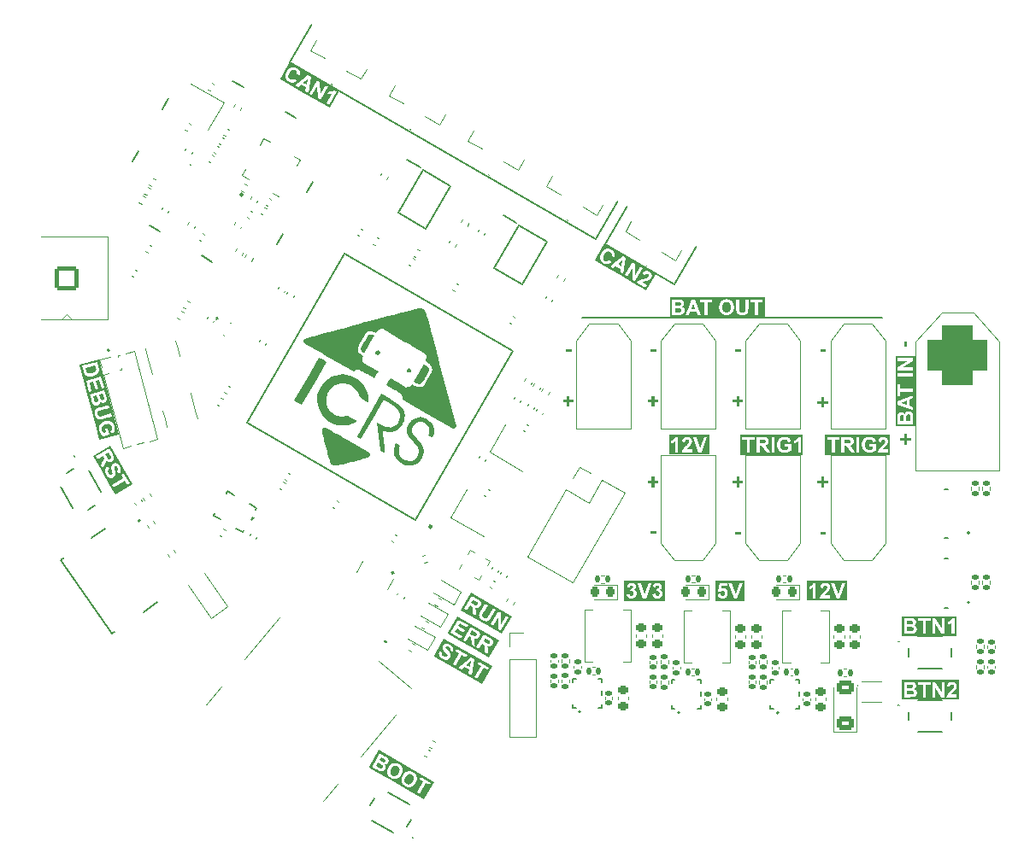
<source format=gbr>
%TF.GenerationSoftware,KiCad,Pcbnew,7.0.9*%
%TF.CreationDate,2024-01-30T02:49:12+00:00*%
%TF.ProjectId,main_PCB_v1,6d61696e-5f50-4434-925f-76312e6b6963,rev?*%
%TF.SameCoordinates,Original*%
%TF.FileFunction,Legend,Top*%
%TF.FilePolarity,Positive*%
%FSLAX46Y46*%
G04 Gerber Fmt 4.6, Leading zero omitted, Abs format (unit mm)*
G04 Created by KiCad (PCBNEW 7.0.9) date 2024-01-30 02:49:12*
%MOMM*%
%LPD*%
G01*
G04 APERTURE LIST*
G04 Aperture macros list*
%AMRoundRect*
0 Rectangle with rounded corners*
0 $1 Rounding radius*
0 $2 $3 $4 $5 $6 $7 $8 $9 X,Y pos of 4 corners*
0 Add a 4 corners polygon primitive as box body*
4,1,4,$2,$3,$4,$5,$6,$7,$8,$9,$2,$3,0*
0 Add four circle primitives for the rounded corners*
1,1,$1+$1,$2,$3*
1,1,$1+$1,$4,$5*
1,1,$1+$1,$6,$7*
1,1,$1+$1,$8,$9*
0 Add four rect primitives between the rounded corners*
20,1,$1+$1,$2,$3,$4,$5,0*
20,1,$1+$1,$4,$5,$6,$7,0*
20,1,$1+$1,$6,$7,$8,$9,0*
20,1,$1+$1,$8,$9,$2,$3,0*%
%AMHorizOval*
0 Thick line with rounded ends*
0 $1 width*
0 $2 $3 position (X,Y) of the first rounded end (center of the circle)*
0 $4 $5 position (X,Y) of the second rounded end (center of the circle)*
0 Add line between two ends*
20,1,$1,$2,$3,$4,$5,0*
0 Add two circle primitives to create the rounded ends*
1,1,$1,$2,$3*
1,1,$1,$4,$5*%
%AMRotRect*
0 Rectangle, with rotation*
0 The origin of the aperture is its center*
0 $1 length*
0 $2 width*
0 $3 Rotation angle, in degrees counterclockwise*
0 Add horizontal line*
21,1,$1,$2,0,0,$3*%
%AMFreePoly0*
4,1,7,0.470000,-0.025000,0.114300,-0.025000,0.114300,-0.381000,-0.114300,-0.381000,-0.114300,0.381000,0.470000,0.381000,0.470000,-0.025000,0.470000,-0.025000,$1*%
%AMFreePoly1*
4,1,7,0.114300,0.025000,0.470000,0.025000,0.470000,-0.381000,-0.114300,-0.381000,-0.114300,0.381000,0.114300,0.381000,0.114300,0.025000,0.114300,0.025000,$1*%
G04 Aperture macros list end*
%ADD10C,0.200000*%
%ADD11C,0.199998*%
%ADD12C,0.150000*%
%ADD13C,0.300000*%
%ADD14C,0.120000*%
%ADD15C,0.100000*%
%ADD16C,0.173329*%
%ADD17C,0.152400*%
%ADD18C,0.046000*%
%ADD19C,0.250000*%
%ADD20C,0.127000*%
%ADD21C,2.000000*%
%ADD22C,0.010000*%
%ADD23RoundRect,0.140000X0.140000X0.170000X-0.140000X0.170000X-0.140000X-0.170000X0.140000X-0.170000X0*%
%ADD24RoundRect,0.140000X-0.206244X-0.077224X0.036244X-0.217224X0.206244X0.077224X-0.036244X0.217224X0*%
%ADD25RoundRect,0.218750X0.218750X0.256250X-0.218750X0.256250X-0.218750X-0.256250X0.218750X-0.256250X0*%
%ADD26RotRect,0.650000X1.500000X60.000000*%
%ADD27R,2.500000X1.500000*%
%ADD28RotRect,0.375000X0.350000X150.000000*%
%ADD29RotRect,0.375000X0.350000X60.000000*%
%ADD30RoundRect,0.140000X0.077224X-0.206244X0.217224X0.036244X-0.077224X0.206244X-0.217224X-0.036244X0*%
%ADD31RoundRect,0.135000X-0.209413X-0.092715X0.024413X-0.227715X0.209413X0.092715X-0.024413X0.227715X0*%
%ADD32RoundRect,0.140000X-0.170000X0.140000X-0.170000X-0.140000X0.170000X-0.140000X0.170000X0.140000X0*%
%ADD33R,1.050000X0.650000*%
%ADD34RoundRect,0.135000X-0.092715X0.209413X-0.227715X-0.024413X0.092715X-0.209413X0.227715X0.024413X0*%
%ADD35RoundRect,0.140000X0.170000X-0.140000X0.170000X0.140000X-0.170000X0.140000X-0.170000X-0.140000X0*%
%ADD36RoundRect,0.140000X-0.077224X0.206244X-0.217224X-0.036244X0.077224X-0.206244X0.217224X0.036244X0*%
%ADD37RoundRect,0.225000X-0.250000X0.225000X-0.250000X-0.225000X0.250000X-0.225000X0.250000X0.225000X0*%
%ADD38RoundRect,0.135000X-0.185000X0.135000X-0.185000X-0.135000X0.185000X-0.135000X0.185000X0.135000X0*%
%ADD39RoundRect,0.140000X-0.217224X0.036244X-0.077224X-0.206244X0.217224X-0.036244X0.077224X0.206244X0*%
%ADD40RoundRect,0.150000X0.277534X-0.456214X0.012244X0.533860X-0.277534X0.456214X-0.012244X-0.533860X0*%
%ADD41RoundRect,0.135000X0.092715X-0.209413X0.227715X0.024413X-0.092715X0.209413X-0.227715X-0.024413X0*%
%ADD42RotRect,2.500000X2.500000X150.000000*%
%ADD43RoundRect,0.062500X0.229127X0.271859X0.120873X0.334359X-0.229127X-0.271859X-0.120873X-0.334359X0*%
%ADD44RoundRect,0.062500X0.334359X-0.120873X-0.271859X0.229127X-0.334359X0.120873X0.271859X-0.229127X0*%
%ADD45RotRect,0.200000X0.510000X330.000000*%
%ADD46RotRect,0.150000X0.330000X60.000000*%
%ADD47RoundRect,0.225000X0.250000X-0.225000X0.250000X0.225000X-0.250000X0.225000X-0.250000X-0.225000X0*%
%ADD48RoundRect,0.135000X-0.135000X-0.185000X0.135000X-0.185000X0.135000X0.185000X-0.135000X0.185000X0*%
%ADD49HorizOval,1.700000X0.000000X0.000000X0.000000X0.000000X0*%
%ADD50RotRect,1.700000X1.700000X330.000000*%
%ADD51HorizOval,1.000000X0.000000X0.000000X0.000000X0.000000X0*%
%ADD52RotRect,1.000000X1.000000X15.000000*%
%ADD53RoundRect,0.140000X0.206244X0.077224X-0.036244X0.217224X-0.206244X-0.077224X0.036244X-0.217224X0*%
%ADD54RoundRect,0.147500X0.075639X-0.213989X0.223139X0.041489X-0.075639X0.213989X-0.223139X-0.041489X0*%
%ADD55RotRect,0.990000X4.570000X60.000000*%
%ADD56RotRect,0.990000X3.810000X60.000000*%
%ADD57RotRect,0.990000X3.580000X330.000000*%
%ADD58RotRect,0.990000X3.810000X330.000000*%
%ADD59R,1.295400X0.355600*%
%ADD60FreePoly0,180.000000*%
%ADD61R,0.254000X0.609600*%
%ADD62FreePoly1,0.000000*%
%ADD63FreePoly0,0.000000*%
%ADD64FreePoly1,180.000000*%
%ADD65RoundRect,0.135000X0.185000X-0.135000X0.185000X0.135000X-0.185000X0.135000X-0.185000X-0.135000X0*%
%ADD66RoundRect,0.135000X0.228976X-0.004474X0.074110X0.216697X-0.228976X0.004474X-0.074110X-0.216697X0*%
%ADD67C,4.000000*%
%ADD68R,3.800000X3.800000*%
%ADD69RotRect,0.254000X0.482600X330.000000*%
%ADD70RotRect,0.254000X0.482600X60.000000*%
%ADD71RoundRect,0.250000X0.600000X-0.400000X0.600000X0.400000X-0.600000X0.400000X-0.600000X-0.400000X0*%
%ADD72RotRect,1.000000X2.700000X150.000000*%
%ADD73RotRect,0.600000X1.700000X150.000000*%
%ADD74RotRect,1.750000X1.750000X240.000000*%
%ADD75RotRect,0.300000X0.800000X240.000000*%
%ADD76RotRect,0.300000X0.800000X330.000000*%
%ADD77C,2.500000*%
%ADD78RoundRect,0.200100X0.949900X-0.949900X0.949900X0.949900X-0.949900X0.949900X-0.949900X-0.949900X0*%
%ADD79RoundRect,0.150000X-0.277534X0.456214X-0.012244X-0.533860X0.277534X-0.456214X0.012244X0.533860X0*%
%ADD80RotRect,1.100000X2.400000X320.000000*%
%ADD81RotRect,0.620000X1.400000X320.000000*%
%ADD82C,0.950000*%
%ADD83O,1.700000X1.700000*%
%ADD84R,1.700000X1.700000*%
%ADD85RotRect,0.300000X1.475000X150.000000*%
%ADD86RotRect,0.300000X1.475000X240.000000*%
%ADD87RoundRect,0.135000X-0.082518X-0.213637X0.178282X-0.143756X0.082518X0.213637X-0.178282X0.143756X0*%
%ADD88RotRect,1.300000X1.100000X150.000000*%
%ADD89RoundRect,0.218750X0.317568X0.112544X-0.061318X0.331294X-0.317568X-0.112544X0.061318X-0.331294X0*%
%ADD90RoundRect,0.135000X0.135000X0.185000X-0.135000X0.185000X-0.135000X-0.185000X0.135000X-0.185000X0*%
%ADD91C,6.000000*%
%ADD92RoundRect,1.500000X-1.500000X1.500000X-1.500000X-1.500000X1.500000X-1.500000X1.500000X1.500000X0*%
%ADD93RoundRect,0.147500X-0.213989X-0.075639X0.041489X-0.223139X0.213989X0.075639X-0.041489X0.223139X0*%
%ADD94RotRect,0.650000X1.050000X240.000000*%
%ADD95C,5.600000*%
%ADD96C,3.600000*%
%ADD97C,3.200000*%
%ADD98RoundRect,0.225000X0.436237X0.030782X0.178127X0.399400X-0.436237X-0.030782X-0.178127X-0.399400X0*%
%ADD99RotRect,1.300000X1.100000X330.000000*%
%ADD100RoundRect,0.135000X0.209413X0.092715X-0.024413X0.227715X-0.209413X-0.092715X0.024413X-0.227715X0*%
%ADD101R,1.000000X0.750000*%
%ADD102HorizOval,0.900000X-0.327661X-0.229431X0.327661X0.229431X0*%
%ADD103HorizOval,0.900000X-0.450534X-0.315467X0.450534X0.315467X0*%
%ADD104C,0.600000*%
%ADD105RotRect,0.650000X1.050000X30.000000*%
%ADD106R,1.600000X1.050000*%
%ADD107R,0.920000X0.285000*%
%ADD108R,0.350000X0.400000*%
%ADD109R,0.500000X0.400000*%
%ADD110RotRect,0.300000X2.800000X240.000000*%
%ADD111RotRect,0.200000X0.450000X150.000000*%
%ADD112RoundRect,0.135000X-0.227715X0.024413X-0.092715X-0.209413X0.227715X-0.024413X0.092715X0.209413X0*%
%ADD113RotRect,0.200000X0.600000X60.000000*%
%ADD114RotRect,0.200000X1.600000X60.000000*%
G04 APERTURE END LIST*
D10*
G36*
X192085857Y-115043180D02*
G01*
X192110773Y-115043349D01*
X192134546Y-115043686D01*
X192157178Y-115044193D01*
X192178668Y-115044869D01*
X192199015Y-115045713D01*
X192218221Y-115046726D01*
X192236284Y-115047908D01*
X192253205Y-115049259D01*
X192268985Y-115050779D01*
X192290513Y-115053375D01*
X192309471Y-115056352D01*
X192325860Y-115059708D01*
X192343714Y-115064774D01*
X192347578Y-115066127D01*
X192362462Y-115072041D01*
X192376429Y-115078755D01*
X192389481Y-115086272D01*
X192401617Y-115094589D01*
X192415499Y-115106113D01*
X192427949Y-115118890D01*
X192438969Y-115132918D01*
X192440998Y-115135846D01*
X192450175Y-115151087D01*
X192457742Y-115167330D01*
X192463699Y-115184575D01*
X192467305Y-115199093D01*
X192469881Y-115214251D01*
X192471427Y-115230050D01*
X192471942Y-115246491D01*
X192471272Y-115265862D01*
X192469263Y-115284226D01*
X192465914Y-115301583D01*
X192461226Y-115317932D01*
X192455198Y-115333273D01*
X192447830Y-115347607D01*
X192439124Y-115360934D01*
X192429077Y-115373253D01*
X192418052Y-115384519D01*
X192406225Y-115394685D01*
X192393597Y-115403753D01*
X192380168Y-115411721D01*
X192365937Y-115418591D01*
X192350904Y-115424361D01*
X192335070Y-115429032D01*
X192318435Y-115432604D01*
X192305469Y-115434751D01*
X192288737Y-115436611D01*
X192273715Y-115437819D01*
X192256575Y-115438865D01*
X192237317Y-115439751D01*
X192215939Y-115440475D01*
X192200510Y-115440869D01*
X192184140Y-115441191D01*
X192166828Y-115441441D01*
X192148574Y-115441620D01*
X192129378Y-115441727D01*
X192109241Y-115441763D01*
X191826774Y-115441763D01*
X191826774Y-115043159D01*
X192072971Y-115043159D01*
X192085857Y-115043180D01*
G37*
G36*
X192028160Y-114433549D02*
G01*
X192053096Y-114433609D01*
X192076703Y-114433709D01*
X192098983Y-114433849D01*
X192119934Y-114434029D01*
X192139558Y-114434250D01*
X192157853Y-114434510D01*
X192174820Y-114434811D01*
X192190460Y-114435151D01*
X192211428Y-114435737D01*
X192229409Y-114436414D01*
X192244401Y-114437180D01*
X192262748Y-114438658D01*
X192276704Y-114440746D01*
X192294281Y-114444473D01*
X192310679Y-114449276D01*
X192325897Y-114455155D01*
X192339937Y-114462110D01*
X192352796Y-114470141D01*
X192364477Y-114479249D01*
X192377420Y-114492147D01*
X192384360Y-114500625D01*
X192394410Y-114515800D01*
X192401085Y-114528881D01*
X192406546Y-114542797D01*
X192410793Y-114557549D01*
X192413827Y-114573136D01*
X192415648Y-114589560D01*
X192416254Y-114606819D01*
X192415550Y-114624782D01*
X192413438Y-114641852D01*
X192409917Y-114658030D01*
X192404989Y-114673314D01*
X192398652Y-114687705D01*
X192390907Y-114701203D01*
X192381753Y-114713809D01*
X192371192Y-114725521D01*
X192359491Y-114736231D01*
X192346737Y-114745831D01*
X192332929Y-114754321D01*
X192318069Y-114761699D01*
X192302155Y-114767968D01*
X192285188Y-114773125D01*
X192267167Y-114777173D01*
X192248093Y-114780109D01*
X192231292Y-114781587D01*
X192213111Y-114782589D01*
X192196711Y-114783235D01*
X192177940Y-114783791D01*
X192156800Y-114784257D01*
X192141390Y-114784517D01*
X192124926Y-114784737D01*
X192107409Y-114784918D01*
X192088839Y-114785058D01*
X192069216Y-114785158D01*
X192048539Y-114785218D01*
X192026809Y-114785238D01*
X191826774Y-114785238D01*
X191826774Y-114433529D01*
X192001896Y-114433529D01*
X192028160Y-114433549D01*
G37*
G36*
X196725027Y-115913970D02*
G01*
X191307673Y-115913970D01*
X191307673Y-114175608D01*
X191521959Y-114175608D01*
X191521959Y-114433529D01*
X191521959Y-115043159D01*
X191521959Y-115699684D01*
X192036335Y-115699684D01*
X192054351Y-115699540D01*
X192071946Y-115699386D01*
X192089121Y-115699220D01*
X192105875Y-115699042D01*
X192122208Y-115698853D01*
X192138121Y-115698653D01*
X192153613Y-115698441D01*
X192168684Y-115698218D01*
X192197564Y-115697737D01*
X192224760Y-115697211D01*
X192250274Y-115696638D01*
X192274105Y-115696020D01*
X192296253Y-115695356D01*
X192316718Y-115694646D01*
X192335500Y-115693890D01*
X192352599Y-115693089D01*
X192368015Y-115692242D01*
X192387983Y-115690885D01*
X192404164Y-115689425D01*
X192411729Y-115688534D01*
X192426629Y-115686491D01*
X192441227Y-115684098D01*
X192462554Y-115679854D01*
X192483198Y-115674824D01*
X192503160Y-115669009D01*
X192522439Y-115662408D01*
X192541036Y-115655021D01*
X192558950Y-115646849D01*
X192576181Y-115637891D01*
X192592730Y-115628147D01*
X192608596Y-115617618D01*
X192618809Y-115610183D01*
X192633620Y-115598457D01*
X192647820Y-115586042D01*
X192661407Y-115572938D01*
X192674382Y-115559144D01*
X192686746Y-115544662D01*
X192698498Y-115529490D01*
X192709638Y-115513629D01*
X192720166Y-115497080D01*
X192730083Y-115479841D01*
X192739388Y-115461913D01*
X192745199Y-115449664D01*
X192753214Y-115431210D01*
X192760385Y-115412660D01*
X192766712Y-115394013D01*
X192772196Y-115375269D01*
X192776836Y-115356429D01*
X192780632Y-115337492D01*
X192783585Y-115318459D01*
X192785694Y-115299329D01*
X192786960Y-115280102D01*
X192787381Y-115260779D01*
X192787091Y-115244517D01*
X192786219Y-115228522D01*
X192784767Y-115212793D01*
X192782733Y-115197329D01*
X192780119Y-115182132D01*
X192776923Y-115167202D01*
X192773146Y-115152537D01*
X192768788Y-115138139D01*
X192763850Y-115124006D01*
X192758330Y-115110140D01*
X192752229Y-115096541D01*
X192745547Y-115083207D01*
X192738284Y-115070139D01*
X192730440Y-115057338D01*
X192722015Y-115044803D01*
X192713009Y-115032534D01*
X192703508Y-115020620D01*
X192693506Y-115009150D01*
X192683003Y-114998123D01*
X192672000Y-114987540D01*
X192660495Y-114977401D01*
X192648489Y-114967705D01*
X192635983Y-114958453D01*
X192622975Y-114949644D01*
X192609467Y-114941279D01*
X192595458Y-114933358D01*
X192580948Y-114925881D01*
X192565937Y-114918847D01*
X192550425Y-114912256D01*
X192534413Y-114906110D01*
X192517899Y-114900407D01*
X192500885Y-114895148D01*
X192512953Y-114889339D01*
X192530460Y-114879965D01*
X192547253Y-114869800D01*
X192563330Y-114858842D01*
X192578693Y-114847092D01*
X192593340Y-114834550D01*
X192607273Y-114821216D01*
X192620491Y-114807090D01*
X192632995Y-114792172D01*
X192644783Y-114776462D01*
X192655857Y-114759959D01*
X192662777Y-114748625D01*
X192672322Y-114731366D01*
X192680861Y-114713797D01*
X192688396Y-114695920D01*
X192694926Y-114677733D01*
X192700451Y-114659238D01*
X192704972Y-114640433D01*
X192708489Y-114621319D01*
X192711000Y-114601896D01*
X192712507Y-114582164D01*
X192713009Y-114562122D01*
X192712828Y-114549743D01*
X192711874Y-114531464D01*
X192710101Y-114513533D01*
X192707511Y-114495950D01*
X192704104Y-114478714D01*
X192699878Y-114461827D01*
X192694834Y-114445287D01*
X192688973Y-114429094D01*
X192682294Y-114413250D01*
X192674796Y-114397753D01*
X192666481Y-114382604D01*
X192660619Y-114372701D01*
X192651483Y-114358318D01*
X192641935Y-114344502D01*
X192631974Y-114331253D01*
X192621602Y-114318570D01*
X192610817Y-114306455D01*
X192599620Y-114294905D01*
X192588011Y-114283923D01*
X192575989Y-114273508D01*
X192563556Y-114263659D01*
X192550710Y-114254376D01*
X192541936Y-114248462D01*
X192528501Y-114240078D01*
X192514738Y-114232280D01*
X192500646Y-114225068D01*
X192486226Y-114218443D01*
X192471477Y-114212403D01*
X192456400Y-114206949D01*
X192440994Y-114202082D01*
X192425260Y-114197800D01*
X192409198Y-114194105D01*
X192392807Y-114190995D01*
X192387223Y-114190049D01*
X192369400Y-114187389D01*
X192349974Y-114185000D01*
X192328944Y-114182881D01*
X192314033Y-114181619D01*
X192298410Y-114180477D01*
X192282073Y-114179455D01*
X192265025Y-114178553D01*
X192247263Y-114177772D01*
X192228789Y-114177111D01*
X192209602Y-114176570D01*
X192189702Y-114176149D01*
X192169090Y-114175849D01*
X192147765Y-114175668D01*
X192125728Y-114175608D01*
X192928065Y-114175608D01*
X192928065Y-114433529D01*
X193376129Y-114433529D01*
X193376129Y-115699684D01*
X193681310Y-115699684D01*
X193681310Y-114433529D01*
X194128275Y-114433529D01*
X194128275Y-114175608D01*
X194321715Y-114175608D01*
X194321715Y-115699684D01*
X194604915Y-115699684D01*
X194604915Y-114685221D01*
X195213812Y-115699684D01*
X195519726Y-115699684D01*
X195519726Y-114832133D01*
X195847256Y-114832133D01*
X195873962Y-114822284D01*
X195900224Y-114811788D01*
X195926043Y-114800646D01*
X195951418Y-114788856D01*
X195976349Y-114776420D01*
X196000837Y-114763337D01*
X196024881Y-114749606D01*
X196048481Y-114735230D01*
X196071638Y-114720206D01*
X196094351Y-114704535D01*
X196116621Y-114688218D01*
X196138447Y-114671253D01*
X196159829Y-114653642D01*
X196180768Y-114635384D01*
X196201262Y-114616479D01*
X196221314Y-114596927D01*
X196221314Y-115699684D01*
X196510741Y-115699684D01*
X196510741Y-114175608D01*
X196275902Y-114175608D01*
X196269393Y-114192421D01*
X196262232Y-114208970D01*
X196254418Y-114225256D01*
X196245952Y-114241279D01*
X196236833Y-114257038D01*
X196227061Y-114272534D01*
X196216637Y-114287767D01*
X196205560Y-114302737D01*
X196193831Y-114317443D01*
X196181449Y-114331885D01*
X196168414Y-114346065D01*
X196154727Y-114359981D01*
X196140387Y-114373634D01*
X196125395Y-114387023D01*
X196109750Y-114400149D01*
X196093453Y-114413012D01*
X196076906Y-114425443D01*
X196060514Y-114437364D01*
X196044277Y-114448776D01*
X196028194Y-114459678D01*
X196012266Y-114470071D01*
X195996492Y-114479954D01*
X195980873Y-114489328D01*
X195965408Y-114498192D01*
X195950098Y-114506547D01*
X195934943Y-114514392D01*
X195919942Y-114521728D01*
X195905096Y-114528554D01*
X195890404Y-114534871D01*
X195875867Y-114540679D01*
X195861484Y-114545977D01*
X195847256Y-114550765D01*
X195847256Y-114832133D01*
X195519726Y-114832133D01*
X195519726Y-114175608D01*
X195236527Y-114175608D01*
X195236527Y-115205458D01*
X194618470Y-114175608D01*
X194321715Y-114175608D01*
X194128275Y-114175608D01*
X192928065Y-114175608D01*
X192125728Y-114175608D01*
X191521959Y-114175608D01*
X191307673Y-114175608D01*
X191307673Y-113961322D01*
X196725027Y-113961322D01*
X196725027Y-115913970D01*
G37*
G36*
X192085855Y-121343185D02*
G01*
X192110771Y-121343354D01*
X192134544Y-121343691D01*
X192157176Y-121344198D01*
X192178666Y-121344874D01*
X192199013Y-121345718D01*
X192218219Y-121346731D01*
X192236282Y-121347913D01*
X192253203Y-121349264D01*
X192268983Y-121350784D01*
X192290511Y-121353380D01*
X192309469Y-121356357D01*
X192325858Y-121359713D01*
X192343712Y-121364779D01*
X192347576Y-121366132D01*
X192362460Y-121372046D01*
X192376427Y-121378760D01*
X192389479Y-121386277D01*
X192401615Y-121394594D01*
X192415497Y-121406118D01*
X192427947Y-121418895D01*
X192438967Y-121432923D01*
X192440996Y-121435851D01*
X192450173Y-121451092D01*
X192457740Y-121467335D01*
X192463697Y-121484580D01*
X192467303Y-121499098D01*
X192469879Y-121514256D01*
X192471425Y-121530055D01*
X192471940Y-121546496D01*
X192471270Y-121565867D01*
X192469261Y-121584231D01*
X192465912Y-121601588D01*
X192461224Y-121617937D01*
X192455196Y-121633278D01*
X192447828Y-121647612D01*
X192439122Y-121660939D01*
X192429075Y-121673258D01*
X192418050Y-121684524D01*
X192406223Y-121694690D01*
X192393595Y-121703758D01*
X192380166Y-121711726D01*
X192365935Y-121718596D01*
X192350902Y-121724366D01*
X192335068Y-121729037D01*
X192318433Y-121732609D01*
X192305467Y-121734756D01*
X192288735Y-121736616D01*
X192273713Y-121737824D01*
X192256573Y-121738870D01*
X192237315Y-121739756D01*
X192215937Y-121740480D01*
X192200508Y-121740874D01*
X192184138Y-121741196D01*
X192166826Y-121741446D01*
X192148572Y-121741625D01*
X192129376Y-121741732D01*
X192109239Y-121741768D01*
X191826772Y-121741768D01*
X191826772Y-121343164D01*
X192072969Y-121343164D01*
X192085855Y-121343185D01*
G37*
G36*
X192028158Y-120733554D02*
G01*
X192053094Y-120733614D01*
X192076701Y-120733714D01*
X192098981Y-120733854D01*
X192119932Y-120734034D01*
X192139556Y-120734255D01*
X192157851Y-120734515D01*
X192174818Y-120734816D01*
X192190458Y-120735156D01*
X192211426Y-120735742D01*
X192229407Y-120736419D01*
X192244399Y-120737185D01*
X192262746Y-120738663D01*
X192276702Y-120740751D01*
X192294279Y-120744478D01*
X192310677Y-120749281D01*
X192325895Y-120755160D01*
X192339935Y-120762115D01*
X192352794Y-120770146D01*
X192364475Y-120779254D01*
X192377418Y-120792152D01*
X192384358Y-120800630D01*
X192394408Y-120815805D01*
X192401083Y-120828886D01*
X192406544Y-120842802D01*
X192410791Y-120857554D01*
X192413825Y-120873141D01*
X192415646Y-120889565D01*
X192416252Y-120906824D01*
X192415548Y-120924787D01*
X192413436Y-120941857D01*
X192409915Y-120958035D01*
X192404987Y-120973319D01*
X192398650Y-120987710D01*
X192390905Y-121001208D01*
X192381751Y-121013814D01*
X192371190Y-121025526D01*
X192359489Y-121036236D01*
X192346735Y-121045836D01*
X192332927Y-121054326D01*
X192318067Y-121061704D01*
X192302153Y-121067973D01*
X192285186Y-121073130D01*
X192267165Y-121077178D01*
X192248091Y-121080114D01*
X192231290Y-121081592D01*
X192213109Y-121082594D01*
X192196709Y-121083240D01*
X192177938Y-121083796D01*
X192156798Y-121084262D01*
X192141388Y-121084522D01*
X192124924Y-121084742D01*
X192107407Y-121084923D01*
X192088837Y-121085063D01*
X192069214Y-121085163D01*
X192048537Y-121085223D01*
X192026807Y-121085243D01*
X191826772Y-121085243D01*
X191826772Y-120733534D01*
X192001894Y-120733534D01*
X192028158Y-120733554D01*
G37*
G36*
X196962063Y-122213975D02*
G01*
X191307671Y-122213975D01*
X191307671Y-120475613D01*
X191521957Y-120475613D01*
X191521957Y-120733534D01*
X191521957Y-121343164D01*
X191521957Y-121999689D01*
X192036333Y-121999689D01*
X192054349Y-121999545D01*
X192071944Y-121999391D01*
X192089119Y-121999225D01*
X192105873Y-121999047D01*
X192122206Y-121998858D01*
X192138119Y-121998658D01*
X192153611Y-121998446D01*
X192168682Y-121998223D01*
X192197562Y-121997742D01*
X192224758Y-121997216D01*
X192250272Y-121996643D01*
X192274103Y-121996025D01*
X192296251Y-121995361D01*
X192316716Y-121994651D01*
X192335498Y-121993895D01*
X192352597Y-121993094D01*
X192368013Y-121992247D01*
X192387981Y-121990890D01*
X192404162Y-121989430D01*
X192411727Y-121988539D01*
X192426627Y-121986496D01*
X192441225Y-121984103D01*
X192462552Y-121979859D01*
X192483196Y-121974829D01*
X192503158Y-121969014D01*
X192522437Y-121962413D01*
X192541034Y-121955026D01*
X192558948Y-121946854D01*
X192576179Y-121937896D01*
X192592728Y-121928152D01*
X192608594Y-121917623D01*
X192618807Y-121910188D01*
X192633618Y-121898462D01*
X192647818Y-121886047D01*
X192661405Y-121872943D01*
X192674380Y-121859149D01*
X192686744Y-121844667D01*
X192698496Y-121829495D01*
X192709636Y-121813634D01*
X192720164Y-121797085D01*
X192730081Y-121779846D01*
X192739386Y-121761918D01*
X192745197Y-121749669D01*
X192753212Y-121731215D01*
X192760383Y-121712665D01*
X192766710Y-121694018D01*
X192772194Y-121675274D01*
X192776834Y-121656434D01*
X192780630Y-121637497D01*
X192783583Y-121618464D01*
X192785692Y-121599334D01*
X192786958Y-121580107D01*
X192787379Y-121560784D01*
X192787089Y-121544522D01*
X192786217Y-121528527D01*
X192784765Y-121512798D01*
X192782731Y-121497334D01*
X192780117Y-121482137D01*
X192776921Y-121467207D01*
X192773144Y-121452542D01*
X192768786Y-121438144D01*
X192763848Y-121424011D01*
X192758328Y-121410145D01*
X192752227Y-121396546D01*
X192745545Y-121383212D01*
X192738282Y-121370144D01*
X192730438Y-121357343D01*
X192722013Y-121344808D01*
X192713007Y-121332539D01*
X192703506Y-121320625D01*
X192693504Y-121309155D01*
X192683001Y-121298128D01*
X192671998Y-121287545D01*
X192660493Y-121277406D01*
X192648487Y-121267710D01*
X192635981Y-121258458D01*
X192622973Y-121249649D01*
X192609465Y-121241284D01*
X192595456Y-121233363D01*
X192580946Y-121225886D01*
X192565935Y-121218852D01*
X192550423Y-121212261D01*
X192534411Y-121206115D01*
X192517897Y-121200412D01*
X192500883Y-121195153D01*
X192512951Y-121189344D01*
X192530458Y-121179970D01*
X192547251Y-121169805D01*
X192563328Y-121158847D01*
X192578691Y-121147097D01*
X192593338Y-121134555D01*
X192607271Y-121121221D01*
X192620489Y-121107095D01*
X192632993Y-121092177D01*
X192644781Y-121076467D01*
X192655855Y-121059964D01*
X192662775Y-121048630D01*
X192672320Y-121031371D01*
X192680859Y-121013802D01*
X192688394Y-120995925D01*
X192694924Y-120977738D01*
X192700449Y-120959243D01*
X192704970Y-120940438D01*
X192708487Y-120921324D01*
X192710998Y-120901901D01*
X192712505Y-120882169D01*
X192713007Y-120862127D01*
X192712826Y-120849748D01*
X192711872Y-120831469D01*
X192710099Y-120813538D01*
X192707509Y-120795955D01*
X192704102Y-120778719D01*
X192699876Y-120761832D01*
X192694832Y-120745292D01*
X192688971Y-120729099D01*
X192682292Y-120713255D01*
X192674794Y-120697758D01*
X192666479Y-120682609D01*
X192660617Y-120672706D01*
X192651481Y-120658323D01*
X192641933Y-120644507D01*
X192631972Y-120631258D01*
X192621600Y-120618575D01*
X192610815Y-120606460D01*
X192599618Y-120594910D01*
X192588009Y-120583928D01*
X192575987Y-120573513D01*
X192563554Y-120563664D01*
X192550708Y-120554381D01*
X192541934Y-120548467D01*
X192528499Y-120540083D01*
X192514736Y-120532285D01*
X192500644Y-120525073D01*
X192486224Y-120518448D01*
X192471475Y-120512408D01*
X192456398Y-120506954D01*
X192440992Y-120502087D01*
X192425258Y-120497805D01*
X192409196Y-120494110D01*
X192392805Y-120491000D01*
X192387221Y-120490054D01*
X192369398Y-120487394D01*
X192349972Y-120485005D01*
X192328942Y-120482886D01*
X192314031Y-120481624D01*
X192298408Y-120480482D01*
X192282071Y-120479460D01*
X192265023Y-120478558D01*
X192247261Y-120477777D01*
X192228787Y-120477116D01*
X192209600Y-120476575D01*
X192189700Y-120476154D01*
X192169088Y-120475854D01*
X192147763Y-120475673D01*
X192125726Y-120475613D01*
X192928063Y-120475613D01*
X192928063Y-120733534D01*
X193376127Y-120733534D01*
X193376127Y-121999689D01*
X193681308Y-121999689D01*
X193681308Y-120733534D01*
X194128273Y-120733534D01*
X194128273Y-120475613D01*
X194321713Y-120475613D01*
X194321713Y-121999689D01*
X194604913Y-121999689D01*
X194604913Y-120985226D01*
X195213810Y-121999689D01*
X195519724Y-121999689D01*
X195732582Y-121999689D01*
X196747777Y-121999689D01*
X196747777Y-121718321D01*
X196172585Y-121718321D01*
X196174019Y-121715891D01*
X196183189Y-121701225D01*
X196191579Y-121688886D01*
X196200649Y-121676439D01*
X196210398Y-121663884D01*
X196220827Y-121651222D01*
X196231936Y-121638453D01*
X196239688Y-121629957D01*
X196252768Y-121616344D01*
X196264637Y-121604422D01*
X196278271Y-121591031D01*
X196293669Y-121576171D01*
X196304914Y-121565450D01*
X196316944Y-121554075D01*
X196329758Y-121542048D01*
X196343357Y-121529368D01*
X196357739Y-121516036D01*
X196372906Y-121502051D01*
X196388858Y-121487414D01*
X196405593Y-121472124D01*
X196422391Y-121456691D01*
X196438531Y-121441716D01*
X196454013Y-121427199D01*
X196468837Y-121413139D01*
X196483002Y-121399538D01*
X196496509Y-121386395D01*
X196509357Y-121373709D01*
X196521547Y-121361482D01*
X196533079Y-121349712D01*
X196543953Y-121338401D01*
X196559029Y-121322292D01*
X196572624Y-121307214D01*
X196584737Y-121293166D01*
X196595370Y-121280149D01*
X196600274Y-121273861D01*
X196609834Y-121261339D01*
X196619062Y-121248888D01*
X196627957Y-121236509D01*
X196636521Y-121224202D01*
X196644753Y-121211966D01*
X196656478Y-121193746D01*
X196667456Y-121175687D01*
X196677687Y-121157789D01*
X196687171Y-121140052D01*
X196695908Y-121122476D01*
X196703898Y-121105062D01*
X196711141Y-121087808D01*
X196715577Y-121076276D01*
X196721695Y-121058839D01*
X196727169Y-121041234D01*
X196731999Y-121023462D01*
X196736185Y-121005522D01*
X196739727Y-120987415D01*
X196742625Y-120969140D01*
X196744879Y-120950698D01*
X196746489Y-120932089D01*
X196747455Y-120913312D01*
X196747777Y-120894367D01*
X196747278Y-120872250D01*
X196745779Y-120850593D01*
X196743282Y-120829397D01*
X196739786Y-120808661D01*
X196735291Y-120788387D01*
X196729797Y-120768573D01*
X196723304Y-120749220D01*
X196715812Y-120730328D01*
X196707321Y-120711897D01*
X196697831Y-120693926D01*
X196687343Y-120676417D01*
X196675855Y-120659368D01*
X196663369Y-120642780D01*
X196649884Y-120626653D01*
X196635399Y-120610986D01*
X196619916Y-120595781D01*
X196603560Y-120581229D01*
X196586457Y-120567616D01*
X196568606Y-120554942D01*
X196550009Y-120543207D01*
X196530665Y-120532411D01*
X196510573Y-120522554D01*
X196489735Y-120513635D01*
X196468150Y-120505655D01*
X196445817Y-120498614D01*
X196422738Y-120492512D01*
X196398911Y-120487348D01*
X196374337Y-120483124D01*
X196349017Y-120479838D01*
X196322949Y-120477491D01*
X196296134Y-120476083D01*
X196268573Y-120475613D01*
X196243329Y-120476035D01*
X196218616Y-120477302D01*
X196194431Y-120479413D01*
X196170776Y-120482368D01*
X196147651Y-120486168D01*
X196125055Y-120490812D01*
X196102989Y-120496300D01*
X196081452Y-120502632D01*
X196060445Y-120509810D01*
X196039967Y-120517831D01*
X196020019Y-120526697D01*
X196000600Y-120536407D01*
X195981711Y-120546961D01*
X195963351Y-120558360D01*
X195945521Y-120570603D01*
X195928220Y-120583691D01*
X195911661Y-120597703D01*
X195895963Y-120612811D01*
X195881127Y-120629015D01*
X195867152Y-120646316D01*
X195854039Y-120664713D01*
X195841787Y-120684206D01*
X195830397Y-120704795D01*
X195819868Y-120726481D01*
X195810201Y-120749263D01*
X195801395Y-120773141D01*
X195793451Y-120798115D01*
X195786369Y-120824186D01*
X195780148Y-120851353D01*
X195774788Y-120879616D01*
X195772431Y-120894158D01*
X195770290Y-120908975D01*
X195768364Y-120924066D01*
X195766654Y-120939430D01*
X196055349Y-120968007D01*
X196056578Y-120952534D01*
X196058159Y-120937621D01*
X196061192Y-120916305D01*
X196065016Y-120896251D01*
X196069632Y-120877459D01*
X196075041Y-120859929D01*
X196081241Y-120843662D01*
X196088234Y-120828657D01*
X196096019Y-120814914D01*
X196104596Y-120802433D01*
X196117264Y-120787755D01*
X196120644Y-120784420D01*
X196134892Y-120772135D01*
X196150308Y-120761545D01*
X196166892Y-120752649D01*
X196184643Y-120745448D01*
X196198723Y-120741159D01*
X196213460Y-120737823D01*
X196228854Y-120735440D01*
X196244904Y-120734010D01*
X196261612Y-120733534D01*
X196278437Y-120733988D01*
X196294567Y-120735350D01*
X196310002Y-120737620D01*
X196324741Y-120740798D01*
X196343311Y-120746448D01*
X196360645Y-120753712D01*
X196376742Y-120762591D01*
X196391602Y-120773084D01*
X196405227Y-120785191D01*
X196408427Y-120788463D01*
X196420214Y-120802416D01*
X196430375Y-120817755D01*
X196438910Y-120834479D01*
X196445819Y-120852588D01*
X196449934Y-120867079D01*
X196453135Y-120882349D01*
X196455421Y-120898399D01*
X196456793Y-120915228D01*
X196457250Y-120932836D01*
X196457017Y-120943698D01*
X196455792Y-120960023D01*
X196453518Y-120976387D01*
X196450194Y-120992790D01*
X196445820Y-121009231D01*
X196440396Y-121025711D01*
X196433923Y-121042230D01*
X196426400Y-121058787D01*
X196417828Y-121075383D01*
X196408205Y-121092017D01*
X196397533Y-121108691D01*
X196394614Y-121112812D01*
X196384080Y-121126545D01*
X196370881Y-121142333D01*
X196360600Y-121153999D01*
X196349133Y-121166579D01*
X196336482Y-121180071D01*
X196322647Y-121194477D01*
X196307626Y-121209795D01*
X196291420Y-121226027D01*
X196274029Y-121243172D01*
X196255453Y-121261229D01*
X196235692Y-121280200D01*
X196214747Y-121300084D01*
X196203829Y-121310368D01*
X196192616Y-121320881D01*
X196181106Y-121331622D01*
X196169300Y-121342591D01*
X196157198Y-121353788D01*
X196142151Y-121367693D01*
X196127418Y-121381424D01*
X196112999Y-121394984D01*
X196098895Y-121408371D01*
X196085104Y-121421585D01*
X196071628Y-121434627D01*
X196058465Y-121447497D01*
X196045617Y-121460194D01*
X196033083Y-121472719D01*
X196020863Y-121485071D01*
X196008957Y-121497251D01*
X195997366Y-121509258D01*
X195986088Y-121521093D01*
X195975125Y-121532756D01*
X195964476Y-121544246D01*
X195954141Y-121555563D01*
X195934413Y-121577681D01*
X195915941Y-121599109D01*
X195898727Y-121619847D01*
X195882768Y-121639896D01*
X195868066Y-121659255D01*
X195854621Y-121677923D01*
X195842432Y-121695902D01*
X195831500Y-121713192D01*
X195821454Y-121730153D01*
X195811923Y-121747241D01*
X195802907Y-121764454D01*
X195794406Y-121781793D01*
X195786420Y-121799259D01*
X195778950Y-121816850D01*
X195771995Y-121834567D01*
X195765555Y-121852410D01*
X195759630Y-121870379D01*
X195754220Y-121888474D01*
X195749326Y-121906695D01*
X195744947Y-121925042D01*
X195741083Y-121943515D01*
X195737734Y-121962113D01*
X195734900Y-121980838D01*
X195732582Y-121999689D01*
X195519724Y-121999689D01*
X195519724Y-120475613D01*
X195236525Y-120475613D01*
X195236525Y-121505463D01*
X194618468Y-120475613D01*
X194321713Y-120475613D01*
X194128273Y-120475613D01*
X192928063Y-120475613D01*
X192125726Y-120475613D01*
X191521957Y-120475613D01*
X191307671Y-120475613D01*
X191307671Y-120261327D01*
X196962063Y-120261327D01*
X196962063Y-122213975D01*
G37*
D11*
X112798643Y-87593247D02*
G75*
G03*
X112798643Y-87593247I-99999J0D01*
G01*
D12*
X159650877Y-84342422D02*
X189350877Y-84342421D01*
D10*
X161014631Y-76573665D02*
X130703739Y-59073668D01*
X163214628Y-72763156D02*
X161014631Y-76573665D01*
X132903741Y-55263159D02*
X130703739Y-59073668D01*
X171008857Y-77263154D02*
X168808856Y-81073668D01*
X164080654Y-73263153D02*
X161880657Y-77073668D01*
X168808856Y-81073668D02*
X161880657Y-77073668D01*
D13*
G36*
X174819702Y-105888817D02*
G01*
X174819702Y-105630897D01*
X175388666Y-105630897D01*
X175388666Y-105888817D01*
X174819702Y-105888817D01*
G37*
G36*
X174921551Y-93176395D02*
G01*
X174921551Y-92777790D01*
X174525878Y-92777790D01*
X174525878Y-92519870D01*
X174921551Y-92519870D01*
X174921551Y-92121266D01*
X175185333Y-92121266D01*
X175185333Y-92519870D01*
X175582106Y-92519870D01*
X175582106Y-92777790D01*
X175185333Y-92777790D01*
X175185333Y-93176395D01*
X174921551Y-93176395D01*
G37*
G36*
X183321551Y-93276397D02*
G01*
X183321551Y-92877792D01*
X182925878Y-92877792D01*
X182925878Y-92619872D01*
X183321551Y-92619872D01*
X183321551Y-92221268D01*
X183585333Y-92221268D01*
X183585333Y-92619872D01*
X183982106Y-92619872D01*
X183982106Y-92877792D01*
X183585333Y-92877792D01*
X183585333Y-93276397D01*
X183321551Y-93276397D01*
G37*
G36*
X163511259Y-79274147D02*
G01*
X163154318Y-79068067D01*
X163600688Y-78703062D01*
X163511259Y-79274147D01*
G37*
G36*
X166995829Y-79955543D02*
G01*
X166007782Y-81666892D01*
X164621591Y-80866574D01*
X165050162Y-80866574D01*
X165929347Y-81374171D01*
X166070031Y-81130500D01*
X165571901Y-80842904D01*
X165574356Y-80841516D01*
X165589631Y-80833401D01*
X165603067Y-80826909D01*
X165617145Y-80820664D01*
X165631866Y-80814667D01*
X165647229Y-80808916D01*
X165663234Y-80803412D01*
X165674195Y-80799930D01*
X165692329Y-80794681D01*
X165708569Y-80790290D01*
X165727072Y-80785510D01*
X165747837Y-80780340D01*
X165762936Y-80776678D01*
X165779042Y-80772842D01*
X165796153Y-80768834D01*
X165814269Y-80764652D01*
X165833391Y-80760297D01*
X165853518Y-80755769D01*
X165874651Y-80751069D01*
X165896790Y-80746195D01*
X165919054Y-80741229D01*
X165940519Y-80736330D01*
X165961185Y-80731498D01*
X165981052Y-80726734D01*
X166000120Y-80722038D01*
X166018389Y-80717409D01*
X166035859Y-80712847D01*
X166052530Y-80708353D01*
X166068402Y-80703927D01*
X166083474Y-80699567D01*
X166104585Y-80693155D01*
X166123897Y-80686894D01*
X166141412Y-80680785D01*
X166157128Y-80674828D01*
X166164520Y-80671835D01*
X166179060Y-80665770D01*
X166193277Y-80659601D01*
X166207170Y-80653329D01*
X166220740Y-80646952D01*
X166233987Y-80640471D01*
X166253251Y-80630555D01*
X166271788Y-80620404D01*
X166289597Y-80610020D01*
X166306679Y-80599401D01*
X166323033Y-80588549D01*
X166338660Y-80577462D01*
X166353560Y-80566141D01*
X166363168Y-80558373D01*
X166377185Y-80546330D01*
X166390728Y-80533821D01*
X166403797Y-80520845D01*
X166416392Y-80507402D01*
X166428513Y-80493491D01*
X166440160Y-80479114D01*
X166451333Y-80464270D01*
X166462032Y-80448959D01*
X166472257Y-80433180D01*
X166482008Y-80416935D01*
X166492634Y-80397531D01*
X166502165Y-80378026D01*
X166510601Y-80358421D01*
X166517940Y-80338716D01*
X166524185Y-80318910D01*
X166529334Y-80299004D01*
X166533387Y-80278997D01*
X166536345Y-80258890D01*
X166538207Y-80238683D01*
X166538974Y-80218375D01*
X166538646Y-80197967D01*
X166537222Y-80177458D01*
X166534702Y-80156850D01*
X166531087Y-80136140D01*
X166526376Y-80115331D01*
X166520570Y-80094421D01*
X166513681Y-80073641D01*
X166505676Y-80053300D01*
X166496554Y-80033399D01*
X166486316Y-80013938D01*
X166474961Y-79994916D01*
X166462491Y-79976333D01*
X166448903Y-79958190D01*
X166434200Y-79940487D01*
X166418380Y-79923223D01*
X166401443Y-79906398D01*
X166383391Y-79890013D01*
X166364222Y-79874068D01*
X166343936Y-79858562D01*
X166322535Y-79843495D01*
X166300016Y-79828868D01*
X166276382Y-79814681D01*
X166254309Y-79802425D01*
X166232273Y-79791165D01*
X166210274Y-79780901D01*
X166188310Y-79771633D01*
X166166383Y-79763361D01*
X166144493Y-79756085D01*
X166122639Y-79749804D01*
X166100821Y-79744520D01*
X166079040Y-79740232D01*
X166057295Y-79736940D01*
X166035586Y-79734644D01*
X166013914Y-79733344D01*
X165992278Y-79733039D01*
X165970679Y-79733731D01*
X165949116Y-79735419D01*
X165927589Y-79738103D01*
X165906243Y-79741958D01*
X165885094Y-79747193D01*
X165864143Y-79753808D01*
X165843390Y-79761804D01*
X165822835Y-79771179D01*
X165802478Y-79781935D01*
X165782319Y-79794071D01*
X165762358Y-79807587D01*
X165742595Y-79822483D01*
X165723030Y-79838759D01*
X165703664Y-79856415D01*
X165684495Y-79875452D01*
X165665524Y-79895868D01*
X165646751Y-79917665D01*
X165637438Y-79929081D01*
X165628176Y-79940842D01*
X165618962Y-79952948D01*
X165609799Y-79965399D01*
X165845528Y-80134494D01*
X165854329Y-80121709D01*
X165863155Y-80109585D01*
X165876439Y-80092641D01*
X165889778Y-80077186D01*
X165903172Y-80063220D01*
X165916620Y-80050743D01*
X165930124Y-80039755D01*
X165943682Y-80030256D01*
X165957296Y-80022247D01*
X165970964Y-80015727D01*
X165989274Y-80009350D01*
X165993869Y-80008151D01*
X166012350Y-80004636D01*
X166030996Y-80003173D01*
X166049806Y-80003761D01*
X166068780Y-80006400D01*
X166083118Y-80009725D01*
X166097548Y-80014205D01*
X166112071Y-80019838D01*
X166126686Y-80026625D01*
X166141393Y-80034566D01*
X166155738Y-80043372D01*
X166169026Y-80052617D01*
X166181257Y-80062300D01*
X166192433Y-80072422D01*
X166205690Y-80086600D01*
X166217069Y-80101558D01*
X166226570Y-80117296D01*
X166234193Y-80133813D01*
X166239939Y-80151110D01*
X166241075Y-80155544D01*
X166244306Y-80173521D01*
X166245436Y-80191885D01*
X166244465Y-80210636D01*
X166241395Y-80229774D01*
X166237713Y-80244381D01*
X166232850Y-80259206D01*
X166226805Y-80274249D01*
X166219578Y-80289509D01*
X166211170Y-80304986D01*
X166205537Y-80314277D01*
X166196314Y-80327802D01*
X166186162Y-80340837D01*
X166175082Y-80353380D01*
X166163074Y-80365432D01*
X166150137Y-80376992D01*
X166136271Y-80388061D01*
X166121478Y-80398638D01*
X166105755Y-80408724D01*
X166089105Y-80418319D01*
X166071526Y-80427422D01*
X166066938Y-80429532D01*
X166050949Y-80436159D01*
X166031623Y-80443231D01*
X166016886Y-80448194D01*
X166000667Y-80453355D01*
X165982964Y-80458714D01*
X165963779Y-80464272D01*
X165943112Y-80470028D01*
X165920961Y-80475982D01*
X165897328Y-80482134D01*
X165872212Y-80488485D01*
X165845613Y-80495034D01*
X165817532Y-80501781D01*
X165802935Y-80505229D01*
X165787967Y-80508726D01*
X165772629Y-80512273D01*
X165756920Y-80515870D01*
X165740841Y-80519516D01*
X165720858Y-80524034D01*
X165701233Y-80528559D01*
X165681966Y-80533093D01*
X165663057Y-80537634D01*
X165644507Y-80542183D01*
X165626315Y-80546739D01*
X165608482Y-80551304D01*
X165591006Y-80555876D01*
X165573889Y-80560455D01*
X165557130Y-80565043D01*
X165540730Y-80569638D01*
X165524687Y-80574241D01*
X165509003Y-80578851D01*
X165493677Y-80583470D01*
X165478710Y-80588096D01*
X165464101Y-80592729D01*
X165435957Y-80602020D01*
X165409246Y-80611342D01*
X165383969Y-80620694D01*
X165360124Y-80630077D01*
X165337713Y-80639491D01*
X165316734Y-80648936D01*
X165297189Y-80658412D01*
X165279077Y-80667919D01*
X165261896Y-80677585D01*
X165245098Y-80687618D01*
X165228683Y-80698017D01*
X165212651Y-80708783D01*
X165197003Y-80719915D01*
X165181738Y-80731415D01*
X165166856Y-80743281D01*
X165152357Y-80755513D01*
X165138241Y-80768112D01*
X165124509Y-80781078D01*
X165111160Y-80794411D01*
X165098194Y-80808110D01*
X165085611Y-80822176D01*
X165073412Y-80836608D01*
X165061596Y-80851408D01*
X165050162Y-80866574D01*
X164621591Y-80866574D01*
X163399742Y-80161139D01*
X163828314Y-80161139D01*
X164073572Y-80302739D01*
X164580804Y-79424189D01*
X164600893Y-80607188D01*
X164865822Y-80760145D01*
X165627860Y-79440257D01*
X165382602Y-79298657D01*
X164867677Y-80190533D01*
X164847349Y-78989629D01*
X164590352Y-78841251D01*
X163828314Y-80161139D01*
X163399742Y-80161139D01*
X161951673Y-79325096D01*
X162380245Y-79325096D01*
X162660404Y-79486846D01*
X162944134Y-79244538D01*
X163467330Y-79546605D01*
X163405696Y-79917141D01*
X163692835Y-80082920D01*
X163931043Y-78460599D01*
X163651835Y-78299398D01*
X162698892Y-79068067D01*
X162380245Y-79325096D01*
X161951673Y-79325096D01*
X160861868Y-78695897D01*
X161043355Y-78381552D01*
X161406184Y-78381552D01*
X161406267Y-78399166D01*
X161406823Y-78416716D01*
X161407852Y-78434202D01*
X161409354Y-78451624D01*
X161411329Y-78468982D01*
X161413778Y-78486276D01*
X161416700Y-78503507D01*
X161420095Y-78520673D01*
X161423963Y-78537775D01*
X161428277Y-78554737D01*
X161432972Y-78571459D01*
X161438046Y-78587941D01*
X161443500Y-78604183D01*
X161449334Y-78620184D01*
X161455548Y-78635946D01*
X161462141Y-78651467D01*
X161469115Y-78666749D01*
X161476468Y-78681790D01*
X161484202Y-78696591D01*
X161492315Y-78711152D01*
X161500808Y-78725474D01*
X161509681Y-78739555D01*
X161518934Y-78753395D01*
X161528566Y-78766996D01*
X161538579Y-78780357D01*
X161548971Y-78793478D01*
X161559744Y-78806358D01*
X161570896Y-78818999D01*
X161582428Y-78831400D01*
X161594340Y-78843560D01*
X161606632Y-78855480D01*
X161619303Y-78867161D01*
X161632355Y-78878601D01*
X161645786Y-78889801D01*
X161659597Y-78900761D01*
X161673789Y-78911481D01*
X161688360Y-78921961D01*
X161703311Y-78932200D01*
X161718641Y-78942200D01*
X161734352Y-78951960D01*
X161750443Y-78961479D01*
X161763597Y-78968937D01*
X161776725Y-78976107D01*
X161802903Y-78989580D01*
X161828978Y-79001899D01*
X161854949Y-79013065D01*
X161880816Y-79023076D01*
X161906579Y-79031934D01*
X161932238Y-79039637D01*
X161957794Y-79046187D01*
X161983245Y-79051583D01*
X162008593Y-79055825D01*
X162033837Y-79058913D01*
X162058977Y-79060847D01*
X162084013Y-79061627D01*
X162108945Y-79061253D01*
X162133774Y-79059725D01*
X162158498Y-79057044D01*
X162170841Y-79055273D01*
X162195446Y-79050816D01*
X162219943Y-79045136D01*
X162244333Y-79038234D01*
X162268616Y-79030110D01*
X162292791Y-79020764D01*
X162316858Y-79010195D01*
X162340819Y-78998405D01*
X162364671Y-78985393D01*
X162388416Y-78971158D01*
X162412054Y-78955701D01*
X162435585Y-78939023D01*
X162447309Y-78930225D01*
X162459007Y-78921122D01*
X162470679Y-78911713D01*
X162482323Y-78901999D01*
X162493940Y-78891979D01*
X162505531Y-78881654D01*
X162517094Y-78871023D01*
X162528631Y-78860087D01*
X162540141Y-78848845D01*
X162330990Y-78619793D01*
X162316251Y-78635410D01*
X162301532Y-78650219D01*
X162286834Y-78664220D01*
X162272156Y-78677413D01*
X162257498Y-78689799D01*
X162242860Y-78701376D01*
X162228243Y-78712145D01*
X162213646Y-78722107D01*
X162199069Y-78731260D01*
X162184512Y-78739606D01*
X162169976Y-78747143D01*
X162155460Y-78753873D01*
X162140964Y-78759795D01*
X162126489Y-78764909D01*
X162112034Y-78769215D01*
X162097599Y-78772713D01*
X162090397Y-78774176D01*
X162068907Y-78777564D01*
X162047594Y-78779447D01*
X162026458Y-78779826D01*
X162005499Y-78778702D01*
X161984717Y-78776073D01*
X161964111Y-78771939D01*
X161943683Y-78766302D01*
X161923431Y-78759161D01*
X161903356Y-78750515D01*
X161890071Y-78743916D01*
X161876864Y-78736648D01*
X161859462Y-78726057D01*
X161842950Y-78714893D01*
X161827327Y-78703155D01*
X161812594Y-78690843D01*
X161798751Y-78677958D01*
X161785798Y-78664499D01*
X161773734Y-78650466D01*
X161762560Y-78635859D01*
X161752276Y-78620679D01*
X161742881Y-78604926D01*
X161734377Y-78588598D01*
X161726762Y-78571697D01*
X161720036Y-78554223D01*
X161714201Y-78536174D01*
X161709255Y-78517552D01*
X161705199Y-78498357D01*
X161702255Y-78478523D01*
X161700647Y-78457985D01*
X161700372Y-78436744D01*
X161701433Y-78414800D01*
X161703829Y-78392152D01*
X161707559Y-78368801D01*
X161712624Y-78344747D01*
X161719024Y-78319989D01*
X161726759Y-78294528D01*
X161735828Y-78268363D01*
X161746233Y-78241495D01*
X161751935Y-78227797D01*
X161757972Y-78213924D01*
X161764342Y-78199874D01*
X161771046Y-78185649D01*
X161778083Y-78171248D01*
X161785454Y-78156671D01*
X161793159Y-78141918D01*
X161801198Y-78126989D01*
X161809570Y-78111885D01*
X161818276Y-78096605D01*
X161826661Y-78082285D01*
X161835078Y-78068319D01*
X161843526Y-78054706D01*
X161852007Y-78041445D01*
X161860518Y-78028538D01*
X161869062Y-78015983D01*
X161886244Y-77991933D01*
X161903553Y-77969294D01*
X161920989Y-77948067D01*
X161938552Y-77928252D01*
X161956242Y-77909849D01*
X161974058Y-77892857D01*
X161992001Y-77877277D01*
X162010071Y-77863109D01*
X162028268Y-77850353D01*
X162046592Y-77839009D01*
X162065043Y-77829076D01*
X162083621Y-77820555D01*
X162102325Y-77813446D01*
X162121112Y-77807592D01*
X162139859Y-77802793D01*
X162158566Y-77799048D01*
X162177233Y-77796358D01*
X162195860Y-77794721D01*
X162214446Y-77794139D01*
X162232992Y-77794611D01*
X162251498Y-77796138D01*
X162269964Y-77798718D01*
X162288390Y-77802353D01*
X162306775Y-77807042D01*
X162325120Y-77812785D01*
X162343425Y-77819582D01*
X162361690Y-77827434D01*
X162379915Y-77836340D01*
X162398099Y-77846300D01*
X162404618Y-77850141D01*
X162417267Y-77858069D01*
X162429397Y-77866322D01*
X162446621Y-77879311D01*
X162462678Y-77893032D01*
X162477570Y-77907486D01*
X162491294Y-77922671D01*
X162503853Y-77938589D01*
X162515245Y-77955239D01*
X162525471Y-77972621D01*
X162534531Y-77990734D01*
X162542424Y-78009581D01*
X162544787Y-78015999D01*
X162550991Y-78035421D01*
X162555866Y-78055095D01*
X162559414Y-78075021D01*
X162561634Y-78095200D01*
X162562526Y-78115630D01*
X162562090Y-78136313D01*
X162560326Y-78157248D01*
X162557234Y-78178434D01*
X162552815Y-78199873D01*
X162549130Y-78214306D01*
X162544856Y-78228851D01*
X162829743Y-78339181D01*
X162835824Y-78315333D01*
X162841209Y-78291889D01*
X162845897Y-78268850D01*
X162849890Y-78246216D01*
X162853186Y-78223986D01*
X162855786Y-78202160D01*
X162857690Y-78180739D01*
X162858898Y-78159722D01*
X162859409Y-78139110D01*
X162859224Y-78118902D01*
X162858343Y-78099099D01*
X162856766Y-78079700D01*
X162854493Y-78060706D01*
X162851523Y-78042116D01*
X162847857Y-78023931D01*
X162843495Y-78006150D01*
X162839389Y-77991442D01*
X162834936Y-77976927D01*
X162830138Y-77962603D01*
X162824993Y-77948471D01*
X162819502Y-77934530D01*
X162813665Y-77920782D01*
X162807482Y-77907225D01*
X162800952Y-77893860D01*
X162794077Y-77880686D01*
X162786855Y-77867705D01*
X162779287Y-77854915D01*
X162771373Y-77842317D01*
X162763112Y-77829911D01*
X162754505Y-77817696D01*
X162745552Y-77805674D01*
X162736253Y-77793843D01*
X162726608Y-77782203D01*
X162716617Y-77770756D01*
X162706279Y-77759500D01*
X162695595Y-77748437D01*
X162684565Y-77737564D01*
X162673189Y-77726884D01*
X162661466Y-77716395D01*
X162649398Y-77706099D01*
X162636983Y-77695994D01*
X162624222Y-77686080D01*
X162611114Y-77676359D01*
X162597661Y-77666829D01*
X162583861Y-77657491D01*
X162569715Y-77648345D01*
X162555223Y-77639390D01*
X162540385Y-77630628D01*
X162523215Y-77620947D01*
X162506050Y-77611736D01*
X162488890Y-77602994D01*
X162471735Y-77594721D01*
X162454586Y-77586917D01*
X162437442Y-77579581D01*
X162420303Y-77572715D01*
X162403169Y-77566318D01*
X162386040Y-77560390D01*
X162368916Y-77554930D01*
X162351798Y-77549940D01*
X162334685Y-77545419D01*
X162317577Y-77541367D01*
X162300474Y-77537784D01*
X162283377Y-77534669D01*
X162266284Y-77532024D01*
X162249197Y-77529848D01*
X162232115Y-77528141D01*
X162215038Y-77526903D01*
X162197967Y-77526134D01*
X162180900Y-77525833D01*
X162163839Y-77526002D01*
X162146783Y-77526640D01*
X162129732Y-77527747D01*
X162112686Y-77529323D01*
X162095646Y-77531367D01*
X162078611Y-77533881D01*
X162061580Y-77536864D01*
X162044556Y-77540316D01*
X162027536Y-77544237D01*
X162010521Y-77548627D01*
X161993512Y-77553485D01*
X161976608Y-77558827D01*
X161959870Y-77564640D01*
X161943298Y-77570926D01*
X161926892Y-77577685D01*
X161910651Y-77584916D01*
X161894577Y-77592620D01*
X161878668Y-77600797D01*
X161862926Y-77609446D01*
X161847349Y-77618567D01*
X161831938Y-77628161D01*
X161816693Y-77638228D01*
X161801614Y-77648767D01*
X161786701Y-77659779D01*
X161771954Y-77671263D01*
X161757373Y-77683220D01*
X161742957Y-77695650D01*
X161728708Y-77708552D01*
X161714624Y-77721926D01*
X161700707Y-77735773D01*
X161686955Y-77750093D01*
X161673369Y-77764885D01*
X161659949Y-77780150D01*
X161646695Y-77795887D01*
X161633607Y-77812097D01*
X161620685Y-77828780D01*
X161607929Y-77845935D01*
X161595339Y-77863562D01*
X161582914Y-77881662D01*
X161570656Y-77900235D01*
X161558563Y-77919280D01*
X161546636Y-77938798D01*
X161534875Y-77958788D01*
X161524075Y-77977873D01*
X161513748Y-77996893D01*
X161503894Y-78015849D01*
X161494514Y-78034742D01*
X161485606Y-78053570D01*
X161477172Y-78072335D01*
X161469211Y-78091035D01*
X161461723Y-78109672D01*
X161454708Y-78128245D01*
X161448167Y-78146754D01*
X161442098Y-78165199D01*
X161436503Y-78183580D01*
X161431381Y-78201897D01*
X161426732Y-78220150D01*
X161422556Y-78238339D01*
X161418853Y-78256465D01*
X161415624Y-78274526D01*
X161412868Y-78292523D01*
X161410585Y-78310457D01*
X161408775Y-78328326D01*
X161407438Y-78346132D01*
X161406574Y-78363874D01*
X161406184Y-78381552D01*
X161043355Y-78381552D01*
X161849916Y-76984549D01*
X166995829Y-79955543D01*
G37*
G36*
X158121551Y-93176394D02*
G01*
X158121551Y-92777789D01*
X157725878Y-92777789D01*
X157725878Y-92519869D01*
X158121551Y-92519869D01*
X158121551Y-92121265D01*
X158385333Y-92121265D01*
X158385333Y-92519869D01*
X158782106Y-92519869D01*
X158782106Y-92777789D01*
X158385333Y-92777789D01*
X158385333Y-93176394D01*
X158121551Y-93176394D01*
G37*
G36*
X177454139Y-96460415D02*
G01*
X177475573Y-96460475D01*
X177495847Y-96460575D01*
X177514963Y-96460715D01*
X177532919Y-96460895D01*
X177549716Y-96461116D01*
X177565353Y-96461376D01*
X177586637Y-96461842D01*
X177605311Y-96462398D01*
X177621378Y-96463044D01*
X177638743Y-96464046D01*
X177653929Y-96465524D01*
X177671995Y-96469073D01*
X177689009Y-96473675D01*
X177704968Y-96479331D01*
X177719875Y-96486040D01*
X177733728Y-96493802D01*
X177746528Y-96502618D01*
X177758274Y-96512487D01*
X177768968Y-96523409D01*
X177778499Y-96535310D01*
X177786759Y-96548116D01*
X177793749Y-96561826D01*
X177799467Y-96576440D01*
X177803915Y-96591959D01*
X177807092Y-96608383D01*
X177808999Y-96625711D01*
X177809634Y-96643943D01*
X177809147Y-96660263D01*
X177807688Y-96675885D01*
X177805255Y-96690809D01*
X177800845Y-96708482D01*
X177794915Y-96725063D01*
X177787464Y-96740553D01*
X177778493Y-96754951D01*
X177774553Y-96760391D01*
X177763890Y-96773101D01*
X177752063Y-96784541D01*
X177739074Y-96794711D01*
X177724922Y-96803611D01*
X177709608Y-96811240D01*
X177693130Y-96817600D01*
X177681446Y-96820808D01*
X177666864Y-96823701D01*
X177649383Y-96826278D01*
X177629005Y-96828539D01*
X177613809Y-96829872D01*
X177597326Y-96831064D01*
X177579554Y-96832115D01*
X177560495Y-96833027D01*
X177540147Y-96833798D01*
X177518512Y-96834430D01*
X177495588Y-96834920D01*
X177471377Y-96835271D01*
X177445877Y-96835481D01*
X177419090Y-96835552D01*
X177193409Y-96835552D01*
X177193409Y-96460395D01*
X177431546Y-96460395D01*
X177454139Y-96460415D01*
G37*
G36*
X181509876Y-97964283D02*
G01*
X175282857Y-97964283D01*
X175282857Y-96202474D01*
X175497143Y-96202474D01*
X175497143Y-96460395D01*
X175945206Y-96460395D01*
X175945206Y-97726550D01*
X176250388Y-97726550D01*
X176250388Y-96460395D01*
X176697352Y-96460395D01*
X176697352Y-96202474D01*
X176888594Y-96202474D01*
X176888594Y-96460395D01*
X176888594Y-97726550D01*
X177193409Y-97726550D01*
X177193409Y-97093472D01*
X177255325Y-97093472D01*
X177274541Y-97093620D01*
X177292758Y-97094065D01*
X177309978Y-97094805D01*
X177326199Y-97095842D01*
X177341422Y-97097175D01*
X177360167Y-97099413D01*
X177377137Y-97102178D01*
X177392333Y-97105470D01*
X177408831Y-97110325D01*
X177420841Y-97114984D01*
X177435628Y-97122065D01*
X177450165Y-97130541D01*
X177464451Y-97140412D01*
X177478486Y-97151678D01*
X177489535Y-97161696D01*
X177500423Y-97172607D01*
X177509182Y-97182186D01*
X177519249Y-97194026D01*
X177530623Y-97208127D01*
X177543304Y-97224487D01*
X177552485Y-97236650D01*
X177562246Y-97249818D01*
X177572589Y-97263990D01*
X177583513Y-97279167D01*
X177595017Y-97295349D01*
X177607103Y-97312535D01*
X177619770Y-97330726D01*
X177633018Y-97349921D01*
X177646847Y-97370121D01*
X177661256Y-97391326D01*
X177881808Y-97726550D01*
X178246707Y-97726550D01*
X178062059Y-97429794D01*
X178048586Y-97408007D01*
X178035463Y-97387067D01*
X178022689Y-97366974D01*
X178010264Y-97347729D01*
X177998188Y-97329330D01*
X177986462Y-97311779D01*
X177975085Y-97295075D01*
X177964056Y-97279219D01*
X177953378Y-97264209D01*
X177943048Y-97250047D01*
X177933067Y-97236732D01*
X177923436Y-97224264D01*
X177914154Y-97212643D01*
X177900885Y-97196801D01*
X177888402Y-97182865D01*
X177880252Y-97174208D01*
X177867517Y-97161389D01*
X177854170Y-97148770D01*
X177840211Y-97136351D01*
X177825641Y-97124131D01*
X177810459Y-97112110D01*
X177794665Y-97100290D01*
X177778259Y-97088669D01*
X177761241Y-97077248D01*
X177743611Y-97066026D01*
X177725370Y-97055004D01*
X177749849Y-97051018D01*
X177773553Y-97046389D01*
X177796481Y-97041115D01*
X177818633Y-97035197D01*
X177840009Y-97028636D01*
X177860610Y-97021430D01*
X177880435Y-97013580D01*
X177899485Y-97005087D01*
X177917759Y-96995949D01*
X177935257Y-96986167D01*
X177951979Y-96975742D01*
X177967926Y-96964672D01*
X177983097Y-96952958D01*
X177997493Y-96940601D01*
X178011113Y-96927599D01*
X178023957Y-96913954D01*
X178036069Y-96899751D01*
X178047399Y-96885079D01*
X178057947Y-96869938D01*
X178067715Y-96854328D01*
X178076701Y-96838248D01*
X178084905Y-96821698D01*
X178092328Y-96804680D01*
X178098970Y-96787192D01*
X178104831Y-96769234D01*
X178109910Y-96750807D01*
X178114207Y-96731911D01*
X178117723Y-96712545D01*
X178120458Y-96692710D01*
X178122412Y-96672405D01*
X178123584Y-96651631D01*
X178123974Y-96630388D01*
X178123717Y-96613562D01*
X178122944Y-96596974D01*
X178121656Y-96580624D01*
X178119853Y-96564511D01*
X178117534Y-96548635D01*
X178114701Y-96532998D01*
X178111352Y-96517597D01*
X178107488Y-96502435D01*
X178103109Y-96487510D01*
X178098215Y-96472822D01*
X178092805Y-96458372D01*
X178086880Y-96444160D01*
X178080440Y-96430185D01*
X178073485Y-96416448D01*
X178066015Y-96402948D01*
X178058029Y-96389686D01*
X178049614Y-96376793D01*
X178040856Y-96364401D01*
X178031754Y-96352510D01*
X178022308Y-96341120D01*
X178007496Y-96324974D01*
X177991912Y-96309955D01*
X177975554Y-96296063D01*
X177958424Y-96283298D01*
X177940520Y-96271659D01*
X177921844Y-96261148D01*
X177902396Y-96251764D01*
X177882174Y-96243507D01*
X177867963Y-96238538D01*
X177852716Y-96233890D01*
X177836433Y-96229562D01*
X177819114Y-96225555D01*
X177800758Y-96221869D01*
X177781367Y-96218503D01*
X177760939Y-96215457D01*
X177739475Y-96212732D01*
X177716975Y-96210328D01*
X177693439Y-96208244D01*
X177668867Y-96206481D01*
X177643259Y-96205039D01*
X177616614Y-96203917D01*
X177588934Y-96203115D01*
X177560217Y-96202634D01*
X177545470Y-96202514D01*
X177530464Y-96202474D01*
X178393619Y-96202474D01*
X178393619Y-97726550D01*
X178698434Y-97726550D01*
X178698434Y-96959383D01*
X178933640Y-96959383D01*
X178933986Y-96986595D01*
X178935025Y-97013553D01*
X178936756Y-97040256D01*
X178939181Y-97066705D01*
X178942298Y-97092898D01*
X178946107Y-97118837D01*
X178950610Y-97144521D01*
X178955805Y-97169951D01*
X178961692Y-97195125D01*
X178968272Y-97220045D01*
X178975545Y-97244710D01*
X178983511Y-97269121D01*
X178992169Y-97293277D01*
X179001520Y-97317177D01*
X179011563Y-97340824D01*
X179022300Y-97364215D01*
X179033724Y-97387099D01*
X179045833Y-97409312D01*
X179058626Y-97430856D01*
X179072102Y-97451731D01*
X179086263Y-97471935D01*
X179101108Y-97491470D01*
X179116637Y-97510334D01*
X179132850Y-97528530D01*
X179149747Y-97546055D01*
X179167328Y-97562911D01*
X179185594Y-97579096D01*
X179204543Y-97594613D01*
X179224176Y-97609459D01*
X179244494Y-97623635D01*
X179265495Y-97637142D01*
X179287181Y-97649979D01*
X179298254Y-97656133D01*
X179320757Y-97667854D01*
X179343735Y-97678793D01*
X179367188Y-97688951D01*
X179391116Y-97698328D01*
X179415519Y-97706923D01*
X179440398Y-97714737D01*
X179465751Y-97721769D01*
X179491580Y-97728020D01*
X179517884Y-97733490D01*
X179544663Y-97738178D01*
X179571917Y-97742085D01*
X179599646Y-97745211D01*
X179627850Y-97747555D01*
X179656530Y-97749118D01*
X179685684Y-97749899D01*
X179700440Y-97749997D01*
X179723731Y-97749725D01*
X179746985Y-97748909D01*
X179770202Y-97747550D01*
X179793382Y-97745646D01*
X179816524Y-97743199D01*
X179839630Y-97740208D01*
X179862698Y-97736673D01*
X179885729Y-97732595D01*
X179908722Y-97727972D01*
X179931679Y-97722806D01*
X179954598Y-97717096D01*
X179977480Y-97710842D01*
X180000325Y-97704044D01*
X180023132Y-97696702D01*
X180045903Y-97688817D01*
X180068636Y-97680388D01*
X180091016Y-97671555D01*
X180112726Y-97662550D01*
X180133766Y-97653374D01*
X180154136Y-97644026D01*
X180173837Y-97634506D01*
X180192868Y-97624815D01*
X180211229Y-97614952D01*
X180228920Y-97604917D01*
X180245942Y-97594710D01*
X180262294Y-97584331D01*
X180277976Y-97573781D01*
X180292988Y-97563059D01*
X180307331Y-97552166D01*
X180321004Y-97541100D01*
X180334007Y-97529863D01*
X180346340Y-97518455D01*
X180346340Y-96905894D01*
X179688716Y-96905894D01*
X179688716Y-97163814D01*
X180038228Y-97163814D01*
X180038228Y-97360185D01*
X180029467Y-97366990D01*
X180015928Y-97376956D01*
X180001912Y-97386632D01*
X179987420Y-97396018D01*
X179972451Y-97405115D01*
X179957006Y-97413922D01*
X179941084Y-97422439D01*
X179924686Y-97430666D01*
X179907811Y-97438603D01*
X179890459Y-97446250D01*
X179872631Y-97453608D01*
X179860590Y-97458266D01*
X179842538Y-97464690D01*
X179824500Y-97470438D01*
X179806474Y-97475509D01*
X179788462Y-97479905D01*
X179770462Y-97483624D01*
X179752475Y-97486667D01*
X179734501Y-97489033D01*
X179716540Y-97490724D01*
X179698592Y-97491738D01*
X179680656Y-97492076D01*
X179656720Y-97491544D01*
X179633361Y-97489947D01*
X179610581Y-97487285D01*
X179588378Y-97483558D01*
X179566754Y-97478767D01*
X179545708Y-97472911D01*
X179525241Y-97465990D01*
X179505351Y-97458004D01*
X179486040Y-97448954D01*
X179467306Y-97438839D01*
X179449151Y-97427659D01*
X179431574Y-97415415D01*
X179414576Y-97402105D01*
X179398155Y-97387731D01*
X179382313Y-97372292D01*
X179367048Y-97355789D01*
X179352586Y-97338221D01*
X179339056Y-97319587D01*
X179326459Y-97299890D01*
X179314796Y-97279127D01*
X179304065Y-97257300D01*
X179294268Y-97234408D01*
X179285404Y-97210451D01*
X179277472Y-97185429D01*
X179270474Y-97159343D01*
X179264409Y-97132192D01*
X179259277Y-97103976D01*
X179257061Y-97089469D01*
X179255078Y-97074696D01*
X179253329Y-97059656D01*
X179251813Y-97044351D01*
X179250530Y-97028779D01*
X179249480Y-97012941D01*
X179248663Y-96996836D01*
X179248080Y-96980466D01*
X179247730Y-96963829D01*
X179247614Y-96946926D01*
X179247729Y-96931226D01*
X179248075Y-96915770D01*
X179248651Y-96900557D01*
X179249457Y-96885589D01*
X179251555Y-96858999D01*
X180632104Y-96858999D01*
X180658810Y-96849150D01*
X180685073Y-96838654D01*
X180710891Y-96827512D01*
X180736266Y-96815722D01*
X180761198Y-96803286D01*
X180785685Y-96790203D01*
X180809729Y-96776472D01*
X180833330Y-96762096D01*
X180856487Y-96747072D01*
X180879200Y-96731401D01*
X180901469Y-96715084D01*
X180923295Y-96698119D01*
X180944677Y-96680508D01*
X180965616Y-96662250D01*
X180986111Y-96643345D01*
X181006162Y-96623793D01*
X181006162Y-97726550D01*
X181295590Y-97726550D01*
X181295590Y-96202474D01*
X181060750Y-96202474D01*
X181054242Y-96219287D01*
X181047081Y-96235836D01*
X181039267Y-96252122D01*
X181030800Y-96268145D01*
X181021681Y-96283904D01*
X181011910Y-96299400D01*
X181001485Y-96314633D01*
X180990409Y-96329603D01*
X180978679Y-96344309D01*
X180966297Y-96358751D01*
X180953263Y-96372931D01*
X180939576Y-96386847D01*
X180925236Y-96400500D01*
X180910243Y-96413889D01*
X180894599Y-96427015D01*
X180878301Y-96439878D01*
X180861755Y-96452309D01*
X180845363Y-96464230D01*
X180829125Y-96475642D01*
X180813042Y-96486544D01*
X180797114Y-96496937D01*
X180781340Y-96506820D01*
X180765721Y-96516194D01*
X180750257Y-96525058D01*
X180734947Y-96533413D01*
X180719791Y-96541258D01*
X180704790Y-96548594D01*
X180689944Y-96555420D01*
X180675252Y-96561737D01*
X180660715Y-96567545D01*
X180646332Y-96572843D01*
X180632104Y-96577631D01*
X180632104Y-96858999D01*
X179251555Y-96858999D01*
X179251761Y-96856384D01*
X179254987Y-96828156D01*
X179259134Y-96800903D01*
X179264203Y-96774626D01*
X179270194Y-96749326D01*
X179277106Y-96725001D01*
X179284940Y-96701653D01*
X179293695Y-96679280D01*
X179303373Y-96657884D01*
X179313971Y-96637463D01*
X179325492Y-96618019D01*
X179337934Y-96599550D01*
X179351298Y-96582058D01*
X179365583Y-96565541D01*
X179380650Y-96549969D01*
X179396358Y-96535402D01*
X179412707Y-96521839D01*
X179429697Y-96509281D01*
X179447328Y-96497728D01*
X179465600Y-96487179D01*
X179484514Y-96477635D01*
X179504069Y-96469096D01*
X179524265Y-96461561D01*
X179545101Y-96455031D01*
X179566580Y-96449505D01*
X179588699Y-96444984D01*
X179611459Y-96441468D01*
X179634861Y-96438957D01*
X179658903Y-96437450D01*
X179683587Y-96436947D01*
X179699902Y-96437218D01*
X179715873Y-96438029D01*
X179731501Y-96439382D01*
X179746785Y-96441275D01*
X179761726Y-96443709D01*
X179776323Y-96446685D01*
X179790577Y-96450201D01*
X179811314Y-96456489D01*
X179831278Y-96463995D01*
X179850469Y-96472718D01*
X179868887Y-96482658D01*
X179886533Y-96493816D01*
X179903406Y-96506190D01*
X179914222Y-96515042D01*
X179929620Y-96529054D01*
X179944026Y-96543949D01*
X179957441Y-96559725D01*
X179969864Y-96576385D01*
X179981295Y-96593926D01*
X179991734Y-96612350D01*
X180001181Y-96631656D01*
X180009637Y-96651844D01*
X180014723Y-96665793D01*
X180019369Y-96680134D01*
X180023573Y-96694868D01*
X180326556Y-96647973D01*
X180320437Y-96620868D01*
X180313436Y-96594507D01*
X180305554Y-96568890D01*
X180296789Y-96544017D01*
X180287144Y-96519889D01*
X180276616Y-96496504D01*
X180265208Y-96473864D01*
X180252917Y-96451968D01*
X180239745Y-96430816D01*
X180225692Y-96410409D01*
X180210757Y-96390745D01*
X180194940Y-96371826D01*
X180178242Y-96353651D01*
X180160662Y-96336220D01*
X180142201Y-96319533D01*
X180122858Y-96303591D01*
X180102638Y-96288507D01*
X180081453Y-96274396D01*
X180059304Y-96261258D01*
X180036190Y-96249094D01*
X180012111Y-96237903D01*
X179987068Y-96227685D01*
X179961061Y-96218440D01*
X179934089Y-96210168D01*
X179906152Y-96202869D01*
X179891822Y-96199585D01*
X179877251Y-96196544D01*
X179862438Y-96193746D01*
X179847385Y-96191191D01*
X179832090Y-96188880D01*
X179816555Y-96186812D01*
X179800778Y-96184987D01*
X179784760Y-96183406D01*
X179768500Y-96182068D01*
X179752000Y-96180973D01*
X179735259Y-96180122D01*
X179718276Y-96179513D01*
X179701052Y-96179148D01*
X179683587Y-96179027D01*
X179656844Y-96179322D01*
X179630653Y-96180206D01*
X179605015Y-96181680D01*
X179579929Y-96183744D01*
X179555395Y-96186397D01*
X179531414Y-96189640D01*
X179507986Y-96193472D01*
X179485109Y-96197895D01*
X179462785Y-96202906D01*
X179441014Y-96208508D01*
X179419795Y-96214699D01*
X179399128Y-96221479D01*
X179379014Y-96228849D01*
X179359452Y-96236809D01*
X179340443Y-96245359D01*
X179321986Y-96254498D01*
X179298530Y-96267153D01*
X179275789Y-96280481D01*
X179253765Y-96294482D01*
X179232455Y-96309155D01*
X179211862Y-96324501D01*
X179191984Y-96340519D01*
X179172821Y-96357210D01*
X179154374Y-96374574D01*
X179136643Y-96392610D01*
X179119627Y-96411319D01*
X179103326Y-96430700D01*
X179087742Y-96450755D01*
X179072872Y-96471481D01*
X179058719Y-96492881D01*
X179045280Y-96514953D01*
X179032558Y-96537697D01*
X179020579Y-96560940D01*
X179009374Y-96584598D01*
X178998941Y-96608671D01*
X178989281Y-96633158D01*
X178980394Y-96658061D01*
X178972280Y-96683379D01*
X178964938Y-96709112D01*
X178958369Y-96735259D01*
X178952573Y-96761822D01*
X178947550Y-96788800D01*
X178943300Y-96816193D01*
X178939822Y-96844001D01*
X178937117Y-96872224D01*
X178935185Y-96900862D01*
X178934026Y-96929915D01*
X178933736Y-96944597D01*
X178933640Y-96959383D01*
X178698434Y-96959383D01*
X178698434Y-96202474D01*
X178393619Y-96202474D01*
X177530464Y-96202474D01*
X176888594Y-96202474D01*
X176697352Y-96202474D01*
X175497143Y-96202474D01*
X175282857Y-96202474D01*
X175282857Y-95964741D01*
X181509876Y-95964741D01*
X181509876Y-97964283D01*
G37*
D10*
G36*
X111636411Y-92316330D02*
G01*
X111639726Y-92328783D01*
X111646011Y-92352893D01*
X111651838Y-92375944D01*
X111657206Y-92397936D01*
X111662116Y-92418868D01*
X111666566Y-92438741D01*
X111670558Y-92457554D01*
X111674092Y-92475308D01*
X111677166Y-92492002D01*
X111679782Y-92507637D01*
X111682846Y-92529104D01*
X111684878Y-92548186D01*
X111685878Y-92564885D01*
X111685605Y-92583443D01*
X111685298Y-92587525D01*
X111683439Y-92603432D01*
X111680568Y-92618662D01*
X111676686Y-92633214D01*
X111671793Y-92647089D01*
X111664254Y-92663481D01*
X111655136Y-92678814D01*
X111644437Y-92693089D01*
X111642134Y-92695806D01*
X111629787Y-92708615D01*
X111616056Y-92720128D01*
X111600941Y-92730345D01*
X111587851Y-92737586D01*
X111573876Y-92743998D01*
X111559015Y-92749580D01*
X111543268Y-92754333D01*
X111524383Y-92758700D01*
X111506125Y-92761512D01*
X111488493Y-92762769D01*
X111471488Y-92762472D01*
X111455109Y-92760620D01*
X111439357Y-92757214D01*
X111424231Y-92752253D01*
X111409731Y-92745737D01*
X111395996Y-92738003D01*
X111383115Y-92729211D01*
X111371088Y-92719360D01*
X111359915Y-92708450D01*
X111349597Y-92696482D01*
X111340132Y-92683455D01*
X111331522Y-92669370D01*
X111323766Y-92654226D01*
X111318337Y-92642258D01*
X111312209Y-92626577D01*
X111307155Y-92612380D01*
X111301708Y-92596095D01*
X111295868Y-92577721D01*
X111289636Y-92557260D01*
X111285262Y-92542459D01*
X111280714Y-92526729D01*
X111275992Y-92510072D01*
X111271094Y-92492486D01*
X111266022Y-92473973D01*
X111260776Y-92454531D01*
X111187668Y-92181689D01*
X111572690Y-92078523D01*
X111636411Y-92316330D01*
G37*
G36*
X112206873Y-92089894D02*
G01*
X112213651Y-92115268D01*
X112220047Y-92139369D01*
X112226060Y-92162198D01*
X112231691Y-92183755D01*
X112236940Y-92204039D01*
X112241806Y-92223051D01*
X112246289Y-92240790D01*
X112250390Y-92257257D01*
X112254109Y-92272452D01*
X112258970Y-92292857D01*
X112262971Y-92310400D01*
X112266111Y-92325080D01*
X112269432Y-92343184D01*
X112271027Y-92357206D01*
X112271976Y-92375148D01*
X112271581Y-92392230D01*
X112269841Y-92408452D01*
X112266757Y-92423813D01*
X112262327Y-92438313D01*
X112256553Y-92451953D01*
X112247445Y-92467793D01*
X112241051Y-92476691D01*
X112228995Y-92490326D01*
X112218087Y-92500159D01*
X112206059Y-92509036D01*
X112192909Y-92516956D01*
X112178638Y-92523921D01*
X112163245Y-92529930D01*
X112146731Y-92534984D01*
X112129198Y-92538953D01*
X112112162Y-92541330D01*
X112095625Y-92542117D01*
X112079586Y-92541312D01*
X112064045Y-92538916D01*
X112049002Y-92534928D01*
X112034457Y-92529349D01*
X112020411Y-92522179D01*
X112007037Y-92513649D01*
X111994463Y-92503814D01*
X111982689Y-92492674D01*
X111971716Y-92480230D01*
X111961542Y-92466480D01*
X111952169Y-92451426D01*
X111943595Y-92435067D01*
X111935822Y-92417403D01*
X111930046Y-92401557D01*
X111924373Y-92384255D01*
X111919504Y-92368580D01*
X111914109Y-92350593D01*
X111908188Y-92330294D01*
X111903948Y-92315476D01*
X111899474Y-92299631D01*
X111894766Y-92282757D01*
X111889824Y-92264856D01*
X111884648Y-92245928D01*
X111879239Y-92225971D01*
X111873595Y-92204987D01*
X111821822Y-92011768D01*
X112161548Y-91920739D01*
X112206873Y-92089894D01*
G37*
G36*
X111442133Y-89235846D02*
G01*
X111445105Y-89246991D01*
X111450779Y-89268611D01*
X111456095Y-89289333D01*
X111461051Y-89309159D01*
X111465649Y-89328089D01*
X111469889Y-89346122D01*
X111473769Y-89363258D01*
X111477291Y-89379498D01*
X111480454Y-89394841D01*
X111483258Y-89409288D01*
X111486792Y-89429277D01*
X111489518Y-89447249D01*
X111491438Y-89463204D01*
X111492741Y-89481339D01*
X111493098Y-89492215D01*
X111493031Y-89508228D01*
X111492241Y-89523882D01*
X111490727Y-89539177D01*
X111488491Y-89554112D01*
X111485531Y-89568687D01*
X111481848Y-89582902D01*
X111475813Y-89601297D01*
X111468493Y-89619052D01*
X111459887Y-89636168D01*
X111457557Y-89640371D01*
X111447324Y-89656921D01*
X111438690Y-89669062D01*
X111429233Y-89680970D01*
X111418954Y-89692645D01*
X111407852Y-89704087D01*
X111395927Y-89715296D01*
X111383180Y-89726272D01*
X111369611Y-89737015D01*
X111355219Y-89747525D01*
X111340005Y-89757803D01*
X111329260Y-89764586D01*
X111311869Y-89774629D01*
X111292948Y-89784516D01*
X111279486Y-89791020D01*
X111265343Y-89797454D01*
X111250521Y-89803818D01*
X111235020Y-89810113D01*
X111218839Y-89816338D01*
X111201979Y-89822493D01*
X111184439Y-89828578D01*
X111166219Y-89834593D01*
X111147321Y-89840538D01*
X111127742Y-89846414D01*
X111107484Y-89852220D01*
X111086547Y-89857956D01*
X111065474Y-89863477D01*
X111044895Y-89868613D01*
X111024813Y-89873364D01*
X111005226Y-89877731D01*
X110986134Y-89881713D01*
X110967538Y-89885311D01*
X110949438Y-89888524D01*
X110931833Y-89891352D01*
X110914723Y-89893795D01*
X110898109Y-89895854D01*
X110881990Y-89897529D01*
X110866367Y-89898818D01*
X110851240Y-89899723D01*
X110829478Y-89900360D01*
X110808830Y-89900131D01*
X110795691Y-89899594D01*
X110776728Y-89898313D01*
X110758657Y-89896459D01*
X110741480Y-89894032D01*
X110725197Y-89891032D01*
X110709806Y-89887460D01*
X110695309Y-89883315D01*
X110677369Y-89876898D01*
X110661017Y-89869462D01*
X110646253Y-89861008D01*
X110632680Y-89851625D01*
X110619677Y-89841271D01*
X110607243Y-89829947D01*
X110595379Y-89817652D01*
X110584085Y-89804386D01*
X110573360Y-89790151D01*
X110563205Y-89774944D01*
X110553620Y-89758768D01*
X110549997Y-89752102D01*
X110542651Y-89737074D01*
X110535173Y-89719781D01*
X110529477Y-89705326D01*
X110523707Y-89689597D01*
X110517863Y-89672595D01*
X110511943Y-89654320D01*
X110505950Y-89634771D01*
X110499881Y-89613949D01*
X110495794Y-89599360D01*
X110491674Y-89584205D01*
X110432790Y-89364445D01*
X111406670Y-89103494D01*
X111442133Y-89235846D01*
G37*
G36*
X113753040Y-95945208D02*
G01*
X111821630Y-96462728D01*
X111521437Y-95342393D01*
X111772506Y-95342393D01*
X111773153Y-95368959D01*
X111774678Y-95395783D01*
X111777080Y-95422863D01*
X111780360Y-95450199D01*
X111784518Y-95477792D01*
X111789553Y-95505642D01*
X111795467Y-95533749D01*
X111802258Y-95562113D01*
X111805982Y-95576391D01*
X111812273Y-95598818D01*
X111819080Y-95621068D01*
X111826402Y-95643142D01*
X111834240Y-95665040D01*
X111842593Y-95686760D01*
X111851463Y-95708304D01*
X111860847Y-95729671D01*
X111870748Y-95750862D01*
X111881164Y-95771875D01*
X111892096Y-95792712D01*
X111903544Y-95813373D01*
X111915507Y-95833857D01*
X111927985Y-95854164D01*
X111940980Y-95874294D01*
X111954490Y-95894248D01*
X111968516Y-95914024D01*
X111982840Y-95933355D01*
X111997157Y-95951995D01*
X112011466Y-95969943D01*
X112025768Y-95987200D01*
X112040062Y-96003766D01*
X112054349Y-96019640D01*
X112068628Y-96034823D01*
X112082900Y-96049314D01*
X112097164Y-96063114D01*
X112111421Y-96076222D01*
X112125671Y-96088640D01*
X112139913Y-96100365D01*
X112154147Y-96111400D01*
X112168375Y-96121743D01*
X112182594Y-96131394D01*
X112196806Y-96140355D01*
X112788495Y-95981812D01*
X112618289Y-95346596D01*
X112369157Y-95413351D01*
X112459617Y-95750953D01*
X112269937Y-95801778D01*
X112261097Y-95795076D01*
X112247966Y-95784578D01*
X112234992Y-95773544D01*
X112222175Y-95761975D01*
X112209514Y-95749871D01*
X112197010Y-95737231D01*
X112184663Y-95724057D01*
X112172472Y-95710346D01*
X112160437Y-95696101D01*
X112148559Y-95681320D01*
X112136838Y-95666003D01*
X112129222Y-95655578D01*
X112118345Y-95639804D01*
X112108125Y-95623868D01*
X112098561Y-95607769D01*
X112089653Y-95591508D01*
X112081402Y-95575084D01*
X112073807Y-95558498D01*
X112066869Y-95541749D01*
X112060588Y-95524837D01*
X112054963Y-95507763D01*
X112049994Y-95490526D01*
X112044313Y-95467267D01*
X112039810Y-95444291D01*
X112036485Y-95421598D01*
X112034338Y-95399188D01*
X112033370Y-95377061D01*
X112033579Y-95355216D01*
X112034967Y-95333655D01*
X112037533Y-95312376D01*
X112041276Y-95291380D01*
X112046198Y-95270667D01*
X112052298Y-95250237D01*
X112059576Y-95230090D01*
X112068033Y-95210226D01*
X112077667Y-95190645D01*
X112088479Y-95171346D01*
X112100470Y-95152331D01*
X112113696Y-95133814D01*
X112128193Y-95115922D01*
X112143959Y-95098657D01*
X112160996Y-95082017D01*
X112179302Y-95066003D01*
X112198878Y-95050614D01*
X112219724Y-95035851D01*
X112241841Y-95021714D01*
X112265227Y-95008203D01*
X112289883Y-94995318D01*
X112315809Y-94983058D01*
X112329248Y-94977162D01*
X112343005Y-94971424D01*
X112357079Y-94965841D01*
X112371471Y-94960415D01*
X112386180Y-94955146D01*
X112401207Y-94950032D01*
X112416551Y-94945076D01*
X112432213Y-94940275D01*
X112448192Y-94935631D01*
X112464489Y-94931144D01*
X112479684Y-94927192D01*
X112494703Y-94923525D01*
X112509546Y-94920144D01*
X112524213Y-94917049D01*
X112553019Y-94911716D01*
X112581121Y-94907526D01*
X112608518Y-94904478D01*
X112635212Y-94902574D01*
X112661201Y-94901812D01*
X112686485Y-94902193D01*
X112711066Y-94903717D01*
X112734942Y-94906384D01*
X112758114Y-94910193D01*
X112780582Y-94915146D01*
X112802346Y-94921241D01*
X112823405Y-94928479D01*
X112843760Y-94936860D01*
X112863411Y-94946384D01*
X112882352Y-94956907D01*
X112900489Y-94968309D01*
X112917821Y-94980591D01*
X112934348Y-94993752D01*
X112950071Y-95007792D01*
X112964990Y-95022712D01*
X112979104Y-95038511D01*
X112992413Y-95055189D01*
X113004918Y-95072746D01*
X113016619Y-95091183D01*
X113027515Y-95110499D01*
X113037607Y-95130695D01*
X113046894Y-95151770D01*
X113055377Y-95173724D01*
X113063055Y-95196557D01*
X113069929Y-95220270D01*
X113073890Y-95236099D01*
X113077240Y-95251736D01*
X113079979Y-95267181D01*
X113082106Y-95282434D01*
X113083621Y-95297496D01*
X113084525Y-95312366D01*
X113084818Y-95327044D01*
X113084111Y-95348702D01*
X113082028Y-95369928D01*
X113078569Y-95390723D01*
X113073735Y-95411087D01*
X113067525Y-95431019D01*
X113059939Y-95450520D01*
X113054189Y-95463258D01*
X113044639Y-95481758D01*
X113033980Y-95499529D01*
X113022213Y-95516569D01*
X113009337Y-95532881D01*
X112995351Y-95548462D01*
X112980257Y-95563314D01*
X112964054Y-95577436D01*
X112946742Y-95590829D01*
X112934585Y-95599352D01*
X112921935Y-95607551D01*
X112908792Y-95615426D01*
X113032506Y-95895948D01*
X113057104Y-95883022D01*
X113080755Y-95869436D01*
X113103459Y-95855192D01*
X113125216Y-95840289D01*
X113146026Y-95824727D01*
X113165889Y-95808507D01*
X113184805Y-95791627D01*
X113202773Y-95774088D01*
X113219795Y-95755890D01*
X113235870Y-95737034D01*
X113250998Y-95717519D01*
X113265179Y-95697344D01*
X113278413Y-95676511D01*
X113290700Y-95655019D01*
X113302040Y-95632868D01*
X113312433Y-95610058D01*
X113321770Y-95586622D01*
X113329917Y-95562507D01*
X113336874Y-95537712D01*
X113342642Y-95512238D01*
X113347220Y-95486083D01*
X113350608Y-95459249D01*
X113352807Y-95431735D01*
X113353816Y-95403541D01*
X113353635Y-95374667D01*
X113353099Y-95359975D01*
X113352265Y-95345113D01*
X113351134Y-95330082D01*
X113349705Y-95314880D01*
X113347979Y-95299508D01*
X113345956Y-95283967D01*
X113343635Y-95268255D01*
X113341016Y-95252373D01*
X113338101Y-95236322D01*
X113334888Y-95220100D01*
X113331377Y-95203709D01*
X113327569Y-95187148D01*
X113323464Y-95170416D01*
X113319061Y-95153515D01*
X113311855Y-95127759D01*
X113304222Y-95102690D01*
X113296162Y-95078307D01*
X113287676Y-95054610D01*
X113278764Y-95031599D01*
X113269424Y-95009274D01*
X113259659Y-94987636D01*
X113249466Y-94966684D01*
X113238848Y-94946417D01*
X113227802Y-94926838D01*
X113216330Y-94907944D01*
X113204432Y-94889736D01*
X113192107Y-94872215D01*
X113179355Y-94855380D01*
X113166177Y-94839231D01*
X113152572Y-94823768D01*
X113134277Y-94804387D01*
X113115518Y-94785871D01*
X113096294Y-94768220D01*
X113076606Y-94751435D01*
X113056453Y-94735515D01*
X113035835Y-94720460D01*
X113014753Y-94706270D01*
X112993207Y-94692946D01*
X112971196Y-94680486D01*
X112948720Y-94668893D01*
X112925780Y-94658164D01*
X112902376Y-94648301D01*
X112878507Y-94639303D01*
X112854174Y-94631170D01*
X112829376Y-94623902D01*
X112804113Y-94617500D01*
X112778562Y-94611945D01*
X112752810Y-94607245D01*
X112726858Y-94603398D01*
X112700704Y-94600405D01*
X112674350Y-94598266D01*
X112647795Y-94596980D01*
X112621038Y-94596549D01*
X112594081Y-94596972D01*
X112566924Y-94598248D01*
X112539565Y-94600379D01*
X112512005Y-94603363D01*
X112484245Y-94607201D01*
X112456284Y-94611893D01*
X112428121Y-94617439D01*
X112399758Y-94623839D01*
X112385501Y-94627359D01*
X112371194Y-94631092D01*
X112344999Y-94638470D01*
X112319228Y-94646451D01*
X112293883Y-94655035D01*
X112268964Y-94664222D01*
X112244469Y-94674012D01*
X112220400Y-94684405D01*
X112196757Y-94695401D01*
X112173538Y-94707001D01*
X112150745Y-94719204D01*
X112128377Y-94732009D01*
X112106435Y-94745418D01*
X112084918Y-94759430D01*
X112063826Y-94774045D01*
X112043160Y-94789264D01*
X112022919Y-94805085D01*
X112003103Y-94821510D01*
X111983956Y-94838468D01*
X111965634Y-94855913D01*
X111948135Y-94873846D01*
X111931460Y-94892266D01*
X111915609Y-94911174D01*
X111900582Y-94930569D01*
X111886379Y-94950451D01*
X111873000Y-94970821D01*
X111860445Y-94991678D01*
X111848714Y-95013023D01*
X111837807Y-95034855D01*
X111827724Y-95057174D01*
X111818466Y-95079981D01*
X111810031Y-95103276D01*
X111802420Y-95127057D01*
X111795633Y-95151327D01*
X111792555Y-95163615D01*
X111787058Y-95188385D01*
X111782438Y-95213411D01*
X111778696Y-95238694D01*
X111775832Y-95264234D01*
X111773846Y-95290030D01*
X111772737Y-95316083D01*
X111772506Y-95342393D01*
X111521437Y-95342393D01*
X111096287Y-93755710D01*
X111347361Y-93755710D01*
X111347579Y-93773946D01*
X111348386Y-93792866D01*
X111349783Y-93812470D01*
X111351768Y-93832758D01*
X111354342Y-93853729D01*
X111357506Y-93875383D01*
X111361259Y-93897722D01*
X111365601Y-93920744D01*
X111370532Y-93944450D01*
X111376052Y-93968839D01*
X111382162Y-93993912D01*
X111388860Y-94019669D01*
X111394773Y-94041039D01*
X111400896Y-94061799D01*
X111407228Y-94081948D01*
X111413770Y-94101487D01*
X111420522Y-94120416D01*
X111427484Y-94138734D01*
X111434656Y-94156442D01*
X111442037Y-94173540D01*
X111449629Y-94190027D01*
X111457430Y-94205904D01*
X111465441Y-94221171D01*
X111473662Y-94235827D01*
X111482092Y-94249873D01*
X111490733Y-94263309D01*
X111499583Y-94276134D01*
X111508643Y-94288349D01*
X111517893Y-94300101D01*
X111532043Y-94316972D01*
X111546524Y-94332935D01*
X111561334Y-94347989D01*
X111576474Y-94362135D01*
X111591944Y-94375372D01*
X111607744Y-94387701D01*
X111623874Y-94399121D01*
X111640334Y-94409633D01*
X111657124Y-94419236D01*
X111674243Y-94427931D01*
X111685913Y-94433263D01*
X111703755Y-94440531D01*
X111722002Y-94446924D01*
X111740655Y-94452441D01*
X111759714Y-94457083D01*
X111779178Y-94460849D01*
X111799047Y-94463740D01*
X111819322Y-94465756D01*
X111840003Y-94466896D01*
X111861088Y-94467161D01*
X111882580Y-94466551D01*
X111897636Y-94465639D01*
X111913856Y-94464215D01*
X111931239Y-94462278D01*
X111949785Y-94459827D01*
X111969495Y-94456863D01*
X111990368Y-94453386D01*
X112012404Y-94449395D01*
X112035603Y-94444892D01*
X112059966Y-94439875D01*
X112085492Y-94434345D01*
X112112182Y-94428302D01*
X112140035Y-94421745D01*
X112154398Y-94418275D01*
X112169051Y-94414676D01*
X112183995Y-94410948D01*
X112199231Y-94407093D01*
X112214757Y-94403109D01*
X112230573Y-94398997D01*
X112246681Y-94394756D01*
X112263080Y-94390388D01*
X113034894Y-94183581D01*
X112956002Y-93889152D01*
X112139953Y-94107812D01*
X112118432Y-94113523D01*
X112097664Y-94118923D01*
X112077649Y-94124013D01*
X112058385Y-94128790D01*
X112039874Y-94133257D01*
X112022115Y-94137413D01*
X112005108Y-94141257D01*
X111988853Y-94144790D01*
X111973351Y-94148012D01*
X111958601Y-94150923D01*
X111937886Y-94154705D01*
X111918864Y-94157788D01*
X111901534Y-94160170D01*
X111885897Y-94161852D01*
X111866351Y-94162822D01*
X111847108Y-94162005D01*
X111828168Y-94159399D01*
X111809532Y-94155005D01*
X111791199Y-94148823D01*
X111777648Y-94143014D01*
X111764267Y-94136198D01*
X111751057Y-94128377D01*
X111738018Y-94119550D01*
X111729563Y-94113022D01*
X111717395Y-94102120D01*
X111705843Y-94089887D01*
X111694907Y-94076321D01*
X111684588Y-94061424D01*
X111674886Y-94045194D01*
X111665800Y-94027633D01*
X111657331Y-94008739D01*
X111649478Y-93988514D01*
X111644585Y-93974290D01*
X111639966Y-93959475D01*
X111635622Y-93944068D01*
X111633626Y-93936407D01*
X111630038Y-93921302D01*
X111626987Y-93906486D01*
X111623416Y-93884803D01*
X111621053Y-93863770D01*
X111619897Y-93843387D01*
X111619949Y-93823654D01*
X111621208Y-93804570D01*
X111623675Y-93786137D01*
X111627350Y-93768353D01*
X111632232Y-93751220D01*
X111638321Y-93734736D01*
X111642990Y-93724174D01*
X111650721Y-93708959D01*
X111659328Y-93694497D01*
X111668810Y-93680786D01*
X111679167Y-93667828D01*
X111690398Y-93655623D01*
X111702505Y-93644169D01*
X111715487Y-93633468D01*
X111729343Y-93623519D01*
X111744075Y-93614322D01*
X111759681Y-93605878D01*
X111763148Y-93604226D01*
X111779684Y-93597131D01*
X111794889Y-93591300D01*
X111812498Y-93585032D01*
X111832509Y-93578326D01*
X111847185Y-93573613D01*
X111862929Y-93568705D01*
X111879742Y-93563604D01*
X111897622Y-93558307D01*
X111916570Y-93552817D01*
X111936586Y-93547132D01*
X111957670Y-93541253D01*
X111979822Y-93535179D01*
X112003043Y-93528912D01*
X112802105Y-93314804D01*
X112723119Y-93020021D01*
X111939273Y-93230052D01*
X111923982Y-93234179D01*
X111908941Y-93238301D01*
X111894151Y-93242415D01*
X111879611Y-93246524D01*
X111851281Y-93254723D01*
X111823951Y-93262896D01*
X111797623Y-93271044D01*
X111772295Y-93279167D01*
X111747968Y-93287265D01*
X111724642Y-93295337D01*
X111702316Y-93303385D01*
X111680991Y-93311407D01*
X111660667Y-93319404D01*
X111641344Y-93327376D01*
X111623021Y-93335323D01*
X111605699Y-93343245D01*
X111589378Y-93351141D01*
X111574058Y-93359012D01*
X111564135Y-93364506D01*
X111549527Y-93373343D01*
X111535252Y-93382899D01*
X111521309Y-93393172D01*
X111507698Y-93404163D01*
X111494420Y-93415871D01*
X111481474Y-93428298D01*
X111468860Y-93441442D01*
X111456578Y-93455303D01*
X111444629Y-93469883D01*
X111433012Y-93485180D01*
X111425582Y-93495752D01*
X111415035Y-93512161D01*
X111405204Y-93529232D01*
X111396091Y-93546964D01*
X111387695Y-93565357D01*
X111380017Y-93584411D01*
X111373055Y-93604127D01*
X111366811Y-93624504D01*
X111361284Y-93645542D01*
X111357998Y-93659935D01*
X111355030Y-93674621D01*
X111352381Y-93689602D01*
X111350243Y-93705103D01*
X111348693Y-93721288D01*
X111347733Y-93738157D01*
X111347361Y-93755710D01*
X111096287Y-93755710D01*
X110613525Y-91954015D01*
X110859644Y-91954015D01*
X110875119Y-92011768D01*
X110920649Y-92181689D01*
X110992774Y-92450863D01*
X110997576Y-92468229D01*
X111002279Y-92485185D01*
X111006884Y-92501731D01*
X111011392Y-92517868D01*
X111015802Y-92533596D01*
X111020114Y-92548915D01*
X111024328Y-92563824D01*
X111028444Y-92578324D01*
X111036384Y-92606095D01*
X111043931Y-92632229D01*
X111051088Y-92656725D01*
X111057853Y-92679584D01*
X111064226Y-92700805D01*
X111070209Y-92720389D01*
X111075800Y-92738335D01*
X111080999Y-92754644D01*
X111085808Y-92769316D01*
X111092286Y-92788252D01*
X111097884Y-92803505D01*
X111100703Y-92810580D01*
X111106533Y-92824445D01*
X111112623Y-92837925D01*
X111122242Y-92857427D01*
X111132443Y-92876066D01*
X111143227Y-92893843D01*
X111154593Y-92910757D01*
X111166541Y-92926808D01*
X111179071Y-92941996D01*
X111192184Y-92956322D01*
X111205879Y-92969785D01*
X111220156Y-92982385D01*
X111229981Y-92990327D01*
X111245140Y-93001598D01*
X111260808Y-93012100D01*
X111276982Y-93021833D01*
X111293664Y-93030796D01*
X111310853Y-93038990D01*
X111328549Y-93046415D01*
X111346753Y-93053070D01*
X111365463Y-93058957D01*
X111384681Y-93064073D01*
X111404406Y-93068421D01*
X111417742Y-93070864D01*
X111437642Y-93073830D01*
X111457416Y-93075955D01*
X111477065Y-93077241D01*
X111496589Y-93077686D01*
X111515988Y-93077292D01*
X111535263Y-93076058D01*
X111554412Y-93073984D01*
X111573436Y-93071070D01*
X111592335Y-93067316D01*
X111611109Y-93062722D01*
X111626741Y-93058233D01*
X111641966Y-93053251D01*
X111656783Y-93047777D01*
X111671193Y-93041810D01*
X111685196Y-93035351D01*
X111698791Y-93028400D01*
X111711978Y-93020957D01*
X111724758Y-93013021D01*
X111737130Y-93004593D01*
X111749095Y-92995672D01*
X111760653Y-92986259D01*
X111771803Y-92976354D01*
X111782545Y-92965957D01*
X111792880Y-92955067D01*
X111802808Y-92943685D01*
X111812328Y-92931810D01*
X111821376Y-92919549D01*
X111829867Y-92906919D01*
X111837800Y-92893920D01*
X111845174Y-92880552D01*
X111851991Y-92866815D01*
X111858249Y-92852709D01*
X111863949Y-92838234D01*
X111869090Y-92823390D01*
X111873674Y-92808178D01*
X111877700Y-92792596D01*
X111881167Y-92776645D01*
X111884076Y-92760325D01*
X111886427Y-92743636D01*
X111888220Y-92726578D01*
X111889454Y-92709151D01*
X111890131Y-92691355D01*
X111898865Y-92701509D01*
X111912451Y-92715993D01*
X111926616Y-92729582D01*
X111941361Y-92742276D01*
X111956687Y-92754074D01*
X111972592Y-92764977D01*
X111989078Y-92774984D01*
X112006144Y-92784095D01*
X112023790Y-92792311D01*
X112042016Y-92799632D01*
X112060823Y-92806057D01*
X112073562Y-92809809D01*
X112092703Y-92814560D01*
X112111883Y-92818262D01*
X112131102Y-92820913D01*
X112150358Y-92822514D01*
X112169654Y-92823064D01*
X112188988Y-92822564D01*
X112208361Y-92821013D01*
X112227772Y-92818412D01*
X112247222Y-92814761D01*
X112266710Y-92810059D01*
X112278621Y-92806679D01*
X112296030Y-92801027D01*
X112312891Y-92794674D01*
X112329205Y-92787621D01*
X112344971Y-92779869D01*
X112360190Y-92771416D01*
X112374861Y-92762263D01*
X112388985Y-92752411D01*
X112402560Y-92741858D01*
X112415589Y-92730606D01*
X112428069Y-92718653D01*
X112436118Y-92710428D01*
X112447646Y-92697880D01*
X112458520Y-92685081D01*
X112468740Y-92672031D01*
X112478305Y-92658729D01*
X112487217Y-92645176D01*
X112495475Y-92631372D01*
X112503078Y-92617316D01*
X112510027Y-92603008D01*
X112516323Y-92588449D01*
X112521964Y-92573639D01*
X112525406Y-92563633D01*
X112530027Y-92548486D01*
X112533997Y-92533173D01*
X112537316Y-92517695D01*
X112539984Y-92502051D01*
X112542000Y-92486242D01*
X112543366Y-92470267D01*
X112544080Y-92454127D01*
X112544143Y-92437821D01*
X112543556Y-92421349D01*
X112542317Y-92404712D01*
X112541786Y-92399073D01*
X112539742Y-92381169D01*
X112537022Y-92361786D01*
X112533626Y-92340925D01*
X112530986Y-92326195D01*
X112528045Y-92310809D01*
X112524804Y-92294765D01*
X112521263Y-92278064D01*
X112517420Y-92260705D01*
X112513278Y-92242689D01*
X112508834Y-92224016D01*
X112504090Y-92204686D01*
X112499046Y-92184698D01*
X112493700Y-92164053D01*
X112488055Y-92142751D01*
X112331788Y-91559555D01*
X110859644Y-91954015D01*
X110613525Y-91954015D01*
X110251020Y-90601129D01*
X110497140Y-90601129D01*
X110794501Y-91710899D01*
X111043634Y-91644144D01*
X110825258Y-90829157D01*
X111232929Y-90719922D01*
X111429211Y-91452455D01*
X111678343Y-91385700D01*
X111482061Y-90653167D01*
X111799138Y-90568207D01*
X112010022Y-91355237D01*
X112259154Y-91288483D01*
X111969283Y-90206669D01*
X110497140Y-90601129D01*
X110251020Y-90601129D01*
X109858552Y-89136417D01*
X110104671Y-89136417D01*
X110165771Y-89364445D01*
X110253257Y-89690948D01*
X110258774Y-89711052D01*
X110264398Y-89730579D01*
X110270128Y-89749530D01*
X110275964Y-89767904D01*
X110281906Y-89785701D01*
X110287954Y-89802922D01*
X110294109Y-89819566D01*
X110300370Y-89835634D01*
X110306737Y-89851124D01*
X110313211Y-89866039D01*
X110319790Y-89880376D01*
X110326476Y-89894137D01*
X110333269Y-89907321D01*
X110343656Y-89926016D01*
X110354283Y-89943414D01*
X110359114Y-89950787D01*
X110368888Y-89965168D01*
X110378810Y-89979061D01*
X110388879Y-89992468D01*
X110399097Y-90005388D01*
X110409463Y-90017820D01*
X110419977Y-90029766D01*
X110430639Y-90041224D01*
X110441449Y-90052195D01*
X110452407Y-90062679D01*
X110463513Y-90072676D01*
X110474767Y-90082186D01*
X110491926Y-90095538D01*
X110509417Y-90107793D01*
X110527242Y-90118953D01*
X110543264Y-90128070D01*
X110559665Y-90136691D01*
X110576446Y-90144816D01*
X110593607Y-90152445D01*
X110611148Y-90159579D01*
X110629068Y-90166216D01*
X110647369Y-90172358D01*
X110666049Y-90178004D01*
X110685109Y-90183154D01*
X110704548Y-90187808D01*
X110724368Y-90191966D01*
X110744567Y-90195629D01*
X110765146Y-90198795D01*
X110786104Y-90201466D01*
X110807443Y-90203641D01*
X110829161Y-90205320D01*
X110847269Y-90206301D01*
X110865674Y-90206826D01*
X110884374Y-90206896D01*
X110903370Y-90206510D01*
X110922661Y-90205669D01*
X110942249Y-90204372D01*
X110962132Y-90202619D01*
X110982310Y-90200411D01*
X111002785Y-90197747D01*
X111023555Y-90194628D01*
X111044621Y-90191053D01*
X111065983Y-90187023D01*
X111087641Y-90182537D01*
X111109594Y-90177595D01*
X111131843Y-90172198D01*
X111154388Y-90166345D01*
X111179957Y-90159294D01*
X111204909Y-90152008D01*
X111229244Y-90144488D01*
X111252962Y-90136732D01*
X111276063Y-90128742D01*
X111298547Y-90120517D01*
X111320414Y-90112058D01*
X111341664Y-90103364D01*
X111362297Y-90094435D01*
X111382313Y-90085271D01*
X111401712Y-90075873D01*
X111420493Y-90066240D01*
X111438658Y-90056373D01*
X111456206Y-90046270D01*
X111473137Y-90035933D01*
X111489451Y-90025361D01*
X111505284Y-90014535D01*
X111520681Y-90003457D01*
X111535644Y-89992129D01*
X111550173Y-89980550D01*
X111564266Y-89968719D01*
X111577925Y-89956638D01*
X111591149Y-89944306D01*
X111603939Y-89931723D01*
X111616294Y-89918888D01*
X111628214Y-89905803D01*
X111639700Y-89892467D01*
X111650750Y-89878880D01*
X111661367Y-89865042D01*
X111671548Y-89850953D01*
X111681295Y-89836613D01*
X111690607Y-89822022D01*
X111699476Y-89807214D01*
X111707804Y-89792245D01*
X111715591Y-89777116D01*
X111722837Y-89761827D01*
X111729542Y-89746377D01*
X111735707Y-89730767D01*
X111741331Y-89714997D01*
X111746415Y-89699066D01*
X111750957Y-89682976D01*
X111754959Y-89666724D01*
X111758420Y-89650313D01*
X111761340Y-89633741D01*
X111763719Y-89617009D01*
X111765558Y-89600116D01*
X111766856Y-89583064D01*
X111767613Y-89565851D01*
X111767604Y-89545835D01*
X111766696Y-89524426D01*
X111765591Y-89509381D01*
X111764086Y-89493716D01*
X111762180Y-89477433D01*
X111759875Y-89460531D01*
X111757170Y-89443010D01*
X111754065Y-89424870D01*
X111750561Y-89406111D01*
X111746656Y-89386733D01*
X111742351Y-89366737D01*
X111737647Y-89346122D01*
X111732543Y-89324888D01*
X111727038Y-89303035D01*
X111721134Y-89280563D01*
X111576815Y-88741957D01*
X110104671Y-89136417D01*
X109858552Y-89136417D01*
X109819577Y-88990962D01*
X111750986Y-88473443D01*
X113753040Y-95945208D01*
G37*
D13*
G36*
X158019702Y-87788817D02*
G01*
X158019702Y-87530897D01*
X158588666Y-87530897D01*
X158588666Y-87788817D01*
X158019702Y-87788817D01*
G37*
G36*
X191320977Y-94013869D02*
G01*
X191338047Y-94015981D01*
X191354225Y-94019502D01*
X191369509Y-94024430D01*
X191383900Y-94030767D01*
X191397398Y-94038512D01*
X191410004Y-94047666D01*
X191421716Y-94058227D01*
X191432426Y-94069928D01*
X191442026Y-94082682D01*
X191450516Y-94096490D01*
X191457894Y-94111350D01*
X191464163Y-94127264D01*
X191469320Y-94144231D01*
X191473368Y-94162252D01*
X191476304Y-94181326D01*
X191477782Y-94198127D01*
X191478784Y-94216308D01*
X191479430Y-94232708D01*
X191479986Y-94251479D01*
X191480452Y-94272619D01*
X191480712Y-94288029D01*
X191480932Y-94304493D01*
X191481113Y-94322010D01*
X191481253Y-94340580D01*
X191481353Y-94360203D01*
X191481413Y-94380880D01*
X191481433Y-94402610D01*
X191481433Y-94602645D01*
X191129724Y-94602645D01*
X191129724Y-94427523D01*
X191129744Y-94401259D01*
X191129804Y-94376323D01*
X191129904Y-94352716D01*
X191130044Y-94330436D01*
X191130224Y-94309485D01*
X191130445Y-94289861D01*
X191130705Y-94271566D01*
X191131006Y-94254599D01*
X191131346Y-94238959D01*
X191131932Y-94217991D01*
X191132609Y-94200010D01*
X191133375Y-94185018D01*
X191134853Y-94166671D01*
X191136941Y-94152715D01*
X191140668Y-94135138D01*
X191145471Y-94118740D01*
X191151350Y-94103522D01*
X191158305Y-94089482D01*
X191166336Y-94076623D01*
X191175444Y-94064942D01*
X191188342Y-94051999D01*
X191196820Y-94045059D01*
X191211995Y-94035009D01*
X191225076Y-94028334D01*
X191238992Y-94022873D01*
X191253744Y-94018626D01*
X191269331Y-94015592D01*
X191285755Y-94013771D01*
X191303014Y-94013165D01*
X191320977Y-94013869D01*
G37*
G36*
X191962057Y-93958147D02*
G01*
X191980421Y-93960156D01*
X191997778Y-93963505D01*
X192014127Y-93968193D01*
X192029468Y-93974221D01*
X192043802Y-93981589D01*
X192057129Y-93990295D01*
X192069448Y-94000342D01*
X192080714Y-94011367D01*
X192090880Y-94023194D01*
X192099948Y-94035822D01*
X192107916Y-94049251D01*
X192114786Y-94063482D01*
X192120556Y-94078515D01*
X192125227Y-94094349D01*
X192128799Y-94110984D01*
X192130946Y-94123950D01*
X192132806Y-94140682D01*
X192134014Y-94155704D01*
X192135060Y-94172844D01*
X192135946Y-94192102D01*
X192136670Y-94213480D01*
X192137064Y-94228909D01*
X192137386Y-94245279D01*
X192137636Y-94262591D01*
X192137815Y-94280845D01*
X192137922Y-94300041D01*
X192137958Y-94320178D01*
X192137958Y-94602645D01*
X191739354Y-94602645D01*
X191739354Y-94356448D01*
X191739375Y-94343562D01*
X191739544Y-94318646D01*
X191739881Y-94294873D01*
X191740388Y-94272241D01*
X191741064Y-94250751D01*
X191741908Y-94230404D01*
X191742921Y-94211198D01*
X191744103Y-94193135D01*
X191745454Y-94176214D01*
X191746974Y-94160434D01*
X191749570Y-94138906D01*
X191752547Y-94119948D01*
X191755903Y-94103559D01*
X191760969Y-94085705D01*
X191762322Y-94081841D01*
X191768236Y-94066957D01*
X191774950Y-94052990D01*
X191782467Y-94039938D01*
X191790784Y-94027802D01*
X191802308Y-94013920D01*
X191815085Y-94001470D01*
X191829113Y-93990450D01*
X191832041Y-93988421D01*
X191847282Y-93979244D01*
X191863525Y-93971677D01*
X191880770Y-93965720D01*
X191895288Y-93962114D01*
X191910446Y-93959538D01*
X191926245Y-93957992D01*
X191942686Y-93957477D01*
X191962057Y-93958147D01*
G37*
G36*
X191786248Y-93004930D02*
G01*
X191246960Y-92800865D01*
X191786248Y-92592770D01*
X191786248Y-93004930D01*
G37*
G36*
X192610165Y-95121746D02*
G01*
X190657517Y-95121746D01*
X190657517Y-94907460D01*
X190871803Y-94907460D01*
X192395879Y-94907460D01*
X192395879Y-94393084D01*
X192395735Y-94375068D01*
X192395581Y-94357473D01*
X192395415Y-94340298D01*
X192395237Y-94323544D01*
X192395048Y-94307211D01*
X192394848Y-94291298D01*
X192394636Y-94275806D01*
X192394413Y-94260735D01*
X192393932Y-94231855D01*
X192393406Y-94204659D01*
X192392833Y-94179145D01*
X192392215Y-94155314D01*
X192391551Y-94133166D01*
X192390841Y-94112701D01*
X192390085Y-94093919D01*
X192389284Y-94076820D01*
X192388437Y-94061404D01*
X192387080Y-94041436D01*
X192385620Y-94025255D01*
X192384729Y-94017690D01*
X192382686Y-94002790D01*
X192380293Y-93988192D01*
X192376049Y-93966865D01*
X192371019Y-93946221D01*
X192365204Y-93926259D01*
X192358603Y-93906980D01*
X192351216Y-93888383D01*
X192343044Y-93870469D01*
X192334086Y-93853238D01*
X192324342Y-93836689D01*
X192313813Y-93820823D01*
X192306378Y-93810610D01*
X192294652Y-93795799D01*
X192282237Y-93781599D01*
X192269133Y-93768012D01*
X192255339Y-93755037D01*
X192240857Y-93742673D01*
X192225685Y-93730921D01*
X192209824Y-93719781D01*
X192193275Y-93709253D01*
X192176036Y-93699336D01*
X192158108Y-93690031D01*
X192145859Y-93684220D01*
X192127405Y-93676205D01*
X192108855Y-93669034D01*
X192090208Y-93662707D01*
X192071464Y-93657223D01*
X192052624Y-93652583D01*
X192033687Y-93648787D01*
X192014654Y-93645834D01*
X191995524Y-93643725D01*
X191976297Y-93642459D01*
X191956974Y-93642038D01*
X191940712Y-93642328D01*
X191924717Y-93643200D01*
X191908988Y-93644652D01*
X191893524Y-93646686D01*
X191878327Y-93649300D01*
X191863397Y-93652496D01*
X191848732Y-93656273D01*
X191834334Y-93660631D01*
X191820201Y-93665569D01*
X191806335Y-93671089D01*
X191792736Y-93677190D01*
X191779402Y-93683872D01*
X191766334Y-93691135D01*
X191753533Y-93698979D01*
X191740998Y-93707404D01*
X191728729Y-93716410D01*
X191716815Y-93725911D01*
X191705345Y-93735913D01*
X191694318Y-93746416D01*
X191683735Y-93757419D01*
X191673596Y-93768924D01*
X191663900Y-93780930D01*
X191654648Y-93793436D01*
X191645839Y-93806444D01*
X191637474Y-93819952D01*
X191629553Y-93833961D01*
X191622076Y-93848471D01*
X191615042Y-93863482D01*
X191608451Y-93878994D01*
X191602305Y-93895006D01*
X191596602Y-93911520D01*
X191591343Y-93928534D01*
X191585534Y-93916466D01*
X191576160Y-93898959D01*
X191565995Y-93882166D01*
X191555037Y-93866089D01*
X191543287Y-93850726D01*
X191530745Y-93836079D01*
X191517411Y-93822146D01*
X191503285Y-93808928D01*
X191488367Y-93796424D01*
X191472657Y-93784636D01*
X191456154Y-93773562D01*
X191444820Y-93766642D01*
X191427561Y-93757097D01*
X191409992Y-93748558D01*
X191392115Y-93741023D01*
X191373928Y-93734493D01*
X191355433Y-93728968D01*
X191336628Y-93724447D01*
X191317514Y-93720930D01*
X191298091Y-93718419D01*
X191278359Y-93716912D01*
X191258317Y-93716410D01*
X191245938Y-93716591D01*
X191227659Y-93717545D01*
X191209728Y-93719318D01*
X191192145Y-93721908D01*
X191174909Y-93725315D01*
X191158022Y-93729541D01*
X191141482Y-93734585D01*
X191125289Y-93740446D01*
X191109445Y-93747125D01*
X191093948Y-93754623D01*
X191078799Y-93762938D01*
X191068896Y-93768800D01*
X191054513Y-93777936D01*
X191040697Y-93787484D01*
X191027448Y-93797445D01*
X191014765Y-93807817D01*
X191002650Y-93818602D01*
X190991100Y-93829799D01*
X190980118Y-93841408D01*
X190969703Y-93853430D01*
X190959854Y-93865863D01*
X190950571Y-93878709D01*
X190944657Y-93887483D01*
X190936273Y-93900918D01*
X190928475Y-93914681D01*
X190921263Y-93928773D01*
X190914638Y-93943193D01*
X190908598Y-93957942D01*
X190903144Y-93973019D01*
X190898277Y-93988425D01*
X190893995Y-94004159D01*
X190890300Y-94020221D01*
X190887190Y-94036612D01*
X190886244Y-94042196D01*
X190883584Y-94060019D01*
X190881195Y-94079445D01*
X190879076Y-94100475D01*
X190877814Y-94115386D01*
X190876672Y-94131009D01*
X190875650Y-94147346D01*
X190874748Y-94164394D01*
X190873967Y-94182156D01*
X190873306Y-94200630D01*
X190872765Y-94219817D01*
X190872344Y-94239717D01*
X190872044Y-94260329D01*
X190871863Y-94281654D01*
X190871803Y-94303691D01*
X190871803Y-94602645D01*
X190871803Y-94907460D01*
X190657517Y-94907460D01*
X190657517Y-92958402D01*
X190871803Y-92958402D01*
X192395879Y-93546783D01*
X192395879Y-93223283D01*
X192044169Y-93098719D01*
X192044169Y-92494585D01*
X192395879Y-92362694D01*
X192395879Y-92031134D01*
X190871803Y-92636001D01*
X190871803Y-92800865D01*
X190871803Y-92958402D01*
X190657517Y-92958402D01*
X190657517Y-90941200D01*
X190871803Y-90941200D01*
X190871803Y-92141410D01*
X191129724Y-92141410D01*
X191129724Y-91693346D01*
X192395879Y-91693346D01*
X192395879Y-91388165D01*
X191129724Y-91388165D01*
X191129724Y-90941200D01*
X190871803Y-90941200D01*
X190657517Y-90941200D01*
X190657517Y-89872149D01*
X190871803Y-89872149D01*
X190871803Y-90176964D01*
X192395879Y-90176964D01*
X192395879Y-89872149D01*
X190871803Y-89872149D01*
X190657517Y-89872149D01*
X190657517Y-88383245D01*
X190871803Y-88383245D01*
X190871803Y-88666444D01*
X191901653Y-88666444D01*
X190871803Y-89284501D01*
X190871803Y-89581256D01*
X192395879Y-89581256D01*
X192395879Y-89298056D01*
X191381416Y-89298056D01*
X192395879Y-88689159D01*
X192395879Y-88383245D01*
X190871803Y-88383245D01*
X190657517Y-88383245D01*
X190657517Y-88168959D01*
X192610165Y-88168959D01*
X192610165Y-95121746D01*
G37*
G36*
X174921551Y-101176393D02*
G01*
X174921551Y-100777788D01*
X174525878Y-100777788D01*
X174525878Y-100519868D01*
X174921551Y-100519868D01*
X174921551Y-100121264D01*
X175185333Y-100121264D01*
X175185333Y-100519868D01*
X175582106Y-100519868D01*
X175582106Y-100777788D01*
X175185333Y-100777788D01*
X175185333Y-101176393D01*
X174921551Y-101176393D01*
G37*
G36*
X166419703Y-105788817D02*
G01*
X166419703Y-105530897D01*
X166988667Y-105530897D01*
X166988667Y-105788817D01*
X166419703Y-105788817D01*
G37*
G36*
X191797273Y-87273597D02*
G01*
X191539353Y-87273597D01*
X191539353Y-86704633D01*
X191797273Y-86704633D01*
X191797273Y-87273597D01*
G37*
D10*
G36*
X185904515Y-112409552D02*
G01*
X181901694Y-112409552D01*
X181901694Y-111327715D01*
X182115980Y-111327715D01*
X182142686Y-111317866D01*
X182168948Y-111307370D01*
X182194767Y-111296228D01*
X182220142Y-111284438D01*
X182245073Y-111272002D01*
X182269561Y-111258919D01*
X182293605Y-111245188D01*
X182317205Y-111230812D01*
X182340362Y-111215788D01*
X182363075Y-111200117D01*
X182385345Y-111183800D01*
X182407171Y-111166835D01*
X182428553Y-111149224D01*
X182449491Y-111130966D01*
X182469986Y-111112061D01*
X182490038Y-111092509D01*
X182490038Y-112195266D01*
X182779465Y-112195266D01*
X183169277Y-112195266D01*
X184184472Y-112195266D01*
X184184472Y-111913898D01*
X183609280Y-111913898D01*
X183610714Y-111911468D01*
X183619884Y-111896802D01*
X183628274Y-111884463D01*
X183637344Y-111872016D01*
X183647093Y-111859461D01*
X183657522Y-111846799D01*
X183668631Y-111834030D01*
X183676383Y-111825534D01*
X183689463Y-111811921D01*
X183701332Y-111799999D01*
X183714966Y-111786608D01*
X183730364Y-111771748D01*
X183741609Y-111761027D01*
X183753639Y-111749652D01*
X183766454Y-111737625D01*
X183780052Y-111724945D01*
X183794435Y-111711613D01*
X183809601Y-111697628D01*
X183825553Y-111682991D01*
X183842288Y-111667701D01*
X183859086Y-111652268D01*
X183875226Y-111637293D01*
X183890708Y-111622776D01*
X183905532Y-111608716D01*
X183919697Y-111595115D01*
X183933204Y-111581972D01*
X183946052Y-111569286D01*
X183958242Y-111557059D01*
X183969774Y-111545289D01*
X183980648Y-111533978D01*
X183995724Y-111517869D01*
X184009319Y-111502791D01*
X184021432Y-111488743D01*
X184032065Y-111475726D01*
X184036969Y-111469438D01*
X184046529Y-111456916D01*
X184055757Y-111444465D01*
X184064653Y-111432086D01*
X184073216Y-111419779D01*
X184081448Y-111407543D01*
X184093173Y-111389323D01*
X184104151Y-111371264D01*
X184114382Y-111353366D01*
X184123866Y-111335629D01*
X184132603Y-111318053D01*
X184140593Y-111300639D01*
X184147836Y-111283385D01*
X184152272Y-111271853D01*
X184158390Y-111254416D01*
X184163864Y-111236811D01*
X184168694Y-111219039D01*
X184172880Y-111201099D01*
X184176422Y-111182992D01*
X184179320Y-111164717D01*
X184181574Y-111146275D01*
X184183184Y-111127666D01*
X184184150Y-111108889D01*
X184184472Y-111089944D01*
X184183973Y-111067827D01*
X184182474Y-111046170D01*
X184179977Y-111024974D01*
X184176481Y-111004238D01*
X184171986Y-110983964D01*
X184166492Y-110964150D01*
X184159999Y-110944797D01*
X184152507Y-110925905D01*
X184144016Y-110907474D01*
X184134527Y-110889503D01*
X184124038Y-110871994D01*
X184112550Y-110854945D01*
X184100064Y-110838357D01*
X184086579Y-110822230D01*
X184072094Y-110806563D01*
X184056611Y-110791358D01*
X184040255Y-110776806D01*
X184023152Y-110763193D01*
X184005302Y-110750519D01*
X183986704Y-110738784D01*
X183967360Y-110727988D01*
X183947269Y-110718131D01*
X183926430Y-110709212D01*
X183904845Y-110701232D01*
X183882512Y-110694191D01*
X183859433Y-110688089D01*
X183835606Y-110682925D01*
X183811033Y-110678701D01*
X183785712Y-110675415D01*
X183759644Y-110673068D01*
X183732830Y-110671660D01*
X183705268Y-110671190D01*
X184283757Y-110671190D01*
X184823778Y-112195266D01*
X185149476Y-112195266D01*
X185690229Y-110671190D01*
X185366730Y-110671190D01*
X184996702Y-111796661D01*
X184614584Y-110671190D01*
X184283757Y-110671190D01*
X183705268Y-110671190D01*
X183680024Y-110671612D01*
X183655311Y-110672879D01*
X183631126Y-110674990D01*
X183607471Y-110677945D01*
X183584346Y-110681745D01*
X183561750Y-110686389D01*
X183539684Y-110691877D01*
X183518147Y-110698209D01*
X183497140Y-110705387D01*
X183476662Y-110713408D01*
X183456714Y-110722274D01*
X183437295Y-110731984D01*
X183418406Y-110742538D01*
X183400046Y-110753937D01*
X183382216Y-110766180D01*
X183364915Y-110779268D01*
X183348356Y-110793280D01*
X183332658Y-110808388D01*
X183317822Y-110824592D01*
X183303847Y-110841893D01*
X183290734Y-110860290D01*
X183278482Y-110879783D01*
X183267092Y-110900372D01*
X183256563Y-110922058D01*
X183246896Y-110944840D01*
X183238090Y-110968718D01*
X183230146Y-110993692D01*
X183223064Y-111019763D01*
X183216843Y-111046930D01*
X183211483Y-111075193D01*
X183209127Y-111089735D01*
X183206985Y-111104552D01*
X183205059Y-111119643D01*
X183203349Y-111135007D01*
X183492044Y-111163584D01*
X183493273Y-111148111D01*
X183494855Y-111133198D01*
X183497887Y-111111882D01*
X183501711Y-111091828D01*
X183506327Y-111073036D01*
X183511736Y-111055506D01*
X183517937Y-111039239D01*
X183524929Y-111024234D01*
X183532714Y-111010491D01*
X183541291Y-110998010D01*
X183553959Y-110983332D01*
X183557339Y-110979997D01*
X183571587Y-110967712D01*
X183587003Y-110957122D01*
X183603587Y-110948226D01*
X183621338Y-110941025D01*
X183635418Y-110936736D01*
X183650155Y-110933400D01*
X183665549Y-110931017D01*
X183681599Y-110929587D01*
X183698307Y-110929111D01*
X183715132Y-110929565D01*
X183731263Y-110930927D01*
X183746697Y-110933197D01*
X183761436Y-110936375D01*
X183780006Y-110942025D01*
X183797340Y-110949289D01*
X183813437Y-110958168D01*
X183828298Y-110968661D01*
X183841922Y-110980768D01*
X183845122Y-110984040D01*
X183856909Y-110997993D01*
X183867070Y-111013332D01*
X183875605Y-111030056D01*
X183882514Y-111048165D01*
X183886630Y-111062656D01*
X183889830Y-111077926D01*
X183892116Y-111093976D01*
X183893488Y-111110805D01*
X183893945Y-111128413D01*
X183893712Y-111139275D01*
X183892487Y-111155600D01*
X183890213Y-111171964D01*
X183886889Y-111188367D01*
X183882515Y-111204808D01*
X183877092Y-111221288D01*
X183870618Y-111237807D01*
X183863095Y-111254364D01*
X183854523Y-111270960D01*
X183844900Y-111287594D01*
X183834228Y-111304268D01*
X183831309Y-111308389D01*
X183820776Y-111322122D01*
X183807576Y-111337910D01*
X183797295Y-111349576D01*
X183785829Y-111362156D01*
X183773178Y-111375648D01*
X183759342Y-111390054D01*
X183744321Y-111405372D01*
X183728115Y-111421604D01*
X183710724Y-111438749D01*
X183692148Y-111456806D01*
X183672387Y-111475777D01*
X183651442Y-111495661D01*
X183640524Y-111505945D01*
X183629311Y-111516458D01*
X183617801Y-111527199D01*
X183605995Y-111538168D01*
X183593893Y-111549365D01*
X183578846Y-111563270D01*
X183564113Y-111577001D01*
X183549694Y-111590561D01*
X183535590Y-111603948D01*
X183521799Y-111617162D01*
X183508323Y-111630204D01*
X183495160Y-111643074D01*
X183482312Y-111655771D01*
X183469778Y-111668296D01*
X183457558Y-111680648D01*
X183445653Y-111692828D01*
X183434061Y-111704835D01*
X183422783Y-111716670D01*
X183411820Y-111728333D01*
X183401171Y-111739823D01*
X183390836Y-111751140D01*
X183371108Y-111773258D01*
X183352636Y-111794686D01*
X183335422Y-111815424D01*
X183319463Y-111835473D01*
X183304762Y-111854832D01*
X183291316Y-111873500D01*
X183279127Y-111891479D01*
X183268195Y-111908769D01*
X183258149Y-111925730D01*
X183248618Y-111942818D01*
X183239602Y-111960031D01*
X183231101Y-111977370D01*
X183223115Y-111994836D01*
X183215645Y-112012427D01*
X183208690Y-112030144D01*
X183202250Y-112047987D01*
X183196325Y-112065956D01*
X183190915Y-112084051D01*
X183186021Y-112102272D01*
X183181642Y-112120619D01*
X183177778Y-112139092D01*
X183174429Y-112157690D01*
X183171595Y-112176415D01*
X183169277Y-112195266D01*
X182779465Y-112195266D01*
X182779465Y-110671190D01*
X182544626Y-110671190D01*
X182538117Y-110688003D01*
X182530956Y-110704552D01*
X182523142Y-110720838D01*
X182514676Y-110736861D01*
X182505556Y-110752620D01*
X182495785Y-110768116D01*
X182485361Y-110783349D01*
X182474284Y-110798319D01*
X182462554Y-110813025D01*
X182450173Y-110827467D01*
X182437138Y-110841647D01*
X182423451Y-110855563D01*
X182409111Y-110869216D01*
X182394119Y-110882605D01*
X182378474Y-110895731D01*
X182362176Y-110908594D01*
X182345630Y-110921025D01*
X182329238Y-110932946D01*
X182313001Y-110944358D01*
X182296918Y-110955260D01*
X182280990Y-110965653D01*
X182265216Y-110975536D01*
X182249597Y-110984910D01*
X182234132Y-110993774D01*
X182218822Y-111002129D01*
X182203667Y-111009974D01*
X182188666Y-111017310D01*
X182173819Y-111024136D01*
X182159128Y-111030453D01*
X182144590Y-111036261D01*
X182130208Y-111041559D01*
X182115980Y-111046347D01*
X182115980Y-111327715D01*
X181901694Y-111327715D01*
X181901694Y-110456904D01*
X185904515Y-110456904D01*
X185904515Y-112409552D01*
G37*
G36*
X150246389Y-116259108D02*
G01*
X150265945Y-116270422D01*
X150284477Y-116281191D01*
X150301986Y-116291415D01*
X150318470Y-116301094D01*
X150333930Y-116310228D01*
X150348367Y-116318817D01*
X150361779Y-116326862D01*
X150379978Y-116337907D01*
X150395873Y-116347726D01*
X150409464Y-116356319D01*
X150424002Y-116365869D01*
X150436414Y-116374741D01*
X150450286Y-116386848D01*
X150462718Y-116399341D01*
X150473712Y-116412218D01*
X150483267Y-116425482D01*
X150491383Y-116439131D01*
X150498060Y-116453165D01*
X150503298Y-116467585D01*
X150507098Y-116482391D01*
X150509401Y-116497463D01*
X150510152Y-116512683D01*
X150509350Y-116528051D01*
X150506996Y-116543567D01*
X150503088Y-116559231D01*
X150497628Y-116575043D01*
X150490615Y-116591002D01*
X150482049Y-116607109D01*
X150473467Y-116621000D01*
X150464392Y-116633799D01*
X150454823Y-116645507D01*
X150442168Y-116658607D01*
X150428742Y-116670002D01*
X150414544Y-116679691D01*
X150399576Y-116687675D01*
X150393444Y-116690416D01*
X150377854Y-116696091D01*
X150361892Y-116700086D01*
X150345558Y-116702398D01*
X150328853Y-116703030D01*
X150311775Y-116701980D01*
X150294325Y-116699249D01*
X150282602Y-116696185D01*
X150268527Y-116691399D01*
X150252100Y-116684890D01*
X150233321Y-116676660D01*
X150219496Y-116670216D01*
X150204624Y-116663007D01*
X150188708Y-116655032D01*
X150171746Y-116646291D01*
X150153739Y-116636786D01*
X150134686Y-116626515D01*
X150114589Y-116615478D01*
X150093445Y-116603676D01*
X150071257Y-116591108D01*
X150048023Y-116577775D01*
X149852578Y-116464935D01*
X150040157Y-116140039D01*
X150246389Y-116259108D01*
G37*
G36*
X148934116Y-115501467D02*
G01*
X148953672Y-115512780D01*
X148972204Y-115523549D01*
X148989712Y-115533773D01*
X149006197Y-115543452D01*
X149021657Y-115552587D01*
X149036093Y-115561176D01*
X149049506Y-115569220D01*
X149067705Y-115580265D01*
X149083600Y-115590084D01*
X149097191Y-115598677D01*
X149111728Y-115608227D01*
X149124141Y-115617100D01*
X149138012Y-115629207D01*
X149150445Y-115641699D01*
X149161438Y-115654577D01*
X149170993Y-115667841D01*
X149179109Y-115681489D01*
X149185786Y-115695524D01*
X149191025Y-115709944D01*
X149194824Y-115724750D01*
X149197128Y-115739822D01*
X149197879Y-115755042D01*
X149197077Y-115770410D01*
X149194722Y-115785926D01*
X149190815Y-115801590D01*
X149185355Y-115817401D01*
X149178341Y-115833361D01*
X149169776Y-115849468D01*
X149161194Y-115863359D01*
X149152119Y-115876158D01*
X149142550Y-115887866D01*
X149129895Y-115900966D01*
X149116469Y-115912360D01*
X149102271Y-115922050D01*
X149087303Y-115930034D01*
X149081171Y-115932775D01*
X149065581Y-115938450D01*
X149049619Y-115942444D01*
X149033285Y-115944757D01*
X149016579Y-115945388D01*
X148999502Y-115944339D01*
X148982052Y-115941607D01*
X148970329Y-115938544D01*
X148956254Y-115933757D01*
X148939827Y-115927249D01*
X148921048Y-115919019D01*
X148907222Y-115912575D01*
X148892351Y-115905365D01*
X148876435Y-115897390D01*
X148859473Y-115888650D01*
X148841466Y-115879144D01*
X148822413Y-115868873D01*
X148802315Y-115857837D01*
X148781172Y-115846034D01*
X148758984Y-115833467D01*
X148735750Y-115820134D01*
X148540305Y-115707294D01*
X148727884Y-115382398D01*
X148934116Y-115501467D01*
G37*
G36*
X151374020Y-116364888D02*
G01*
X150397696Y-118055931D01*
X148714529Y-117084154D01*
X149143102Y-117084154D01*
X149407079Y-117236562D01*
X149723618Y-116688301D01*
X149777239Y-116719258D01*
X149793806Y-116728995D01*
X149809361Y-116738488D01*
X149823903Y-116747739D01*
X149837433Y-116756748D01*
X149849950Y-116765514D01*
X149865064Y-116776825D01*
X149878378Y-116787704D01*
X149889892Y-116798153D01*
X149901753Y-116810607D01*
X149909824Y-116820647D01*
X149919089Y-116834172D01*
X149927441Y-116848781D01*
X149934877Y-116864472D01*
X149941399Y-116881247D01*
X149945958Y-116895447D01*
X149949932Y-116910340D01*
X149952728Y-116923016D01*
X149955526Y-116938303D01*
X149958326Y-116956201D01*
X149961128Y-116976711D01*
X149962998Y-116991834D01*
X149964868Y-117008119D01*
X149966738Y-117025564D01*
X149968610Y-117044169D01*
X149970483Y-117063935D01*
X149972356Y-117084862D01*
X149974230Y-117106949D01*
X149976106Y-117130196D01*
X149977982Y-117154605D01*
X149979859Y-117180173D01*
X150003250Y-117580761D01*
X150319262Y-117763210D01*
X150307730Y-117413889D01*
X150306956Y-117388285D01*
X150306061Y-117363588D01*
X150305044Y-117339801D01*
X150303907Y-117316921D01*
X150302648Y-117294950D01*
X150301268Y-117273887D01*
X150299767Y-117253732D01*
X150298145Y-117234486D01*
X150296401Y-117216148D01*
X150294537Y-117198718D01*
X150292551Y-117182196D01*
X150290444Y-117166583D01*
X150288215Y-117151878D01*
X150284646Y-117131524D01*
X150280803Y-117113214D01*
X150278073Y-117101642D01*
X150273454Y-117084173D01*
X150268205Y-117066571D01*
X150262326Y-117048836D01*
X150255817Y-117030968D01*
X150248679Y-117012967D01*
X150240912Y-116994833D01*
X150232514Y-116976566D01*
X150223487Y-116958166D01*
X150213830Y-116939633D01*
X150203544Y-116920967D01*
X150226736Y-116929755D01*
X150249579Y-116937597D01*
X150272072Y-116944494D01*
X150294215Y-116950445D01*
X150316008Y-116955451D01*
X150337452Y-116959511D01*
X150358546Y-116962625D01*
X150379290Y-116964794D01*
X150399685Y-116966018D01*
X150419729Y-116966296D01*
X150439424Y-116965628D01*
X150458769Y-116964015D01*
X150477765Y-116961456D01*
X150496411Y-116957952D01*
X150514707Y-116953502D01*
X150532653Y-116948107D01*
X150550243Y-116941863D01*
X150567391Y-116934822D01*
X150584097Y-116926984D01*
X150600361Y-116918348D01*
X150616183Y-116908916D01*
X150631563Y-116898686D01*
X150646501Y-116887659D01*
X150660997Y-116875834D01*
X150675051Y-116863213D01*
X150688663Y-116849794D01*
X150701833Y-116835578D01*
X150714561Y-116820565D01*
X150726847Y-116804755D01*
X150738691Y-116788147D01*
X150750093Y-116770742D01*
X150761053Y-116752540D01*
X150769243Y-116737840D01*
X150776868Y-116723088D01*
X150783928Y-116708284D01*
X150790422Y-116693429D01*
X150796352Y-116678521D01*
X150801717Y-116663561D01*
X150806517Y-116648550D01*
X150810752Y-116633487D01*
X150814422Y-116618372D01*
X150817527Y-116603205D01*
X150820067Y-116587986D01*
X150822043Y-116572715D01*
X150823453Y-116557393D01*
X150824298Y-116542018D01*
X150824578Y-116526592D01*
X150824294Y-116511114D01*
X150823452Y-116495741D01*
X150822063Y-116480630D01*
X150820127Y-116465781D01*
X150817642Y-116451194D01*
X150812887Y-116429805D01*
X150806900Y-116409006D01*
X150799680Y-116388796D01*
X150791227Y-116369176D01*
X150781542Y-116350146D01*
X150770623Y-116331705D01*
X150758472Y-116313853D01*
X150745088Y-116296592D01*
X150735266Y-116285183D01*
X150724386Y-116273534D01*
X150712448Y-116261645D01*
X150699452Y-116249515D01*
X150685399Y-116237144D01*
X150670289Y-116224534D01*
X150654121Y-116211682D01*
X150636895Y-116198591D01*
X150618612Y-116185259D01*
X150599271Y-116171686D01*
X150578872Y-116157873D01*
X150557416Y-116143820D01*
X150534902Y-116129526D01*
X150511331Y-116114991D01*
X150486702Y-116100217D01*
X150473991Y-116092739D01*
X150461015Y-116085201D01*
X149905139Y-115764266D01*
X149500608Y-116464935D01*
X149143102Y-117084154D01*
X148714529Y-117084154D01*
X147402256Y-116326513D01*
X147830829Y-116326513D01*
X148094806Y-116478920D01*
X148411345Y-115930659D01*
X148464965Y-115961617D01*
X148481533Y-115971353D01*
X148497087Y-115980847D01*
X148511630Y-115990098D01*
X148525159Y-115999107D01*
X148537676Y-116007873D01*
X148552791Y-116019183D01*
X148566105Y-116030063D01*
X148577619Y-116040511D01*
X148589480Y-116052965D01*
X148597551Y-116063006D01*
X148606816Y-116076531D01*
X148615167Y-116091139D01*
X148622604Y-116106831D01*
X148629126Y-116123606D01*
X148633685Y-116137806D01*
X148637659Y-116152699D01*
X148640455Y-116165374D01*
X148643253Y-116180661D01*
X148646053Y-116198560D01*
X148648855Y-116219069D01*
X148650724Y-116234193D01*
X148652594Y-116250477D01*
X148654465Y-116267922D01*
X148656337Y-116286528D01*
X148658209Y-116306294D01*
X148660083Y-116327220D01*
X148661957Y-116349307D01*
X148663832Y-116372555D01*
X148665708Y-116396963D01*
X148667585Y-116422532D01*
X148690977Y-116823120D01*
X149006988Y-117005569D01*
X148995456Y-116656248D01*
X148994682Y-116630643D01*
X148993787Y-116605947D01*
X148992771Y-116582159D01*
X148991634Y-116559280D01*
X148990375Y-116537308D01*
X148988995Y-116516245D01*
X148987494Y-116496091D01*
X148985872Y-116476844D01*
X148984128Y-116458506D01*
X148982263Y-116441076D01*
X148980277Y-116424555D01*
X148978170Y-116408942D01*
X148975942Y-116394237D01*
X148972372Y-116373883D01*
X148968530Y-116355572D01*
X148965800Y-116344000D01*
X148961181Y-116326531D01*
X148955931Y-116308929D01*
X148950053Y-116291194D01*
X148943544Y-116273326D01*
X148936406Y-116255325D01*
X148928638Y-116237191D01*
X148920241Y-116218924D01*
X148911214Y-116200524D01*
X148901557Y-116181991D01*
X148891271Y-116163325D01*
X148914463Y-116172113D01*
X148937306Y-116179956D01*
X148959799Y-116186852D01*
X148981942Y-116192804D01*
X149003735Y-116197809D01*
X149025179Y-116201869D01*
X149046273Y-116204984D01*
X149067017Y-116207153D01*
X149087411Y-116208377D01*
X149107456Y-116208655D01*
X149127151Y-116207987D01*
X149146496Y-116206374D01*
X149165492Y-116203815D01*
X149184137Y-116200311D01*
X149202433Y-116195861D01*
X149220380Y-116190466D01*
X149237970Y-116184222D01*
X149255118Y-116177181D01*
X149271824Y-116169342D01*
X149288088Y-116160707D01*
X149303910Y-116151274D01*
X149319290Y-116141044D01*
X149334228Y-116130017D01*
X149348724Y-116118193D01*
X149362778Y-116105572D01*
X149376390Y-116092153D01*
X149389560Y-116077937D01*
X149402288Y-116062924D01*
X149414574Y-116047113D01*
X149426418Y-116030506D01*
X149437820Y-116013101D01*
X149448780Y-115994899D01*
X149456970Y-115980199D01*
X149464595Y-115965447D01*
X149471654Y-115950643D01*
X149478149Y-115935787D01*
X149484079Y-115920880D01*
X149489444Y-115905920D01*
X149494244Y-115890909D01*
X149498479Y-115875846D01*
X149502149Y-115860730D01*
X149505254Y-115845564D01*
X149507794Y-115830345D01*
X149509769Y-115815074D01*
X149511179Y-115799752D01*
X149512025Y-115784377D01*
X149512305Y-115768951D01*
X149512020Y-115753473D01*
X149511179Y-115738100D01*
X149509790Y-115722989D01*
X149507853Y-115708140D01*
X149505369Y-115693553D01*
X149500614Y-115672164D01*
X149494627Y-115651365D01*
X149487407Y-115631155D01*
X149478954Y-115611535D01*
X149469268Y-115592504D01*
X149458350Y-115574063D01*
X149446199Y-115556212D01*
X149432815Y-115538950D01*
X149422993Y-115527542D01*
X149412112Y-115515893D01*
X149400175Y-115504003D01*
X149387179Y-115491873D01*
X149373126Y-115479503D01*
X149358016Y-115466892D01*
X149341847Y-115454041D01*
X149324622Y-115440949D01*
X149306338Y-115427617D01*
X149286997Y-115414045D01*
X149266599Y-115400232D01*
X149245143Y-115386178D01*
X149222629Y-115371884D01*
X149199058Y-115357350D01*
X149174429Y-115342575D01*
X149161718Y-115335098D01*
X149148742Y-115327560D01*
X148592866Y-115006625D01*
X148188335Y-115707294D01*
X147830829Y-116326513D01*
X147402256Y-116326513D01*
X146325144Y-115704642D01*
X146370428Y-115626208D01*
X146617864Y-115626208D01*
X147612857Y-116200667D01*
X147741817Y-115977301D01*
X147011119Y-115555433D01*
X147222145Y-115189925D01*
X147878916Y-115569112D01*
X148007876Y-115345747D01*
X147351105Y-114966560D01*
X147515236Y-114682276D01*
X148220869Y-115089673D01*
X148349829Y-114866307D01*
X147379902Y-114306320D01*
X146617864Y-115626208D01*
X146370428Y-115626208D01*
X147301468Y-114013599D01*
X151374020Y-116364888D01*
G37*
D13*
G36*
X183219702Y-87788816D02*
G01*
X183219702Y-87530896D01*
X183788666Y-87530896D01*
X183788666Y-87788816D01*
X183219702Y-87788816D01*
G37*
D10*
G36*
X175736549Y-112432999D02*
G01*
X172828424Y-112432999D01*
X172828424Y-111759292D01*
X173042710Y-111759292D01*
X173046330Y-111785244D01*
X173050781Y-111810526D01*
X173056062Y-111835138D01*
X173062173Y-111859080D01*
X173069114Y-111882353D01*
X173076885Y-111904956D01*
X173085486Y-111926889D01*
X173094917Y-111948153D01*
X173105178Y-111968746D01*
X173116269Y-111988670D01*
X173128190Y-112007925D01*
X173140941Y-112026509D01*
X173154522Y-112044424D01*
X173168934Y-112061668D01*
X173184175Y-112078244D01*
X173200246Y-112094149D01*
X173217035Y-112109233D01*
X173234427Y-112123344D01*
X173252423Y-112136481D01*
X173271023Y-112148646D01*
X173290227Y-112159837D01*
X173310035Y-112170055D01*
X173330447Y-112179300D01*
X173351463Y-112187572D01*
X173373083Y-112194871D01*
X173395307Y-112201196D01*
X173418134Y-112206548D01*
X173441566Y-112210928D01*
X173465601Y-112214334D01*
X173490241Y-112216767D01*
X173515484Y-112218226D01*
X173541332Y-112218713D01*
X173557591Y-112218519D01*
X173573627Y-112217936D01*
X173589439Y-112216964D01*
X173605027Y-112215604D01*
X173620391Y-112213856D01*
X173635532Y-112211719D01*
X173650448Y-112209193D01*
X173665140Y-112206279D01*
X173679608Y-112202977D01*
X173693852Y-112199285D01*
X173721669Y-112190737D01*
X173748589Y-112180635D01*
X173774614Y-112168979D01*
X173799743Y-112155768D01*
X173823976Y-112141004D01*
X173847313Y-112124685D01*
X173869754Y-112106811D01*
X173891300Y-112087384D01*
X173901736Y-112077088D01*
X173911949Y-112066403D01*
X173921938Y-112055329D01*
X173931703Y-112043867D01*
X173941244Y-112032016D01*
X173950560Y-112019777D01*
X173963648Y-112001396D01*
X173975891Y-111982706D01*
X173987290Y-111963706D01*
X173997844Y-111944398D01*
X174007554Y-111924780D01*
X174016420Y-111904853D01*
X174024441Y-111884617D01*
X174031619Y-111864072D01*
X174037951Y-111843218D01*
X174043439Y-111822055D01*
X174048083Y-111800582D01*
X174051883Y-111778801D01*
X174054838Y-111756710D01*
X174056949Y-111734311D01*
X174058216Y-111711602D01*
X174058638Y-111688584D01*
X174058114Y-111661066D01*
X174056543Y-111634202D01*
X174053924Y-111607989D01*
X174050257Y-111582430D01*
X174045543Y-111557523D01*
X174039782Y-111533268D01*
X174032972Y-111509666D01*
X174025116Y-111486717D01*
X174016211Y-111464420D01*
X174006259Y-111442776D01*
X173995260Y-111421785D01*
X173983213Y-111401446D01*
X173970118Y-111381759D01*
X173955976Y-111362726D01*
X173940786Y-111344344D01*
X173924549Y-111326616D01*
X173907603Y-111309713D01*
X173890196Y-111293901D01*
X173872329Y-111279179D01*
X173854001Y-111265547D01*
X173835211Y-111253007D01*
X173815962Y-111241556D01*
X173796251Y-111231197D01*
X173776079Y-111221927D01*
X173755447Y-111213748D01*
X173734354Y-111206660D01*
X173712800Y-111200662D01*
X173690785Y-111195755D01*
X173668310Y-111191938D01*
X173645373Y-111189212D01*
X173621976Y-111187576D01*
X173598118Y-111187031D01*
X173585496Y-111187240D01*
X173566626Y-111188337D01*
X173547834Y-111190374D01*
X173529120Y-111193352D01*
X173510483Y-111197269D01*
X173491922Y-111202127D01*
X173473440Y-111207925D01*
X173455034Y-111214664D01*
X173436706Y-111222342D01*
X173418455Y-111230961D01*
X173400281Y-111240520D01*
X173445710Y-110976005D01*
X173991593Y-110976005D01*
X173991593Y-110694637D01*
X173226258Y-110694637D01*
X173077881Y-111525918D01*
X173312720Y-111562188D01*
X173325185Y-111547991D01*
X173337851Y-111534711D01*
X173350716Y-111522346D01*
X173363782Y-111510897D01*
X173377049Y-111500364D01*
X173390515Y-111490747D01*
X173404182Y-111482046D01*
X173418050Y-111474261D01*
X173432118Y-111467391D01*
X173446386Y-111461438D01*
X173460854Y-111456400D01*
X173475523Y-111452279D01*
X173490393Y-111449073D01*
X173505462Y-111446783D01*
X173520732Y-111445409D01*
X173536202Y-111444951D01*
X173548557Y-111445196D01*
X173566537Y-111446481D01*
X173583853Y-111448867D01*
X173600505Y-111452354D01*
X173616495Y-111456943D01*
X173631821Y-111462632D01*
X173646484Y-111469423D01*
X173660483Y-111477316D01*
X173673819Y-111486309D01*
X173686492Y-111496404D01*
X173698502Y-111507600D01*
X173702334Y-111511554D01*
X173713099Y-111524155D01*
X173722770Y-111537863D01*
X173731346Y-111552680D01*
X173738827Y-111568604D01*
X173745213Y-111585635D01*
X173750505Y-111603775D01*
X173754702Y-111623022D01*
X173757803Y-111643376D01*
X173759811Y-111664839D01*
X173760540Y-111679762D01*
X173760784Y-111695178D01*
X173760538Y-111711586D01*
X173759799Y-111727470D01*
X173758568Y-111742830D01*
X173756845Y-111757666D01*
X173753338Y-111778939D01*
X173748722Y-111799033D01*
X173742999Y-111817948D01*
X173736169Y-111835685D01*
X173728230Y-111852243D01*
X173719184Y-111867623D01*
X173709030Y-111881824D01*
X173697769Y-111894847D01*
X173689828Y-111902832D01*
X173677503Y-111913845D01*
X173664682Y-111923698D01*
X173651365Y-111932392D01*
X173637552Y-111939927D01*
X173623244Y-111946302D01*
X173608439Y-111951519D01*
X173593139Y-111955576D01*
X173577343Y-111958474D01*
X173561050Y-111960213D01*
X173544262Y-111960792D01*
X173524765Y-111959808D01*
X173505840Y-111956854D01*
X173487487Y-111951931D01*
X173469707Y-111945039D01*
X173452500Y-111936177D01*
X173439970Y-111928239D01*
X173427761Y-111919193D01*
X173415875Y-111909039D01*
X173404311Y-111897778D01*
X173396898Y-111889680D01*
X173386487Y-111876880D01*
X173376926Y-111863294D01*
X173368214Y-111848922D01*
X173360353Y-111833764D01*
X173353342Y-111817821D01*
X173347181Y-111801092D01*
X173341871Y-111783577D01*
X173337410Y-111765277D01*
X173333799Y-111746191D01*
X173331038Y-111726319D01*
X173042710Y-111759292D01*
X172828424Y-111759292D01*
X172828424Y-110671190D01*
X174115791Y-110671190D01*
X174655812Y-112195266D01*
X174981509Y-112195266D01*
X175522263Y-110671190D01*
X175198763Y-110671190D01*
X174828736Y-111796661D01*
X174446618Y-110671190D01*
X174115791Y-110671190D01*
X172828424Y-110671190D01*
X172828424Y-110456904D01*
X175736549Y-110456904D01*
X175736549Y-112432999D01*
G37*
D13*
G36*
X142577710Y-129613032D02*
G01*
X142598276Y-129614849D01*
X142618825Y-129617839D01*
X142639358Y-129622003D01*
X142659874Y-129627341D01*
X142680374Y-129633852D01*
X142700857Y-129641536D01*
X142721323Y-129650395D01*
X142741773Y-129660427D01*
X142762206Y-129671632D01*
X142782087Y-129683695D01*
X142800957Y-129696345D01*
X142818818Y-129709582D01*
X142835669Y-129723406D01*
X142851510Y-129737816D01*
X142866342Y-129752814D01*
X142880163Y-129768399D01*
X142892975Y-129784571D01*
X142904777Y-129801329D01*
X142915569Y-129818675D01*
X142925352Y-129836607D01*
X142934124Y-129855127D01*
X142941887Y-129874233D01*
X142948640Y-129893927D01*
X142954383Y-129914207D01*
X142959116Y-129935075D01*
X142961080Y-129945693D01*
X142964037Y-129967276D01*
X142965699Y-129989322D01*
X142966066Y-130011830D01*
X142965139Y-130034799D01*
X142962917Y-130058231D01*
X142959400Y-130082126D01*
X142954589Y-130106482D01*
X142948483Y-130131300D01*
X142941082Y-130156581D01*
X142932387Y-130182324D01*
X142922397Y-130208528D01*
X142911112Y-130235195D01*
X142904984Y-130248702D01*
X142898532Y-130262325D01*
X142891757Y-130276062D01*
X142884658Y-130289916D01*
X142877236Y-130303885D01*
X142869489Y-130317969D01*
X142861420Y-130332169D01*
X142853062Y-130346416D01*
X142844637Y-130360324D01*
X142836144Y-130373893D01*
X142827584Y-130387123D01*
X142818955Y-130400013D01*
X142810259Y-130412565D01*
X142801495Y-130424777D01*
X142792663Y-130436650D01*
X142774796Y-130459380D01*
X142756657Y-130480753D01*
X142738248Y-130500770D01*
X142719567Y-130519430D01*
X142700615Y-130536735D01*
X142681391Y-130552683D01*
X142661897Y-130567274D01*
X142642131Y-130580510D01*
X142622094Y-130592388D01*
X142601786Y-130602911D01*
X142581206Y-130612078D01*
X142560355Y-130619888D01*
X142539430Y-130626402D01*
X142518580Y-130631760D01*
X142497806Y-130635962D01*
X142477108Y-130639009D01*
X142456485Y-130640899D01*
X142435939Y-130641634D01*
X142415468Y-130641212D01*
X142395073Y-130639635D01*
X142374754Y-130636901D01*
X142354510Y-130633012D01*
X142334343Y-130627967D01*
X142314251Y-130621765D01*
X142294235Y-130614408D01*
X142274295Y-130605895D01*
X142254430Y-130596226D01*
X142234642Y-130585401D01*
X142215369Y-130573668D01*
X142197050Y-130561278D01*
X142179687Y-130548229D01*
X142163280Y-130534523D01*
X142147827Y-130520158D01*
X142133329Y-130505134D01*
X142119786Y-130489453D01*
X142107199Y-130473113D01*
X142095566Y-130456115D01*
X142084889Y-130438459D01*
X142075167Y-130420145D01*
X142066400Y-130401172D01*
X142058587Y-130381542D01*
X142051730Y-130361253D01*
X142045828Y-130340306D01*
X142040882Y-130318700D01*
X142038840Y-130307676D01*
X142035724Y-130285337D01*
X142033901Y-130262610D01*
X142033369Y-130239495D01*
X142034128Y-130215992D01*
X142036179Y-130192100D01*
X142039521Y-130167821D01*
X142044155Y-130143154D01*
X142050080Y-130118099D01*
X142057297Y-130092657D01*
X142065805Y-130066826D01*
X142075605Y-130040607D01*
X142086697Y-130014000D01*
X142092727Y-130000551D01*
X142099080Y-129987005D01*
X142105755Y-129973362D01*
X142112754Y-129959623D01*
X142120075Y-129945786D01*
X142127720Y-129931852D01*
X142135687Y-129917821D01*
X142143974Y-129903692D01*
X142152327Y-129889901D01*
X142160745Y-129876448D01*
X142169228Y-129863332D01*
X142177777Y-129850554D01*
X142186391Y-129838114D01*
X142195070Y-129826011D01*
X142203815Y-129814246D01*
X142221500Y-129791729D01*
X142239447Y-129770562D01*
X142257654Y-129750746D01*
X142276124Y-129732280D01*
X142294854Y-129715165D01*
X142313846Y-129699401D01*
X142333099Y-129684987D01*
X142352613Y-129671924D01*
X142372389Y-129660212D01*
X142392426Y-129649850D01*
X142412724Y-129640838D01*
X142433284Y-129633177D01*
X142453966Y-129626779D01*
X142474632Y-129621554D01*
X142495280Y-129617502D01*
X142515913Y-129614624D01*
X142536528Y-129612920D01*
X142557128Y-129612389D01*
X142577710Y-129613032D01*
G37*
G36*
X141163907Y-128796773D02*
G01*
X141184473Y-128798589D01*
X141205022Y-128801580D01*
X141225555Y-128805743D01*
X141246071Y-128811081D01*
X141266571Y-128817592D01*
X141287054Y-128825277D01*
X141307520Y-128834135D01*
X141327970Y-128844167D01*
X141348403Y-128855372D01*
X141368284Y-128867435D01*
X141387154Y-128880085D01*
X141405015Y-128893322D01*
X141421866Y-128907146D01*
X141437707Y-128921557D01*
X141452539Y-128936555D01*
X141466360Y-128952139D01*
X141479172Y-128968311D01*
X141490974Y-128985070D01*
X141501766Y-129002415D01*
X141511548Y-129020348D01*
X141520321Y-129038867D01*
X141528084Y-129057974D01*
X141534837Y-129077667D01*
X141540580Y-129097948D01*
X141545313Y-129118815D01*
X141547277Y-129129434D01*
X141550234Y-129151017D01*
X141551896Y-129173062D01*
X141552263Y-129195570D01*
X141551336Y-129218540D01*
X141549114Y-129241972D01*
X141545597Y-129265866D01*
X141540786Y-129290222D01*
X141534680Y-129315041D01*
X141527279Y-129340321D01*
X141518584Y-129366064D01*
X141508594Y-129392269D01*
X141497309Y-129418936D01*
X141491181Y-129432443D01*
X141484729Y-129446065D01*
X141477954Y-129459803D01*
X141470855Y-129473656D01*
X141463433Y-129487625D01*
X141455686Y-129501710D01*
X141447616Y-129515910D01*
X141439259Y-129530157D01*
X141430834Y-129544064D01*
X141422341Y-129557633D01*
X141413781Y-129570863D01*
X141405152Y-129583753D01*
X141396456Y-129596305D01*
X141387692Y-129608517D01*
X141378860Y-129620391D01*
X141360993Y-129643120D01*
X141342854Y-129664493D01*
X141324445Y-129684510D01*
X141305764Y-129703171D01*
X141286812Y-129720475D01*
X141267588Y-129736423D01*
X141248094Y-129751015D01*
X141228328Y-129764250D01*
X141208291Y-129776129D01*
X141187982Y-129786652D01*
X141167403Y-129795818D01*
X141146552Y-129803628D01*
X141125627Y-129810142D01*
X141104777Y-129815501D01*
X141084003Y-129819703D01*
X141063305Y-129822749D01*
X141042682Y-129824640D01*
X141022136Y-129825374D01*
X141001665Y-129824953D01*
X140981270Y-129823375D01*
X140960951Y-129820642D01*
X140940707Y-129816752D01*
X140920540Y-129811707D01*
X140900448Y-129805506D01*
X140880432Y-129798149D01*
X140860492Y-129789635D01*
X140840627Y-129779966D01*
X140820839Y-129769141D01*
X140801565Y-129757409D01*
X140783247Y-129745018D01*
X140765884Y-129731970D01*
X140749476Y-129718263D01*
X140734024Y-129703898D01*
X140719526Y-129688875D01*
X140705983Y-129673193D01*
X140693396Y-129656854D01*
X140681763Y-129639856D01*
X140671086Y-129622200D01*
X140661364Y-129603885D01*
X140652596Y-129584913D01*
X140644784Y-129565282D01*
X140637927Y-129544993D01*
X140632025Y-129524046D01*
X140627079Y-129502441D01*
X140625037Y-129491416D01*
X140621921Y-129469077D01*
X140620098Y-129446350D01*
X140619565Y-129423235D01*
X140620325Y-129399732D01*
X140622376Y-129375841D01*
X140625718Y-129351562D01*
X140630352Y-129326895D01*
X140636277Y-129301840D01*
X140643494Y-129276397D01*
X140652002Y-129250566D01*
X140661802Y-129224347D01*
X140672894Y-129197740D01*
X140678924Y-129184292D01*
X140685276Y-129170746D01*
X140691952Y-129157103D01*
X140698951Y-129143363D01*
X140706272Y-129129526D01*
X140713917Y-129115592D01*
X140721884Y-129101561D01*
X140730171Y-129087433D01*
X140738524Y-129073642D01*
X140746942Y-129060188D01*
X140755425Y-129047073D01*
X140763974Y-129034295D01*
X140772588Y-129021854D01*
X140781267Y-129009751D01*
X140790012Y-128997986D01*
X140807697Y-128975469D01*
X140825643Y-128954302D01*
X140843851Y-128934486D01*
X140862320Y-128916021D01*
X140881051Y-128898906D01*
X140900043Y-128883142D01*
X140919296Y-128868728D01*
X140938810Y-128855665D01*
X140958586Y-128843952D01*
X140978623Y-128833590D01*
X140998921Y-128824579D01*
X141019481Y-128816918D01*
X141040163Y-128810519D01*
X141060828Y-128805294D01*
X141081477Y-128801243D01*
X141102110Y-128798365D01*
X141122725Y-128796660D01*
X141143324Y-128796130D01*
X141163907Y-128796773D01*
G37*
G36*
X139615840Y-128586092D02*
G01*
X139626990Y-128592553D01*
X139648483Y-128605157D01*
X139668902Y-128617336D01*
X139688249Y-128629091D01*
X139706521Y-128640421D01*
X139723721Y-128651326D01*
X139739846Y-128661806D01*
X139754899Y-128671861D01*
X139768878Y-128681492D01*
X139781783Y-128690698D01*
X139799129Y-128703711D01*
X139814059Y-128715767D01*
X139826574Y-128726868D01*
X139839503Y-128740183D01*
X139842173Y-128743287D01*
X139852106Y-128755850D01*
X139860845Y-128768649D01*
X139868390Y-128781684D01*
X139874741Y-128794955D01*
X139881001Y-128811876D01*
X139885395Y-128829166D01*
X139887924Y-128846825D01*
X139888217Y-128850375D01*
X139888544Y-128868162D01*
X139886976Y-128886013D01*
X139883512Y-128903926D01*
X139879377Y-128918301D01*
X139874028Y-128932717D01*
X139867467Y-128947172D01*
X139859693Y-128961668D01*
X139849427Y-128978109D01*
X139838505Y-128993008D01*
X139826927Y-129006365D01*
X139814692Y-129018180D01*
X139801801Y-129028452D01*
X139788254Y-129037182D01*
X139774050Y-129044369D01*
X139759190Y-129050015D01*
X139744009Y-129054259D01*
X139728684Y-129057150D01*
X139713214Y-129058688D01*
X139697599Y-129058874D01*
X139681840Y-129057708D01*
X139665937Y-129055189D01*
X139649888Y-129051317D01*
X139633696Y-129046093D01*
X139621394Y-129041469D01*
X139605973Y-129034714D01*
X139592360Y-129028249D01*
X139576993Y-129020586D01*
X139559872Y-129011723D01*
X139540996Y-129001662D01*
X139527438Y-128994288D01*
X139513099Y-128986382D01*
X139497981Y-128977943D01*
X139482084Y-128968971D01*
X139465406Y-128959466D01*
X139447949Y-128949428D01*
X139203326Y-128808195D01*
X139402628Y-128462993D01*
X139615840Y-128586092D01*
G37*
G36*
X139859103Y-128022599D02*
G01*
X139881838Y-128035748D01*
X139903403Y-128048268D01*
X139923798Y-128060159D01*
X139943022Y-128071420D01*
X139961076Y-128082052D01*
X139977961Y-128092055D01*
X139993675Y-128101428D01*
X140008218Y-128110172D01*
X140021592Y-128118286D01*
X140039458Y-128129278D01*
X140054692Y-128138854D01*
X140067292Y-128147014D01*
X140082442Y-128157467D01*
X140093485Y-128166254D01*
X140106843Y-128178270D01*
X140118643Y-128190628D01*
X140128883Y-128203329D01*
X140137564Y-128216372D01*
X140144685Y-128229757D01*
X140150247Y-128243485D01*
X140155007Y-128261126D01*
X140156778Y-128271938D01*
X140157894Y-128290105D01*
X140157134Y-128304771D01*
X140154906Y-128319553D01*
X140151208Y-128334452D01*
X140146042Y-128349468D01*
X140139407Y-128364602D01*
X140131302Y-128379852D01*
X140121711Y-128395057D01*
X140111347Y-128408784D01*
X140100209Y-128421033D01*
X140088298Y-128431806D01*
X140075615Y-128441100D01*
X140062158Y-128448918D01*
X140047929Y-128455257D01*
X140032926Y-128460120D01*
X140017438Y-128463545D01*
X140001592Y-128465481D01*
X139985390Y-128465930D01*
X139968831Y-128464890D01*
X139951915Y-128462361D01*
X139934642Y-128458344D01*
X139917012Y-128452839D01*
X139899025Y-128445845D01*
X139883736Y-128438724D01*
X139867490Y-128430501D01*
X139852964Y-128422861D01*
X139836430Y-128413957D01*
X139817889Y-128403790D01*
X139804413Y-128396311D01*
X139790045Y-128388270D01*
X139774785Y-128379668D01*
X139758633Y-128370504D01*
X139741589Y-128360779D01*
X139723652Y-128350493D01*
X139704823Y-128339645D01*
X139531588Y-128239628D01*
X139707443Y-127935038D01*
X139859103Y-128022599D01*
G37*
G36*
X144961611Y-130396202D02*
G01*
X143961840Y-132127856D01*
X142768285Y-131438757D01*
X143243752Y-131438757D01*
X143508047Y-131591348D01*
X144141124Y-130494825D01*
X144528207Y-130718308D01*
X144657167Y-130494942D01*
X143617755Y-129894837D01*
X143488795Y-130118203D01*
X143876829Y-130342235D01*
X143243752Y-131438757D01*
X142768285Y-131438757D01*
X140627526Y-130202789D01*
X141726861Y-130202789D01*
X141727007Y-130220797D01*
X141727642Y-130238736D01*
X141727690Y-130239495D01*
X141728766Y-130256606D01*
X141730378Y-130274407D01*
X141732478Y-130292138D01*
X141735068Y-130309801D01*
X141738145Y-130327394D01*
X141741712Y-130344919D01*
X141745766Y-130362374D01*
X141750295Y-130379668D01*
X141755258Y-130396747D01*
X141760657Y-130413611D01*
X141766492Y-130430261D01*
X141772762Y-130446696D01*
X141779467Y-130462916D01*
X141786608Y-130478922D01*
X141794184Y-130494713D01*
X141802195Y-130510290D01*
X141810642Y-130525652D01*
X141819525Y-130540799D01*
X141828842Y-130555732D01*
X141838596Y-130570450D01*
X141848784Y-130584954D01*
X141859408Y-130599242D01*
X141870467Y-130613317D01*
X141881962Y-130627176D01*
X141893892Y-130640821D01*
X141906258Y-130654252D01*
X141919059Y-130667467D01*
X141932296Y-130680469D01*
X141945967Y-130693255D01*
X141960075Y-130705827D01*
X141974617Y-130718184D01*
X141989595Y-130730327D01*
X142005009Y-130742255D01*
X142020858Y-130753968D01*
X142037142Y-130765467D01*
X142053862Y-130776751D01*
X142071017Y-130787821D01*
X142088607Y-130798676D01*
X142106633Y-130809316D01*
X142124627Y-130819470D01*
X142142598Y-130829143D01*
X142160545Y-130838334D01*
X142178470Y-130847043D01*
X142196370Y-130855269D01*
X142214248Y-130863014D01*
X142232102Y-130870277D01*
X142249932Y-130877058D01*
X142267740Y-130883357D01*
X142285524Y-130889174D01*
X142303285Y-130894509D01*
X142321022Y-130899362D01*
X142338736Y-130903734D01*
X142356427Y-130907623D01*
X142374094Y-130911030D01*
X142391739Y-130913955D01*
X142409359Y-130916399D01*
X142426957Y-130918360D01*
X142444531Y-130919840D01*
X142462082Y-130920837D01*
X142479609Y-130921353D01*
X142497113Y-130921386D01*
X142514594Y-130920938D01*
X142532052Y-130920008D01*
X142549486Y-130918595D01*
X142566897Y-130916701D01*
X142584284Y-130914325D01*
X142601648Y-130911467D01*
X142618989Y-130908127D01*
X142636307Y-130904305D01*
X142653601Y-130900001D01*
X142670872Y-130895215D01*
X142688041Y-130889956D01*
X142705030Y-130884231D01*
X142721839Y-130878041D01*
X142738468Y-130871387D01*
X142754916Y-130864267D01*
X142771185Y-130856682D01*
X142787273Y-130848632D01*
X142803181Y-130840117D01*
X142818909Y-130831137D01*
X142834457Y-130821692D01*
X142849825Y-130811782D01*
X142865013Y-130801407D01*
X142880020Y-130790566D01*
X142894847Y-130779261D01*
X142909495Y-130767490D01*
X142923962Y-130755255D01*
X142938248Y-130742554D01*
X142952355Y-130729388D01*
X142966282Y-130715758D01*
X142980028Y-130701662D01*
X142993595Y-130687101D01*
X143006981Y-130672075D01*
X143020187Y-130656583D01*
X143033213Y-130640627D01*
X143046058Y-130624206D01*
X143058724Y-130607320D01*
X143071209Y-130589968D01*
X143083515Y-130572152D01*
X143095640Y-130553870D01*
X143107585Y-130535123D01*
X143119350Y-130515912D01*
X143130935Y-130496235D01*
X143142283Y-130476187D01*
X143153134Y-130456219D01*
X143163486Y-130436332D01*
X143173340Y-130416524D01*
X143182696Y-130396796D01*
X143191554Y-130377149D01*
X143199913Y-130357581D01*
X143207775Y-130338094D01*
X143215138Y-130318687D01*
X143222003Y-130299359D01*
X143228370Y-130280112D01*
X143234238Y-130260945D01*
X143239609Y-130241858D01*
X143244481Y-130222851D01*
X143248855Y-130203924D01*
X143252731Y-130185077D01*
X143256109Y-130166310D01*
X143258988Y-130147623D01*
X143261370Y-130129016D01*
X143263253Y-130110489D01*
X143264638Y-130092043D01*
X143265525Y-130073676D01*
X143265913Y-130055390D01*
X143265804Y-130037183D01*
X143265196Y-130019057D01*
X143264090Y-130001010D01*
X143262486Y-129983044D01*
X143260384Y-129965158D01*
X143257783Y-129947352D01*
X143254685Y-129929625D01*
X143251088Y-129911979D01*
X143246993Y-129894413D01*
X143242446Y-129876978D01*
X143237468Y-129859766D01*
X143232061Y-129842775D01*
X143226224Y-129826006D01*
X143219958Y-129809459D01*
X143213262Y-129793134D01*
X143206135Y-129777032D01*
X143198580Y-129761151D01*
X143190594Y-129745492D01*
X143182179Y-129730056D01*
X143173334Y-129714841D01*
X143164059Y-129699848D01*
X143154354Y-129685078D01*
X143144220Y-129670529D01*
X143133655Y-129656202D01*
X143122662Y-129642098D01*
X143111238Y-129628215D01*
X143099384Y-129614555D01*
X143087101Y-129601116D01*
X143074388Y-129587899D01*
X143061245Y-129574905D01*
X143047673Y-129562132D01*
X143033671Y-129549582D01*
X143019239Y-129537253D01*
X143004377Y-129525147D01*
X142989085Y-129513262D01*
X142973364Y-129501600D01*
X142957213Y-129490159D01*
X142940632Y-129478941D01*
X142923621Y-129467945D01*
X142906181Y-129457170D01*
X142888311Y-129446618D01*
X142868390Y-129435387D01*
X142848524Y-129424731D01*
X142828713Y-129414648D01*
X142808957Y-129405139D01*
X142789257Y-129396204D01*
X142769612Y-129387844D01*
X142750023Y-129380057D01*
X142730489Y-129372844D01*
X142711010Y-129366205D01*
X142691586Y-129360140D01*
X142672218Y-129354649D01*
X142652905Y-129349732D01*
X142633648Y-129345389D01*
X142614445Y-129341619D01*
X142595298Y-129338424D01*
X142576207Y-129335803D01*
X142569070Y-129334962D01*
X142547547Y-129333018D01*
X142525857Y-129331945D01*
X142503999Y-129331741D01*
X142489334Y-129332089D01*
X142474594Y-129332823D01*
X142459780Y-129333944D01*
X142444892Y-129335451D01*
X142429929Y-129337346D01*
X142414891Y-129339626D01*
X142399779Y-129342294D01*
X142384592Y-129345348D01*
X142369331Y-129348789D01*
X142353996Y-129352616D01*
X142338586Y-129356830D01*
X142323280Y-129361375D01*
X142308133Y-129366230D01*
X142293144Y-129371394D01*
X142278314Y-129376869D01*
X142263642Y-129382652D01*
X142249128Y-129388745D01*
X142234773Y-129395148D01*
X142220576Y-129401860D01*
X142206537Y-129408882D01*
X142192657Y-129416214D01*
X142178936Y-129423855D01*
X142165372Y-129431805D01*
X142151967Y-129440065D01*
X142138721Y-129448635D01*
X142125632Y-129457514D01*
X142112703Y-129466703D01*
X142095488Y-129479839D01*
X142078449Y-129493746D01*
X142061586Y-129508426D01*
X142044898Y-129523877D01*
X142028385Y-129540102D01*
X142012049Y-129557098D01*
X141995887Y-129574867D01*
X141979901Y-129593407D01*
X141964091Y-129612720D01*
X141948456Y-129632806D01*
X141932996Y-129653663D01*
X141917712Y-129675293D01*
X141902604Y-129697695D01*
X141887671Y-129720869D01*
X141872913Y-129744816D01*
X141858331Y-129769535D01*
X141847241Y-129789132D01*
X141836639Y-129808660D01*
X141826526Y-129828119D01*
X141816902Y-129847509D01*
X141807766Y-129866830D01*
X141799119Y-129886081D01*
X141790960Y-129905264D01*
X141783289Y-129924378D01*
X141776108Y-129943422D01*
X141769414Y-129962397D01*
X141763210Y-129981304D01*
X141757494Y-130000141D01*
X141752266Y-130018909D01*
X141747527Y-130037608D01*
X141743277Y-130056238D01*
X141739515Y-130074798D01*
X141736241Y-130093290D01*
X141733457Y-130111713D01*
X141731160Y-130130066D01*
X141729353Y-130148351D01*
X141728033Y-130166566D01*
X141727203Y-130184712D01*
X141726861Y-130202789D01*
X140627526Y-130202789D01*
X139213724Y-129386530D01*
X140313058Y-129386530D01*
X140313204Y-129404538D01*
X140313839Y-129422477D01*
X140313887Y-129423235D01*
X140314963Y-129440346D01*
X140316575Y-129458147D01*
X140318675Y-129475879D01*
X140321264Y-129493541D01*
X140324342Y-129511135D01*
X140327908Y-129528659D01*
X140331963Y-129546114D01*
X140336492Y-129563408D01*
X140341455Y-129580487D01*
X140346854Y-129597351D01*
X140352689Y-129614001D01*
X140358959Y-129630436D01*
X140365664Y-129646657D01*
X140372805Y-129662662D01*
X140380381Y-129678454D01*
X140388392Y-129694030D01*
X140396839Y-129709392D01*
X140405722Y-129724540D01*
X140415039Y-129739472D01*
X140424792Y-129754190D01*
X140434981Y-129768694D01*
X140445605Y-129782983D01*
X140456664Y-129797057D01*
X140468159Y-129810917D01*
X140480089Y-129824562D01*
X140492455Y-129837992D01*
X140505256Y-129851208D01*
X140518492Y-129864209D01*
X140532164Y-129876995D01*
X140546272Y-129889567D01*
X140560814Y-129901925D01*
X140575792Y-129914067D01*
X140591206Y-129925995D01*
X140607055Y-129937709D01*
X140623339Y-129949207D01*
X140640059Y-129960492D01*
X140657214Y-129971561D01*
X140674804Y-129982416D01*
X140692830Y-129993056D01*
X140710824Y-130003211D01*
X140728795Y-130012884D01*
X140746742Y-130022074D01*
X140764666Y-130030783D01*
X140782567Y-130039010D01*
X140800445Y-130046755D01*
X140818299Y-130054018D01*
X140836129Y-130060798D01*
X140853937Y-130067097D01*
X140871721Y-130072915D01*
X140889482Y-130078250D01*
X140907219Y-130083103D01*
X140924933Y-130087474D01*
X140942624Y-130091363D01*
X140960291Y-130094770D01*
X140977935Y-130097696D01*
X140995556Y-130100139D01*
X141013154Y-130102101D01*
X141030728Y-130103580D01*
X141048279Y-130104578D01*
X141065806Y-130105093D01*
X141083310Y-130105127D01*
X141100791Y-130104678D01*
X141118249Y-130103748D01*
X141135683Y-130102336D01*
X141153094Y-130100442D01*
X141170481Y-130098065D01*
X141187845Y-130095207D01*
X141205186Y-130091867D01*
X141222504Y-130088045D01*
X141239798Y-130083741D01*
X141257069Y-130078955D01*
X141274238Y-130073696D01*
X141291227Y-130067971D01*
X141308036Y-130061782D01*
X141324665Y-130055127D01*
X141341113Y-130048007D01*
X141357382Y-130040423D01*
X141373470Y-130032373D01*
X141389378Y-130023858D01*
X141405106Y-130014878D01*
X141420654Y-130005433D01*
X141436022Y-129995522D01*
X141451209Y-129985147D01*
X141466217Y-129974307D01*
X141481044Y-129963001D01*
X141495691Y-129951231D01*
X141510158Y-129938995D01*
X141524445Y-129926295D01*
X141538552Y-129913129D01*
X141552479Y-129899498D01*
X141566225Y-129885402D01*
X141579791Y-129870841D01*
X141593178Y-129855815D01*
X141606384Y-129840324D01*
X141619410Y-129824368D01*
X141632255Y-129807946D01*
X141644921Y-129791060D01*
X141657406Y-129773709D01*
X141669712Y-129755892D01*
X141681837Y-129737610D01*
X141693782Y-129718864D01*
X141705547Y-129699652D01*
X141717132Y-129679975D01*
X141728480Y-129659927D01*
X141739331Y-129639960D01*
X141749683Y-129620072D01*
X141759537Y-129600264D01*
X141768893Y-129580537D01*
X141777751Y-129560889D01*
X141786110Y-129541322D01*
X141793972Y-129521834D01*
X141801335Y-129502427D01*
X141808200Y-129483100D01*
X141814567Y-129463852D01*
X141820435Y-129444685D01*
X141825806Y-129425598D01*
X141830678Y-129406591D01*
X141835052Y-129387664D01*
X141838928Y-129368817D01*
X141842306Y-129350050D01*
X141845185Y-129331363D01*
X141847567Y-129312757D01*
X141849450Y-129294230D01*
X141850835Y-129275783D01*
X141851722Y-129257417D01*
X141852110Y-129239130D01*
X141852001Y-129220924D01*
X141851393Y-129202797D01*
X141850287Y-129184751D01*
X141848683Y-129166784D01*
X141846581Y-129148898D01*
X141843980Y-129131092D01*
X141840882Y-129113366D01*
X141837285Y-129095720D01*
X141833190Y-129078154D01*
X141828642Y-129060719D01*
X141823665Y-129043506D01*
X141818258Y-129026515D01*
X141812421Y-129009746D01*
X141806155Y-128993200D01*
X141799458Y-128976875D01*
X141792332Y-128960772D01*
X141784777Y-128944891D01*
X141776791Y-128929233D01*
X141768376Y-128913796D01*
X141759530Y-128898581D01*
X141750256Y-128883589D01*
X141740551Y-128868818D01*
X141730417Y-128854269D01*
X141719852Y-128839943D01*
X141708858Y-128825838D01*
X141697435Y-128811956D01*
X141685581Y-128798295D01*
X141673298Y-128784856D01*
X141660585Y-128771640D01*
X141647442Y-128758645D01*
X141633870Y-128745873D01*
X141619868Y-128733322D01*
X141605436Y-128720994D01*
X141590574Y-128708887D01*
X141575282Y-128697003D01*
X141559561Y-128685340D01*
X141543410Y-128673900D01*
X141526829Y-128662681D01*
X141509818Y-128651685D01*
X141492378Y-128640911D01*
X141474508Y-128630358D01*
X141454587Y-128619128D01*
X141434720Y-128608471D01*
X141414910Y-128598388D01*
X141395154Y-128588880D01*
X141375454Y-128579945D01*
X141355809Y-128571584D01*
X141336220Y-128563797D01*
X141316686Y-128556584D01*
X141297207Y-128549945D01*
X141277783Y-128543880D01*
X141258415Y-128538389D01*
X141239102Y-128533472D01*
X141219844Y-128529129D01*
X141200642Y-128525360D01*
X141181495Y-128522165D01*
X141162403Y-128519543D01*
X141155266Y-128518702D01*
X141133744Y-128516759D01*
X141112054Y-128515685D01*
X141090196Y-128515482D01*
X141075531Y-128515829D01*
X141060791Y-128516563D01*
X141045977Y-128517684D01*
X141031089Y-128519192D01*
X141016125Y-128521086D01*
X141001088Y-128523367D01*
X140985976Y-128526034D01*
X140970789Y-128529088D01*
X140955528Y-128532529D01*
X140940193Y-128536356D01*
X140924783Y-128540570D01*
X140909477Y-128545116D01*
X140894330Y-128549970D01*
X140879341Y-128555135D01*
X140864511Y-128560609D01*
X140849839Y-128566393D01*
X140835325Y-128572486D01*
X140820970Y-128578888D01*
X140806773Y-128585601D01*
X140792734Y-128592623D01*
X140778854Y-128599954D01*
X140765132Y-128607595D01*
X140751569Y-128615546D01*
X140738164Y-128623806D01*
X140724918Y-128632376D01*
X140711829Y-128641255D01*
X140698899Y-128650444D01*
X140681685Y-128663579D01*
X140664646Y-128677486D01*
X140647783Y-128692166D01*
X140631095Y-128707618D01*
X140614582Y-128723842D01*
X140598245Y-128740838D01*
X140582084Y-128758607D01*
X140566098Y-128777148D01*
X140550288Y-128796461D01*
X140534653Y-128816546D01*
X140519193Y-128837404D01*
X140503909Y-128859034D01*
X140488801Y-128881436D01*
X140473868Y-128904610D01*
X140459110Y-128928556D01*
X140444528Y-128953275D01*
X140433438Y-128972872D01*
X140422836Y-128992400D01*
X140412723Y-129011859D01*
X140403099Y-129031249D01*
X140393963Y-129050570D01*
X140385315Y-129069822D01*
X140377157Y-129089004D01*
X140369486Y-129108118D01*
X140362305Y-129127162D01*
X140355611Y-129146138D01*
X140349407Y-129165044D01*
X140343691Y-129183881D01*
X140338463Y-129202649D01*
X140333724Y-129221348D01*
X140329474Y-129239978D01*
X140325712Y-129258539D01*
X140322438Y-129277031D01*
X140319653Y-129295453D01*
X140317357Y-129313807D01*
X140315549Y-129332091D01*
X140314230Y-129350306D01*
X140313400Y-129368453D01*
X140313058Y-129386530D01*
X139213724Y-129386530D01*
X138505944Y-128977893D01*
X138562952Y-128879153D01*
X138810388Y-128879153D01*
X139255850Y-129136341D01*
X139271524Y-129145225D01*
X139286839Y-129153889D01*
X139301796Y-129162332D01*
X139316394Y-129170556D01*
X139330634Y-129178559D01*
X139344515Y-129186341D01*
X139358037Y-129193904D01*
X139371200Y-129201246D01*
X139396451Y-129215270D01*
X139420268Y-129228412D01*
X139442650Y-129240673D01*
X139463597Y-129252053D01*
X139483110Y-129262552D01*
X139501188Y-129272170D01*
X139517831Y-129280906D01*
X139533040Y-129288762D01*
X139546814Y-129295736D01*
X139564785Y-129304545D01*
X139579529Y-129311372D01*
X139586525Y-129314382D01*
X139600451Y-129320063D01*
X139614289Y-129325289D01*
X139634881Y-129332277D01*
X139655275Y-129338244D01*
X139675470Y-129343189D01*
X139695467Y-129347112D01*
X139715265Y-129350013D01*
X139734865Y-129351892D01*
X139754267Y-129352750D01*
X139773470Y-129352586D01*
X139792475Y-129351400D01*
X139805038Y-129350069D01*
X139823728Y-129347319D01*
X139842232Y-129343667D01*
X139860551Y-129339112D01*
X139878685Y-129333654D01*
X139896634Y-129327294D01*
X139914397Y-129320031D01*
X139931975Y-129311865D01*
X139949368Y-129302797D01*
X139966575Y-129292826D01*
X139983597Y-129281952D01*
X139994755Y-129274250D01*
X140010922Y-129262276D01*
X140026408Y-129249796D01*
X140041211Y-129236811D01*
X140055332Y-129223320D01*
X140068770Y-129209324D01*
X140081526Y-129194823D01*
X140093600Y-129179816D01*
X140104992Y-129164303D01*
X140115701Y-129148285D01*
X140125728Y-129131762D01*
X140133607Y-129117533D01*
X140140850Y-129103245D01*
X140147457Y-129088897D01*
X140153427Y-129074489D01*
X140158761Y-129060020D01*
X140163459Y-129045492D01*
X140167521Y-129030904D01*
X140170946Y-129016255D01*
X140173735Y-129001547D01*
X140175888Y-128986779D01*
X140177404Y-128971951D01*
X140178284Y-128957063D01*
X140178528Y-128942114D01*
X140178136Y-128927106D01*
X140177107Y-128912038D01*
X140175442Y-128896910D01*
X140173171Y-128881841D01*
X140170244Y-128866907D01*
X140166662Y-128852106D01*
X140162424Y-128837439D01*
X140157530Y-128822905D01*
X140151981Y-128808506D01*
X140145776Y-128794240D01*
X140138915Y-128780108D01*
X140131399Y-128766110D01*
X140123228Y-128752245D01*
X140114400Y-128738514D01*
X140104918Y-128724917D01*
X140094779Y-128711454D01*
X140083985Y-128698125D01*
X140072535Y-128684929D01*
X140060430Y-128671867D01*
X140073786Y-128672871D01*
X140093634Y-128673507D01*
X140113260Y-128673099D01*
X140132662Y-128671648D01*
X140151841Y-128669154D01*
X140170798Y-128665616D01*
X140189531Y-128661035D01*
X140208041Y-128655411D01*
X140226328Y-128648743D01*
X140244393Y-128641031D01*
X140262234Y-128632277D01*
X140273895Y-128625921D01*
X140290790Y-128615746D01*
X140306969Y-128604801D01*
X140322433Y-128593086D01*
X140337182Y-128580601D01*
X140351215Y-128567347D01*
X140364533Y-128553322D01*
X140377135Y-128538527D01*
X140389021Y-128522961D01*
X140400192Y-128506626D01*
X140410648Y-128489521D01*
X140416680Y-128478710D01*
X140424993Y-128462403D01*
X140432424Y-128445988D01*
X140438973Y-128429465D01*
X140444639Y-128412835D01*
X140449424Y-128396097D01*
X140453326Y-128379251D01*
X140456346Y-128362297D01*
X140458484Y-128345236D01*
X140459739Y-128328067D01*
X140460113Y-128310790D01*
X140459988Y-128299282D01*
X140459267Y-128282258D01*
X140457906Y-128265519D01*
X140455904Y-128249065D01*
X140453263Y-128232895D01*
X140449981Y-128217010D01*
X140446058Y-128201410D01*
X140441495Y-128186094D01*
X140436293Y-128171063D01*
X140430449Y-128156317D01*
X140423966Y-128141856D01*
X140419324Y-128132346D01*
X140411881Y-128118368D01*
X140403861Y-128104734D01*
X140395263Y-128091442D01*
X140386087Y-128078494D01*
X140376335Y-128065889D01*
X140366004Y-128053628D01*
X140355096Y-128041710D01*
X140343611Y-128030135D01*
X140331548Y-128018903D01*
X140318908Y-128008015D01*
X140314545Y-128004403D01*
X140300440Y-127993188D01*
X140284811Y-127981406D01*
X140267658Y-127969056D01*
X140255376Y-127960507D01*
X140242417Y-127951707D01*
X140228780Y-127942654D01*
X140214466Y-127933348D01*
X140199475Y-127923791D01*
X140183807Y-127913981D01*
X140167461Y-127903919D01*
X140150438Y-127893605D01*
X140132737Y-127883039D01*
X140114359Y-127872220D01*
X140095304Y-127861149D01*
X139572425Y-127559265D01*
X139179618Y-128239628D01*
X138851356Y-128808195D01*
X138810388Y-128879153D01*
X138562952Y-128879153D01*
X139505715Y-127246239D01*
X144961611Y-130396202D01*
G37*
G36*
X183219703Y-105888814D02*
G01*
X183219703Y-105630894D01*
X183788667Y-105630894D01*
X183788667Y-105888814D01*
X183219703Y-105888814D01*
G37*
D10*
G36*
X148503906Y-119013395D02*
G01*
X148146965Y-118807316D01*
X148593334Y-118442311D01*
X148503906Y-119013395D01*
G37*
G36*
X150695874Y-118948507D02*
G01*
X149696103Y-120680162D01*
X148502549Y-119991063D01*
X148978015Y-119991063D01*
X149242310Y-120143653D01*
X149875387Y-119047131D01*
X150262470Y-119270613D01*
X150391430Y-119047248D01*
X149352018Y-118447143D01*
X149223058Y-118670509D01*
X149611093Y-118894540D01*
X148978015Y-119991063D01*
X148502549Y-119991063D01*
X146897425Y-119064344D01*
X147372892Y-119064344D01*
X147653051Y-119226094D01*
X147936781Y-118983787D01*
X148459977Y-119285854D01*
X148398343Y-119656389D01*
X148685482Y-119822169D01*
X148923689Y-118199847D01*
X148644482Y-118038647D01*
X147691538Y-118807316D01*
X147372892Y-119064344D01*
X146897425Y-119064344D01*
X146348846Y-118747622D01*
X146824313Y-118747622D01*
X147088608Y-118900213D01*
X147721686Y-117803691D01*
X148108768Y-118027173D01*
X148237728Y-117803807D01*
X147198317Y-117203703D01*
X147069356Y-117427068D01*
X147457391Y-117651100D01*
X146824313Y-118747622D01*
X146348846Y-118747622D01*
X144946474Y-117937962D01*
X145090691Y-117688170D01*
X145437179Y-117688170D01*
X145438370Y-117713874D01*
X145440866Y-117739246D01*
X145444669Y-117764284D01*
X145449778Y-117788989D01*
X145456193Y-117813360D01*
X145463914Y-117837399D01*
X145473018Y-117861046D01*
X145483536Y-117884322D01*
X145495467Y-117907228D01*
X145508812Y-117929764D01*
X145523570Y-117951930D01*
X145539742Y-117973725D01*
X145557327Y-117995149D01*
X145576326Y-118016204D01*
X145596739Y-118036887D01*
X145607475Y-118047091D01*
X145618565Y-118057201D01*
X145630008Y-118067219D01*
X145641805Y-118077144D01*
X145653954Y-118086977D01*
X145666458Y-118096717D01*
X145679314Y-118106364D01*
X145692525Y-118115919D01*
X145706088Y-118125382D01*
X145720005Y-118134751D01*
X145734275Y-118144028D01*
X145748899Y-118153213D01*
X145763876Y-118162305D01*
X145779206Y-118171304D01*
X145800392Y-118183286D01*
X145821356Y-118194641D01*
X145842097Y-118205368D01*
X145862615Y-118215468D01*
X145882910Y-118224940D01*
X145902983Y-118233784D01*
X145922834Y-118242001D01*
X145942461Y-118249590D01*
X145961866Y-118256551D01*
X145981049Y-118262885D01*
X146000008Y-118268592D01*
X146018746Y-118273670D01*
X146037260Y-118278121D01*
X146055552Y-118281945D01*
X146073621Y-118285141D01*
X146091467Y-118287709D01*
X146109115Y-118289649D01*
X146126588Y-118290958D01*
X146143885Y-118291638D01*
X146161008Y-118291688D01*
X146177955Y-118291108D01*
X146194728Y-118289899D01*
X146211325Y-118288059D01*
X146227747Y-118285589D01*
X146243994Y-118282490D01*
X146260066Y-118278761D01*
X146275964Y-118274402D01*
X146291686Y-118269413D01*
X146307232Y-118263794D01*
X146322604Y-118257545D01*
X146337801Y-118250666D01*
X146352823Y-118243158D01*
X146367545Y-118235138D01*
X146381844Y-118226724D01*
X146395718Y-118217917D01*
X146409169Y-118208716D01*
X146422195Y-118199122D01*
X146434798Y-118189135D01*
X146446977Y-118178754D01*
X146458732Y-118167979D01*
X146470063Y-118156811D01*
X146480970Y-118145250D01*
X146491453Y-118133295D01*
X146501512Y-118120947D01*
X146511147Y-118108205D01*
X146520359Y-118095070D01*
X146529146Y-118081541D01*
X146537510Y-118067618D01*
X146546192Y-118052109D01*
X146554286Y-118036672D01*
X146561792Y-118021310D01*
X146568710Y-118006021D01*
X146575041Y-117990806D01*
X146580783Y-117975665D01*
X146585938Y-117960597D01*
X146590505Y-117945603D01*
X146594484Y-117930683D01*
X146597875Y-117915836D01*
X146600678Y-117901064D01*
X146602893Y-117886365D01*
X146604521Y-117871739D01*
X146605859Y-117849939D01*
X146605875Y-117828305D01*
X146605247Y-117814010D01*
X146603410Y-117792752D01*
X146600501Y-117771714D01*
X146596520Y-117750898D01*
X146591467Y-117730304D01*
X146585342Y-117709930D01*
X146578144Y-117689778D01*
X146569874Y-117669847D01*
X146560533Y-117650138D01*
X146553709Y-117637121D01*
X146546409Y-117624202D01*
X146538632Y-117611382D01*
X146530220Y-117598392D01*
X146521014Y-117584963D01*
X146511013Y-117571095D01*
X146500218Y-117556788D01*
X146488629Y-117542043D01*
X146476245Y-117526859D01*
X146463067Y-117511236D01*
X146449094Y-117495174D01*
X146434328Y-117478673D01*
X146418766Y-117461734D01*
X146402411Y-117444356D01*
X146385261Y-117426539D01*
X146367317Y-117408283D01*
X146348578Y-117389588D01*
X146329045Y-117370455D01*
X146308718Y-117350883D01*
X146298504Y-117341054D01*
X146278893Y-117321915D01*
X146260373Y-117303469D01*
X146242943Y-117285715D01*
X146226605Y-117268654D01*
X146211357Y-117252286D01*
X146197199Y-117236610D01*
X146184133Y-117221626D01*
X146172157Y-117207335D01*
X146161272Y-117193737D01*
X146151478Y-117180831D01*
X146142774Y-117168617D01*
X146131764Y-117151596D01*
X146123208Y-117136132D01*
X146117106Y-117122227D01*
X146114707Y-117115380D01*
X146110310Y-117098595D01*
X146108201Y-117082284D01*
X146108380Y-117066447D01*
X146110846Y-117051084D01*
X146115601Y-117036194D01*
X146122643Y-117021779D01*
X146126378Y-117015686D01*
X146136748Y-117001975D01*
X146148591Y-116990437D01*
X146161906Y-116981070D01*
X146176693Y-116973876D01*
X146192953Y-116968854D01*
X146210686Y-116966004D01*
X146216465Y-116965540D01*
X146234067Y-116965027D01*
X146252070Y-116965831D01*
X146270473Y-116967951D01*
X146289275Y-116971388D01*
X146308478Y-116976141D01*
X146328081Y-116982211D01*
X146348083Y-116989598D01*
X146361640Y-116995254D01*
X146375375Y-117001495D01*
X146389287Y-117008321D01*
X146403378Y-117015732D01*
X146417646Y-117023729D01*
X146424547Y-117027769D01*
X146437878Y-117035912D01*
X146450580Y-117044137D01*
X146468452Y-117056631D01*
X146484907Y-117069310D01*
X146499947Y-117082176D01*
X146513570Y-117095228D01*
X146525776Y-117108466D01*
X146536567Y-117121891D01*
X146545941Y-117135502D01*
X146553899Y-117149299D01*
X146560441Y-117163282D01*
X146564076Y-117172752D01*
X146568494Y-117187433D01*
X146571668Y-117202682D01*
X146573600Y-117218500D01*
X146574288Y-117234886D01*
X146573734Y-117251842D01*
X146571936Y-117269366D01*
X146568895Y-117287459D01*
X146564611Y-117306121D01*
X146559084Y-117325352D01*
X146552315Y-117345151D01*
X146816609Y-117497742D01*
X146828514Y-117474224D01*
X146839160Y-117450749D01*
X146848548Y-117427318D01*
X146856678Y-117403931D01*
X146863551Y-117380588D01*
X146869165Y-117357288D01*
X146873521Y-117334033D01*
X146876619Y-117310821D01*
X146878459Y-117287652D01*
X146879041Y-117264528D01*
X146878365Y-117241447D01*
X146876431Y-117218410D01*
X146873239Y-117195417D01*
X146868789Y-117172467D01*
X146863081Y-117149561D01*
X146856115Y-117126699D01*
X146852156Y-117115330D01*
X146843149Y-117092828D01*
X146832691Y-117070642D01*
X146820782Y-117048771D01*
X146807421Y-117027216D01*
X146792609Y-117005977D01*
X146776346Y-116985053D01*
X146758631Y-116964444D01*
X146739466Y-116944151D01*
X146718848Y-116924174D01*
X146707996Y-116914303D01*
X146696780Y-116904512D01*
X146685202Y-116894799D01*
X146673260Y-116885165D01*
X146660956Y-116875610D01*
X146648289Y-116866135D01*
X146635259Y-116856737D01*
X146621867Y-116847419D01*
X146608111Y-116838180D01*
X146593993Y-116829019D01*
X146579512Y-116819938D01*
X146564668Y-116810935D01*
X146549462Y-116802011D01*
X146530690Y-116791414D01*
X146512054Y-116781372D01*
X146493551Y-116771888D01*
X146475184Y-116762961D01*
X146456951Y-116754591D01*
X146438852Y-116746777D01*
X146420888Y-116739521D01*
X146403059Y-116732821D01*
X146385364Y-116726679D01*
X146367804Y-116721093D01*
X146350378Y-116716064D01*
X146333087Y-116711592D01*
X146315931Y-116707677D01*
X146298909Y-116704319D01*
X146282021Y-116701518D01*
X146265268Y-116699273D01*
X146248722Y-116697608D01*
X146232374Y-116696496D01*
X146216225Y-116695939D01*
X146200275Y-116695936D01*
X146184524Y-116696488D01*
X146168971Y-116697594D01*
X146153618Y-116699255D01*
X146138463Y-116701469D01*
X146123507Y-116704238D01*
X146108750Y-116707562D01*
X146094192Y-116711440D01*
X146079832Y-116715872D01*
X146065672Y-116720858D01*
X146051710Y-116726399D01*
X146037947Y-116732495D01*
X146024383Y-116739144D01*
X146017729Y-116742644D01*
X146004710Y-116749910D01*
X145992073Y-116757533D01*
X145973834Y-116769635D01*
X145956457Y-116782540D01*
X145939940Y-116796246D01*
X145924283Y-116810753D01*
X145909488Y-116826063D01*
X145895553Y-116842175D01*
X145882479Y-116859088D01*
X145870266Y-116876803D01*
X145858913Y-116895320D01*
X145848158Y-116915036D01*
X145838561Y-116934922D01*
X145830121Y-116954978D01*
X145822840Y-116975203D01*
X145816717Y-116995598D01*
X145811751Y-117016162D01*
X145807944Y-117036896D01*
X145805295Y-117057799D01*
X145803804Y-117078872D01*
X145803471Y-117100114D01*
X145804295Y-117121526D01*
X145806278Y-117143107D01*
X145809419Y-117164858D01*
X145813718Y-117186778D01*
X145819175Y-117208868D01*
X145825790Y-117231128D01*
X145831436Y-117247221D01*
X145838177Y-117263701D01*
X145846012Y-117280569D01*
X145854943Y-117297825D01*
X145864968Y-117315468D01*
X145876088Y-117333499D01*
X145888304Y-117351917D01*
X145901614Y-117370723D01*
X145916019Y-117389917D01*
X145931519Y-117409498D01*
X145948114Y-117429467D01*
X145965804Y-117449823D01*
X145984589Y-117470567D01*
X146004469Y-117491699D01*
X146014819Y-117502410D01*
X146025443Y-117513218D01*
X146036341Y-117524123D01*
X146047513Y-117535125D01*
X146056190Y-117543643D01*
X146072937Y-117560127D01*
X146088878Y-117575874D01*
X146104011Y-117590885D01*
X146118337Y-117605158D01*
X146131856Y-117618694D01*
X146144568Y-117631492D01*
X146156472Y-117643554D01*
X146167569Y-117654879D01*
X146177859Y-117665467D01*
X146191780Y-117679966D01*
X146203885Y-117692808D01*
X146214174Y-117703990D01*
X146225067Y-117716321D01*
X146231622Y-117724114D01*
X146243674Y-117739349D01*
X146254319Y-117754114D01*
X146263555Y-117768409D01*
X146271383Y-117782236D01*
X146277804Y-117795593D01*
X146283849Y-117811630D01*
X146287694Y-117826934D01*
X146288655Y-117832901D01*
X146289855Y-117847745D01*
X146289338Y-117862487D01*
X146287104Y-117877125D01*
X146283153Y-117891660D01*
X146277486Y-117906092D01*
X146270101Y-117920422D01*
X146264759Y-117929090D01*
X146255948Y-117941285D01*
X146246180Y-117952511D01*
X146235455Y-117962768D01*
X146223772Y-117972055D01*
X146211131Y-117980373D01*
X146197534Y-117987722D01*
X146182978Y-117994102D01*
X146167466Y-117999513D01*
X146150996Y-118003954D01*
X146133568Y-118007426D01*
X146115413Y-118009570D01*
X146096691Y-118010145D01*
X146077403Y-118009151D01*
X146057548Y-118006587D01*
X146037127Y-118002455D01*
X146016139Y-117996754D01*
X146001832Y-117992082D01*
X145987274Y-117986712D01*
X145972464Y-117980645D01*
X145957402Y-117973881D01*
X145942088Y-117966419D01*
X145926522Y-117958260D01*
X145910705Y-117949404D01*
X145895960Y-117940584D01*
X145881869Y-117931526D01*
X145868430Y-117922230D01*
X145855644Y-117912697D01*
X145843511Y-117902926D01*
X145832031Y-117892917D01*
X145821204Y-117882670D01*
X145806187Y-117866854D01*
X145792640Y-117850503D01*
X145780561Y-117833616D01*
X145769951Y-117816195D01*
X145760811Y-117798239D01*
X145753139Y-117779748D01*
X145748890Y-117767112D01*
X145743777Y-117747584D01*
X145740177Y-117727369D01*
X145738089Y-117706465D01*
X145737515Y-117684873D01*
X145737972Y-117670096D01*
X145739102Y-117655013D01*
X145740904Y-117639624D01*
X145743378Y-117623930D01*
X145746525Y-117607929D01*
X145750344Y-117591623D01*
X145754836Y-117575011D01*
X145760000Y-117558092D01*
X145765836Y-117540868D01*
X145497115Y-117412797D01*
X145491016Y-117427357D01*
X145485243Y-117441834D01*
X145479797Y-117456227D01*
X145474678Y-117470537D01*
X145469885Y-117484764D01*
X145465419Y-117498908D01*
X145457466Y-117526945D01*
X145450820Y-117554649D01*
X145445479Y-117582019D01*
X145441445Y-117609057D01*
X145438717Y-117635761D01*
X145437295Y-117662132D01*
X145437179Y-117688170D01*
X145090691Y-117688170D01*
X145946245Y-116206308D01*
X150695874Y-118948507D01*
G37*
G36*
X167813660Y-112432998D02*
G01*
X163814136Y-112432998D01*
X163814136Y-111762588D01*
X164028422Y-111762588D01*
X164031566Y-111787749D01*
X164035594Y-111812305D01*
X164040507Y-111836258D01*
X164046305Y-111859606D01*
X164052987Y-111882351D01*
X164060553Y-111904491D01*
X164069004Y-111926028D01*
X164078339Y-111946961D01*
X164088558Y-111967290D01*
X164099662Y-111987015D01*
X164111651Y-112006136D01*
X164124523Y-112024653D01*
X164138281Y-112042566D01*
X164152922Y-112059876D01*
X164168449Y-112076581D01*
X164184859Y-112092683D01*
X164202030Y-112107944D01*
X164219744Y-112122221D01*
X164238002Y-112135513D01*
X164256804Y-112147820D01*
X164276150Y-112159143D01*
X164296039Y-112169482D01*
X164316473Y-112178835D01*
X164337450Y-112187204D01*
X164358971Y-112194589D01*
X164381036Y-112200989D01*
X164403644Y-112206404D01*
X164426797Y-112210835D01*
X164450493Y-112214281D01*
X164474733Y-112216743D01*
X164499517Y-112218220D01*
X164524845Y-112218712D01*
X164551631Y-112218151D01*
X164577859Y-112216468D01*
X164603529Y-112213663D01*
X164628641Y-112209736D01*
X164653194Y-112204687D01*
X164677190Y-112198516D01*
X164700627Y-112191223D01*
X164723506Y-112182808D01*
X164745827Y-112173271D01*
X164767590Y-112162612D01*
X164788795Y-112150831D01*
X164809441Y-112137928D01*
X164829530Y-112123904D01*
X164849060Y-112108757D01*
X164868033Y-112092488D01*
X164886447Y-112075097D01*
X164904059Y-112056910D01*
X164920536Y-112038255D01*
X164935876Y-112019129D01*
X164950080Y-111999534D01*
X164963147Y-111979470D01*
X164975078Y-111958937D01*
X164985873Y-111937934D01*
X164995532Y-111916461D01*
X165004054Y-111894520D01*
X165011440Y-111872108D01*
X165017690Y-111849228D01*
X165022803Y-111825878D01*
X165026780Y-111802058D01*
X165029621Y-111777770D01*
X165031325Y-111753011D01*
X165031893Y-111727784D01*
X165031588Y-111710406D01*
X165030674Y-111693351D01*
X165029150Y-111676620D01*
X165027016Y-111660212D01*
X165024273Y-111644128D01*
X165020920Y-111628367D01*
X165016957Y-111612930D01*
X165012384Y-111597816D01*
X165007202Y-111583025D01*
X165001411Y-111568558D01*
X164995009Y-111554415D01*
X164987998Y-111540594D01*
X164980378Y-111527098D01*
X164972147Y-111513924D01*
X164963307Y-111501074D01*
X164953858Y-111488548D01*
X164943946Y-111476413D01*
X164933628Y-111464831D01*
X164922903Y-111453802D01*
X164911772Y-111443325D01*
X164900234Y-111433400D01*
X164888290Y-111424028D01*
X164875939Y-111415208D01*
X164863183Y-111406940D01*
X164850019Y-111399225D01*
X164836449Y-111392062D01*
X164822473Y-111385452D01*
X164808091Y-111379394D01*
X164793301Y-111373889D01*
X164778106Y-111368936D01*
X164762504Y-111364535D01*
X164746496Y-111360687D01*
X164759862Y-111353374D01*
X164772804Y-111345908D01*
X164797414Y-111330513D01*
X164820328Y-111314503D01*
X164841544Y-111297878D01*
X164861063Y-111280638D01*
X164878885Y-111262782D01*
X164895009Y-111244310D01*
X164909436Y-111225224D01*
X164922166Y-111205521D01*
X164933198Y-111185204D01*
X164942533Y-111164271D01*
X164950171Y-111142723D01*
X164956112Y-111120559D01*
X164960355Y-111097780D01*
X164962901Y-111074386D01*
X164963750Y-111050376D01*
X164963335Y-111033314D01*
X164962089Y-111016476D01*
X164960014Y-110999861D01*
X164957109Y-110983469D01*
X164953374Y-110967300D01*
X164948809Y-110951355D01*
X164943413Y-110935633D01*
X164937188Y-110920134D01*
X164930133Y-110904858D01*
X164922247Y-110889806D01*
X164913532Y-110874976D01*
X164903986Y-110860370D01*
X164893611Y-110845988D01*
X164882405Y-110831828D01*
X164870370Y-110817892D01*
X164857504Y-110804179D01*
X164841099Y-110788075D01*
X164824033Y-110773010D01*
X164806306Y-110758983D01*
X164787918Y-110745996D01*
X164768868Y-110734048D01*
X164749157Y-110723138D01*
X164728786Y-110713268D01*
X164707752Y-110704437D01*
X164686058Y-110696644D01*
X164663703Y-110689891D01*
X164640686Y-110684176D01*
X164617009Y-110679501D01*
X164592670Y-110675865D01*
X164567670Y-110673267D01*
X164542008Y-110671709D01*
X164515686Y-110671189D01*
X165115791Y-110671189D01*
X165655812Y-112195265D01*
X165981509Y-112195265D01*
X166135026Y-111762588D01*
X166595902Y-111762588D01*
X166599047Y-111787749D01*
X166603075Y-111812305D01*
X166607988Y-111836258D01*
X166613786Y-111859606D01*
X166620467Y-111882351D01*
X166628034Y-111904491D01*
X166636484Y-111926028D01*
X166645819Y-111946961D01*
X166656039Y-111967290D01*
X166667143Y-111987015D01*
X166679131Y-112006136D01*
X166692004Y-112024653D01*
X166705762Y-112042566D01*
X166720403Y-112059876D01*
X166735929Y-112076581D01*
X166752340Y-112092683D01*
X166769510Y-112107944D01*
X166787225Y-112122221D01*
X166805483Y-112135513D01*
X166824285Y-112147820D01*
X166843630Y-112159143D01*
X166863520Y-112169482D01*
X166883953Y-112178835D01*
X166904931Y-112187204D01*
X166926452Y-112194589D01*
X166948517Y-112200989D01*
X166971125Y-112206404D01*
X166994278Y-112210835D01*
X167017974Y-112214281D01*
X167042214Y-112216743D01*
X167066998Y-112218220D01*
X167092326Y-112218712D01*
X167119112Y-112218151D01*
X167145340Y-112216468D01*
X167171010Y-112213663D01*
X167196122Y-112209736D01*
X167220675Y-112204687D01*
X167244671Y-112198516D01*
X167268108Y-112191223D01*
X167290987Y-112182808D01*
X167313308Y-112173271D01*
X167335071Y-112162612D01*
X167356276Y-112150831D01*
X167376922Y-112137928D01*
X167397011Y-112123904D01*
X167416541Y-112108757D01*
X167435513Y-112092488D01*
X167453927Y-112075097D01*
X167471540Y-112056910D01*
X167488017Y-112038255D01*
X167503357Y-112019129D01*
X167517560Y-111999534D01*
X167530628Y-111979470D01*
X167542559Y-111958937D01*
X167553354Y-111937934D01*
X167563012Y-111916461D01*
X167571535Y-111894520D01*
X167578921Y-111872108D01*
X167585170Y-111849228D01*
X167590284Y-111825878D01*
X167594261Y-111802058D01*
X167597101Y-111777770D01*
X167598806Y-111753011D01*
X167599374Y-111727784D01*
X167599069Y-111710406D01*
X167598155Y-111693351D01*
X167596631Y-111676620D01*
X167594497Y-111660212D01*
X167591753Y-111644128D01*
X167588400Y-111628367D01*
X167584438Y-111612930D01*
X167579865Y-111597816D01*
X167574683Y-111583025D01*
X167568891Y-111568558D01*
X167562490Y-111554415D01*
X167555479Y-111540594D01*
X167547858Y-111527098D01*
X167539628Y-111513924D01*
X167530788Y-111501074D01*
X167521339Y-111488548D01*
X167511427Y-111476413D01*
X167501108Y-111464831D01*
X167490384Y-111453802D01*
X167479252Y-111443325D01*
X167467715Y-111433400D01*
X167455771Y-111424028D01*
X167443420Y-111415208D01*
X167430663Y-111406940D01*
X167417500Y-111399225D01*
X167403930Y-111392062D01*
X167389954Y-111385452D01*
X167375571Y-111379394D01*
X167360782Y-111373889D01*
X167345587Y-111368936D01*
X167329985Y-111364535D01*
X167313976Y-111360687D01*
X167327343Y-111353374D01*
X167340284Y-111345908D01*
X167364895Y-111330513D01*
X167387809Y-111314503D01*
X167409025Y-111297878D01*
X167428544Y-111280638D01*
X167446365Y-111262782D01*
X167462490Y-111244310D01*
X167476917Y-111225224D01*
X167489647Y-111205521D01*
X167500679Y-111185204D01*
X167510014Y-111164271D01*
X167517652Y-111142723D01*
X167523593Y-111120559D01*
X167527836Y-111097780D01*
X167530382Y-111074386D01*
X167531230Y-111050376D01*
X167530815Y-111033314D01*
X167529570Y-111016476D01*
X167527495Y-110999861D01*
X167524590Y-110983469D01*
X167520855Y-110967300D01*
X167516290Y-110951355D01*
X167510894Y-110935633D01*
X167504669Y-110920134D01*
X167497614Y-110904858D01*
X167489728Y-110889806D01*
X167481013Y-110874976D01*
X167471467Y-110860370D01*
X167461092Y-110845988D01*
X167449886Y-110831828D01*
X167437850Y-110817892D01*
X167424985Y-110804179D01*
X167408580Y-110788075D01*
X167391514Y-110773010D01*
X167373787Y-110758983D01*
X167355398Y-110745996D01*
X167336349Y-110734048D01*
X167316638Y-110723138D01*
X167296266Y-110713268D01*
X167275233Y-110704437D01*
X167253539Y-110696644D01*
X167231184Y-110689891D01*
X167208167Y-110684176D01*
X167184489Y-110679501D01*
X167160151Y-110675865D01*
X167135150Y-110673267D01*
X167109489Y-110671709D01*
X167083167Y-110671189D01*
X167075405Y-110671236D01*
X167060020Y-110671611D01*
X167044822Y-110672361D01*
X167029810Y-110673486D01*
X167014983Y-110674986D01*
X167000343Y-110676860D01*
X166978732Y-110680375D01*
X166957539Y-110684734D01*
X166936764Y-110689937D01*
X166916408Y-110695983D01*
X166896471Y-110702872D01*
X166876953Y-110710606D01*
X166857853Y-110719183D01*
X166845478Y-110725322D01*
X166827565Y-110735057D01*
X166810432Y-110745424D01*
X166794077Y-110756421D01*
X166778502Y-110768050D01*
X166763706Y-110780309D01*
X166749689Y-110793200D01*
X166736452Y-110806722D01*
X166723994Y-110820875D01*
X166712315Y-110835659D01*
X166701415Y-110851074D01*
X166694519Y-110861736D01*
X166684587Y-110878555D01*
X166675152Y-110896366D01*
X166666212Y-110915168D01*
X166657768Y-110934963D01*
X166652414Y-110948710D01*
X166647281Y-110962898D01*
X166642368Y-110977527D01*
X166637675Y-110992597D01*
X166633203Y-111008107D01*
X166628951Y-111024058D01*
X166624920Y-111040450D01*
X166621109Y-111057283D01*
X166617518Y-111074556D01*
X166884231Y-111116688D01*
X166886721Y-111099836D01*
X166889933Y-111083763D01*
X166893865Y-111068469D01*
X166898519Y-111053954D01*
X166905847Y-111035813D01*
X166914456Y-111019058D01*
X166924348Y-111003688D01*
X166935522Y-110989703D01*
X166947978Y-110977103D01*
X166961500Y-110965855D01*
X166975685Y-110956106D01*
X166990534Y-110947857D01*
X167006047Y-110941108D01*
X167022224Y-110935859D01*
X167039066Y-110932109D01*
X167056571Y-110929859D01*
X167074740Y-110929110D01*
X167093133Y-110929756D01*
X167110575Y-110931697D01*
X167127068Y-110934931D01*
X167142609Y-110939459D01*
X167157201Y-110945281D01*
X167170842Y-110952397D01*
X167183533Y-110960806D01*
X167195274Y-110970509D01*
X167205922Y-110981208D01*
X167215150Y-110992788D01*
X167222958Y-111005250D01*
X167229346Y-111018594D01*
X167234315Y-111032819D01*
X167237864Y-111047926D01*
X167239994Y-111063914D01*
X167240703Y-111080784D01*
X167240643Y-111085836D01*
X167239736Y-111100614D01*
X167236834Y-111119436D01*
X167231997Y-111137250D01*
X167225225Y-111154057D01*
X167216518Y-111169857D01*
X167205876Y-111184649D01*
X167193299Y-111198433D01*
X167178788Y-111211210D01*
X167170875Y-111217143D01*
X167158185Y-111225281D01*
X167144510Y-111232505D01*
X167129849Y-111238814D01*
X167114203Y-111244209D01*
X167097572Y-111248689D01*
X167079955Y-111252254D01*
X167061353Y-111254905D01*
X167041766Y-111256642D01*
X167021194Y-111257464D01*
X166999636Y-111257372D01*
X166967762Y-111490013D01*
X166982066Y-111486150D01*
X167000548Y-111481591D01*
X167018354Y-111477707D01*
X167035484Y-111474498D01*
X167051939Y-111471965D01*
X167067718Y-111470108D01*
X167082822Y-111468926D01*
X167100752Y-111468398D01*
X167111185Y-111468650D01*
X167126459Y-111469972D01*
X167141281Y-111472428D01*
X167155653Y-111476017D01*
X167169574Y-111480740D01*
X167183045Y-111486596D01*
X167196064Y-111493585D01*
X167208633Y-111501708D01*
X167220751Y-111510965D01*
X167232418Y-111521355D01*
X167243634Y-111532878D01*
X167250777Y-111541115D01*
X167260627Y-111554137D01*
X167269440Y-111567957D01*
X167277216Y-111582576D01*
X167283956Y-111597993D01*
X167289659Y-111614209D01*
X167294324Y-111631224D01*
X167297953Y-111649037D01*
X167300545Y-111667648D01*
X167302101Y-111687059D01*
X167302619Y-111707267D01*
X167302379Y-111721643D01*
X167301116Y-111742503D01*
X167298772Y-111762520D01*
X167295346Y-111781693D01*
X167290838Y-111800022D01*
X167285248Y-111817508D01*
X167278576Y-111834150D01*
X167270823Y-111849948D01*
X167261987Y-111864903D01*
X167252069Y-111879014D01*
X167241070Y-111892281D01*
X167233312Y-111900577D01*
X167221261Y-111912018D01*
X167208715Y-111922254D01*
X167195673Y-111931287D01*
X167182135Y-111939114D01*
X167168101Y-111945738D01*
X167153572Y-111951157D01*
X167138546Y-111955372D01*
X167123025Y-111958383D01*
X167107007Y-111960189D01*
X167090494Y-111960791D01*
X167080150Y-111960557D01*
X167064999Y-111959324D01*
X167050286Y-111957036D01*
X167036010Y-111953692D01*
X167017658Y-111947589D01*
X167000084Y-111939610D01*
X166983288Y-111929752D01*
X166971202Y-111921127D01*
X166959555Y-111911445D01*
X166948345Y-111900708D01*
X166941194Y-111892942D01*
X166931127Y-111880511D01*
X166921852Y-111867140D01*
X166913370Y-111852828D01*
X166905679Y-111837576D01*
X166898781Y-111821383D01*
X166892675Y-111804251D01*
X166887361Y-111786178D01*
X166882839Y-111767165D01*
X166879109Y-111747212D01*
X166876171Y-111726318D01*
X166595902Y-111762588D01*
X166135026Y-111762588D01*
X166522263Y-110671189D01*
X166198763Y-110671189D01*
X165828736Y-111796660D01*
X165446618Y-110671189D01*
X165115791Y-110671189D01*
X164515686Y-110671189D01*
X164507924Y-110671236D01*
X164492540Y-110671611D01*
X164477341Y-110672361D01*
X164462329Y-110673486D01*
X164447503Y-110674986D01*
X164432862Y-110676860D01*
X164411251Y-110680375D01*
X164390058Y-110684734D01*
X164369283Y-110689937D01*
X164348928Y-110695983D01*
X164328991Y-110702872D01*
X164309472Y-110710606D01*
X164290372Y-110719183D01*
X164277997Y-110725322D01*
X164260084Y-110735057D01*
X164242951Y-110745424D01*
X164226596Y-110756421D01*
X164211021Y-110768050D01*
X164196225Y-110780309D01*
X164182209Y-110793200D01*
X164168971Y-110806722D01*
X164156513Y-110820875D01*
X164144834Y-110835659D01*
X164133934Y-110851074D01*
X164127038Y-110861736D01*
X164117106Y-110878555D01*
X164107671Y-110896366D01*
X164098731Y-110915168D01*
X164090287Y-110934963D01*
X164084933Y-110948710D01*
X164079800Y-110962898D01*
X164074887Y-110977527D01*
X164070194Y-110992597D01*
X164065722Y-111008107D01*
X164061470Y-111024058D01*
X164057439Y-111040450D01*
X164053628Y-111057283D01*
X164050037Y-111074556D01*
X164316750Y-111116688D01*
X164319240Y-111099836D01*
X164322452Y-111083763D01*
X164326384Y-111068469D01*
X164331038Y-111053954D01*
X164338366Y-111035813D01*
X164346975Y-111019058D01*
X164356867Y-111003688D01*
X164368041Y-110989703D01*
X164380498Y-110977103D01*
X164394019Y-110965855D01*
X164408204Y-110956106D01*
X164423053Y-110947857D01*
X164438566Y-110941108D01*
X164454744Y-110935859D01*
X164471585Y-110932109D01*
X164489090Y-110929859D01*
X164507260Y-110929110D01*
X164525652Y-110929756D01*
X164543095Y-110931697D01*
X164559587Y-110934931D01*
X164575129Y-110939459D01*
X164589720Y-110945281D01*
X164603362Y-110952397D01*
X164616053Y-110960806D01*
X164627793Y-110970509D01*
X164638441Y-110981208D01*
X164647669Y-110992788D01*
X164655477Y-111005250D01*
X164661865Y-111018594D01*
X164666834Y-111032819D01*
X164670383Y-111047926D01*
X164672513Y-111063914D01*
X164673223Y-111080784D01*
X164673162Y-111085836D01*
X164672255Y-111100614D01*
X164669353Y-111119436D01*
X164664516Y-111137250D01*
X164657744Y-111154057D01*
X164649037Y-111169857D01*
X164638395Y-111184649D01*
X164625819Y-111198433D01*
X164611307Y-111211210D01*
X164603394Y-111217143D01*
X164590704Y-111225281D01*
X164577029Y-111232505D01*
X164562368Y-111238814D01*
X164546723Y-111244209D01*
X164530091Y-111248689D01*
X164512475Y-111252254D01*
X164493873Y-111254905D01*
X164474285Y-111256642D01*
X164453713Y-111257464D01*
X164432155Y-111257372D01*
X164400281Y-111490013D01*
X164414586Y-111486150D01*
X164433067Y-111481591D01*
X164450873Y-111477707D01*
X164468003Y-111474498D01*
X164484458Y-111471965D01*
X164500238Y-111470108D01*
X164515341Y-111468926D01*
X164533272Y-111468398D01*
X164543704Y-111468650D01*
X164558978Y-111469972D01*
X164573801Y-111472428D01*
X164588172Y-111476017D01*
X164602094Y-111480740D01*
X164615564Y-111486596D01*
X164628583Y-111493585D01*
X164641152Y-111501708D01*
X164653270Y-111510965D01*
X164664937Y-111521355D01*
X164676154Y-111532878D01*
X164683296Y-111541115D01*
X164693146Y-111554137D01*
X164701959Y-111567957D01*
X164709736Y-111582576D01*
X164716475Y-111597993D01*
X164722178Y-111614209D01*
X164726844Y-111631224D01*
X164730472Y-111649037D01*
X164733065Y-111667648D01*
X164734620Y-111687059D01*
X164735138Y-111707267D01*
X164734898Y-111721643D01*
X164733636Y-111742503D01*
X164731291Y-111762520D01*
X164727865Y-111781693D01*
X164723357Y-111800022D01*
X164717767Y-111817508D01*
X164711096Y-111834150D01*
X164703342Y-111849948D01*
X164694506Y-111864903D01*
X164684589Y-111879014D01*
X164673589Y-111892281D01*
X164665831Y-111900577D01*
X164653781Y-111912018D01*
X164641234Y-111922254D01*
X164628192Y-111931287D01*
X164614654Y-111939114D01*
X164600621Y-111945738D01*
X164586091Y-111951157D01*
X164571065Y-111955372D01*
X164555544Y-111958383D01*
X164539527Y-111960189D01*
X164523013Y-111960791D01*
X164512669Y-111960557D01*
X164497518Y-111959324D01*
X164482805Y-111957036D01*
X164468530Y-111953692D01*
X164450177Y-111947589D01*
X164432603Y-111939610D01*
X164415807Y-111929752D01*
X164403722Y-111921127D01*
X164392074Y-111911445D01*
X164380864Y-111900708D01*
X164373713Y-111892942D01*
X164363646Y-111880511D01*
X164354371Y-111867140D01*
X164345889Y-111852828D01*
X164338198Y-111837576D01*
X164331300Y-111821383D01*
X164325194Y-111804251D01*
X164319880Y-111786178D01*
X164315358Y-111767165D01*
X164311628Y-111747212D01*
X164308690Y-111726318D01*
X164028422Y-111762588D01*
X163814136Y-111762588D01*
X163814136Y-110456903D01*
X167813660Y-110456903D01*
X167813660Y-112432998D01*
G37*
G36*
X149039593Y-112444672D02*
G01*
X149059149Y-112455986D01*
X149077681Y-112466755D01*
X149095189Y-112476979D01*
X149111673Y-112486658D01*
X149127133Y-112495792D01*
X149141570Y-112504381D01*
X149154982Y-112512426D01*
X149173181Y-112523471D01*
X149189076Y-112533290D01*
X149202667Y-112541883D01*
X149217205Y-112551433D01*
X149229617Y-112560305D01*
X149243489Y-112572412D01*
X149255921Y-112584904D01*
X149266915Y-112597782D01*
X149276470Y-112611046D01*
X149284586Y-112624695D01*
X149291263Y-112638729D01*
X149296501Y-112653149D01*
X149300301Y-112667955D01*
X149302604Y-112683027D01*
X149303355Y-112698247D01*
X149302554Y-112713615D01*
X149300199Y-112729131D01*
X149296291Y-112744795D01*
X149290831Y-112760607D01*
X149283818Y-112776566D01*
X149275252Y-112792673D01*
X149266670Y-112806564D01*
X149257595Y-112819363D01*
X149248027Y-112831071D01*
X149235371Y-112844171D01*
X149221945Y-112855566D01*
X149207748Y-112865255D01*
X149192779Y-112873239D01*
X149186647Y-112875980D01*
X149171057Y-112881655D01*
X149155095Y-112885649D01*
X149138762Y-112887962D01*
X149122056Y-112888594D01*
X149104978Y-112887544D01*
X149087528Y-112884813D01*
X149075805Y-112881749D01*
X149061730Y-112876963D01*
X149045304Y-112870454D01*
X149026525Y-112862224D01*
X149012699Y-112855780D01*
X148997828Y-112848571D01*
X148981911Y-112840596D01*
X148964949Y-112831855D01*
X148946942Y-112822350D01*
X148927890Y-112812078D01*
X148907792Y-112801042D01*
X148886649Y-112789240D01*
X148864460Y-112776672D01*
X148841226Y-112763339D01*
X148645782Y-112650499D01*
X148833360Y-112325603D01*
X149039593Y-112444672D01*
G37*
G36*
X152655021Y-113986783D02*
G01*
X151666973Y-115698131D01*
X150087289Y-114786100D01*
X150562755Y-114786100D01*
X150808013Y-114927700D01*
X151315245Y-114049149D01*
X151335334Y-115232148D01*
X151600263Y-115385105D01*
X152362301Y-114065217D01*
X152117043Y-113923618D01*
X151602118Y-114815494D01*
X151581790Y-113614589D01*
X151324793Y-113466212D01*
X150562755Y-114786100D01*
X150087289Y-114786100D01*
X147631861Y-113368458D01*
X147688869Y-113269718D01*
X147936305Y-113269718D01*
X148200283Y-113422126D01*
X148516821Y-112873865D01*
X148570442Y-112904822D01*
X148587009Y-112914559D01*
X148602564Y-112924052D01*
X148617106Y-112933303D01*
X148630636Y-112942312D01*
X148643153Y-112951078D01*
X148658267Y-112962389D01*
X148671581Y-112973268D01*
X148683095Y-112983717D01*
X148694956Y-112996171D01*
X148703027Y-113006211D01*
X148712293Y-113019736D01*
X148720644Y-113034345D01*
X148728080Y-113050036D01*
X148734602Y-113066811D01*
X148739161Y-113081011D01*
X148743135Y-113095904D01*
X148745931Y-113108580D01*
X148748730Y-113123867D01*
X148751530Y-113141765D01*
X148754332Y-113162275D01*
X148756201Y-113177398D01*
X148758071Y-113193683D01*
X148759942Y-113211128D01*
X148761813Y-113229733D01*
X148763686Y-113249499D01*
X148765559Y-113270426D01*
X148767434Y-113292513D01*
X148769309Y-113315760D01*
X148771185Y-113340169D01*
X148773062Y-113365737D01*
X148796453Y-113766325D01*
X149112465Y-113948774D01*
X149109947Y-113872494D01*
X149418480Y-113872494D01*
X149418855Y-113890707D01*
X149419972Y-113909193D01*
X149421832Y-113927952D01*
X149424434Y-113946982D01*
X149426656Y-113959712D01*
X149430801Y-113978774D01*
X149435921Y-113997796D01*
X149442015Y-114016778D01*
X149449084Y-114035721D01*
X149457128Y-114054624D01*
X149466147Y-114073487D01*
X149476140Y-114092311D01*
X149487108Y-114111096D01*
X149494961Y-114123596D01*
X149503248Y-114136080D01*
X149511968Y-114148546D01*
X149521417Y-114161019D01*
X149531766Y-114173560D01*
X149543015Y-114186167D01*
X149555164Y-114198841D01*
X149568213Y-114211582D01*
X149582162Y-114224390D01*
X149597011Y-114237264D01*
X149612761Y-114250206D01*
X149629410Y-114263214D01*
X149646959Y-114276289D01*
X149665408Y-114289431D01*
X149684758Y-114302640D01*
X149705007Y-114315916D01*
X149726157Y-114329258D01*
X149748206Y-114342668D01*
X149771155Y-114356144D01*
X149790447Y-114367074D01*
X149809456Y-114377424D01*
X149828181Y-114387194D01*
X149846624Y-114396384D01*
X149864783Y-114404994D01*
X149882658Y-114413025D01*
X149900251Y-114420475D01*
X149917560Y-114427345D01*
X149934587Y-114433636D01*
X149951329Y-114439346D01*
X149967789Y-114444477D01*
X149983966Y-114449027D01*
X149999859Y-114452998D01*
X150015469Y-114456389D01*
X150030796Y-114459199D01*
X150045840Y-114461430D01*
X150060691Y-114463199D01*
X150082626Y-114465123D01*
X150104153Y-114466172D01*
X150125270Y-114466344D01*
X150145978Y-114465641D01*
X150166277Y-114464062D01*
X150186167Y-114461608D01*
X150205648Y-114458278D01*
X150224720Y-114454072D01*
X150243383Y-114448990D01*
X150261637Y-114443033D01*
X150273658Y-114438551D01*
X150291414Y-114431074D01*
X150308837Y-114422692D01*
X150325928Y-114413403D01*
X150342686Y-114403209D01*
X150359113Y-114392109D01*
X150375207Y-114380104D01*
X150390969Y-114367192D01*
X150406398Y-114353375D01*
X150421496Y-114338653D01*
X150436261Y-114323024D01*
X150446263Y-114311734D01*
X150456725Y-114299258D01*
X150467646Y-114285596D01*
X150479027Y-114270749D01*
X150490868Y-114254716D01*
X150503169Y-114237498D01*
X150515929Y-114219095D01*
X150529150Y-114199505D01*
X150542829Y-114178731D01*
X150556969Y-114156771D01*
X150571568Y-114133625D01*
X150586627Y-114109294D01*
X150594329Y-114096684D01*
X150602145Y-114083778D01*
X150610077Y-114070575D01*
X150618124Y-114057076D01*
X150626285Y-114043280D01*
X150634562Y-114029188D01*
X150642953Y-114014800D01*
X150651459Y-114000115D01*
X151050980Y-113308126D01*
X150787002Y-113155718D01*
X150364584Y-113887368D01*
X150353405Y-113906623D01*
X150342539Y-113925127D01*
X150331984Y-113942879D01*
X150321741Y-113959879D01*
X150311810Y-113976127D01*
X150302191Y-113991623D01*
X150292884Y-114006367D01*
X150283888Y-114020359D01*
X150275205Y-114033599D01*
X150266833Y-114046087D01*
X150254860Y-114063409D01*
X150243589Y-114079040D01*
X150233019Y-114092978D01*
X150223152Y-114105225D01*
X150210017Y-114119732D01*
X150195832Y-114132760D01*
X150180597Y-114144310D01*
X150164312Y-114154381D01*
X150146977Y-114162974D01*
X150133287Y-114168447D01*
X150119007Y-114173090D01*
X150104135Y-114176900D01*
X150088673Y-114179878D01*
X150078079Y-114181241D01*
X150061766Y-114182137D01*
X150044947Y-114181655D01*
X150027622Y-114179795D01*
X150009792Y-114176557D01*
X149991455Y-114171942D01*
X149972612Y-114165949D01*
X149953264Y-114158578D01*
X149933410Y-114149830D01*
X149919893Y-114143232D01*
X149906150Y-114136021D01*
X149892184Y-114128199D01*
X149885356Y-114124193D01*
X149872138Y-114116049D01*
X149859503Y-114107730D01*
X149841646Y-114094923D01*
X149825103Y-114081722D01*
X149809873Y-114068126D01*
X149795956Y-114054136D01*
X149783352Y-114039751D01*
X149772062Y-114024973D01*
X149762086Y-114009800D01*
X149753422Y-113994232D01*
X149746072Y-113978270D01*
X149741906Y-113967501D01*
X149736614Y-113951275D01*
X149732473Y-113934963D01*
X149729483Y-113918563D01*
X149727644Y-113902077D01*
X149726955Y-113885505D01*
X149727417Y-113868845D01*
X149729030Y-113852099D01*
X149731793Y-113835266D01*
X149735706Y-113818346D01*
X149740771Y-113801340D01*
X149742054Y-113797720D01*
X149748730Y-113781011D01*
X149755358Y-113766136D01*
X149763377Y-113749252D01*
X149772786Y-113730360D01*
X149779831Y-113716650D01*
X149787493Y-113702047D01*
X149795774Y-113686551D01*
X149804672Y-113670163D01*
X149814188Y-113652883D01*
X149824322Y-113634709D01*
X149835073Y-113615643D01*
X149846443Y-113595685D01*
X149858430Y-113574834D01*
X150272055Y-112858414D01*
X150007760Y-112705823D01*
X149602012Y-113408600D01*
X149594118Y-113422331D01*
X149586397Y-113435880D01*
X149578848Y-113449248D01*
X149571472Y-113462435D01*
X149557237Y-113488265D01*
X149543692Y-113513369D01*
X149530836Y-113537747D01*
X149518671Y-113561401D01*
X149507195Y-113584328D01*
X149496409Y-113606531D01*
X149486313Y-113628008D01*
X149476906Y-113648759D01*
X149468190Y-113668785D01*
X149460163Y-113688086D01*
X149452826Y-113706661D01*
X149446179Y-113724511D01*
X149440222Y-113741636D01*
X149434955Y-113758035D01*
X149431823Y-113768936D01*
X149427743Y-113785514D01*
X149424405Y-113802365D01*
X149421810Y-113819488D01*
X149419958Y-113836884D01*
X149418848Y-113854553D01*
X149418480Y-113872494D01*
X149109947Y-113872494D01*
X149100933Y-113599453D01*
X149100159Y-113573849D01*
X149099264Y-113549152D01*
X149098248Y-113525364D01*
X149097110Y-113502485D01*
X149095851Y-113480514D01*
X149094471Y-113459451D01*
X149092970Y-113439296D01*
X149091348Y-113420050D01*
X149089605Y-113401711D01*
X149087740Y-113384282D01*
X149085754Y-113367760D01*
X149083647Y-113352147D01*
X149081419Y-113337442D01*
X149077849Y-113317088D01*
X149074006Y-113298778D01*
X149071277Y-113287205D01*
X149066657Y-113269737D01*
X149061408Y-113252135D01*
X149055529Y-113234400D01*
X149049021Y-113216532D01*
X149041883Y-113198531D01*
X149034115Y-113180397D01*
X149025717Y-113162130D01*
X149016690Y-113143730D01*
X149007033Y-113125197D01*
X148996747Y-113106531D01*
X149019939Y-113115318D01*
X149042782Y-113123161D01*
X149065275Y-113130058D01*
X149087418Y-113136009D01*
X149109212Y-113141015D01*
X149130655Y-113145075D01*
X149151749Y-113148189D01*
X149172493Y-113150358D01*
X149192888Y-113151582D01*
X149212932Y-113151860D01*
X149232627Y-113151192D01*
X149251973Y-113149579D01*
X149270968Y-113147020D01*
X149289614Y-113143516D01*
X149307910Y-113139066D01*
X149325856Y-113133671D01*
X149343446Y-113127427D01*
X149360594Y-113120386D01*
X149377300Y-113112548D01*
X149393564Y-113103912D01*
X149409386Y-113094480D01*
X149424766Y-113084250D01*
X149439704Y-113073223D01*
X149454200Y-113061398D01*
X149468254Y-113048777D01*
X149481866Y-113035358D01*
X149495036Y-113021142D01*
X149507764Y-113006129D01*
X149520051Y-112990319D01*
X149531895Y-112973711D01*
X149543297Y-112956306D01*
X149554257Y-112938104D01*
X149562446Y-112923404D01*
X149570071Y-112908652D01*
X149577131Y-112893848D01*
X149583626Y-112878992D01*
X149589556Y-112864085D01*
X149594920Y-112849125D01*
X149599720Y-112834114D01*
X149603955Y-112819051D01*
X149607625Y-112803936D01*
X149610730Y-112788769D01*
X149613271Y-112773550D01*
X149615246Y-112758279D01*
X149616656Y-112742957D01*
X149617501Y-112727582D01*
X149617781Y-112712156D01*
X149617497Y-112696678D01*
X149616656Y-112681305D01*
X149615267Y-112666194D01*
X149613330Y-112651345D01*
X149610845Y-112636758D01*
X149606091Y-112615369D01*
X149600103Y-112594570D01*
X149592883Y-112574360D01*
X149584430Y-112554740D01*
X149574745Y-112535710D01*
X149563827Y-112517269D01*
X149551676Y-112499417D01*
X149538292Y-112482156D01*
X149528469Y-112470747D01*
X149517589Y-112459098D01*
X149505651Y-112447209D01*
X149492656Y-112435079D01*
X149478603Y-112422708D01*
X149463492Y-112410097D01*
X149447324Y-112397246D01*
X149430098Y-112384155D01*
X149411815Y-112370822D01*
X149392474Y-112357250D01*
X149372075Y-112343437D01*
X149350619Y-112329383D01*
X149328105Y-112315090D01*
X149304534Y-112300555D01*
X149279905Y-112285780D01*
X149267194Y-112278303D01*
X149254219Y-112270765D01*
X148698343Y-111949830D01*
X148293811Y-112650499D01*
X147936305Y-113269718D01*
X147688869Y-113269718D01*
X148619909Y-111657110D01*
X152655021Y-113986783D01*
G37*
D13*
G36*
X112840671Y-97953001D02*
G01*
X112851950Y-97972577D01*
X112862614Y-97991169D01*
X112872665Y-98008778D01*
X112882101Y-98025402D01*
X112890923Y-98041043D01*
X112899131Y-98055699D01*
X112906724Y-98069372D01*
X112916962Y-98088037D01*
X112925818Y-98104488D01*
X112933292Y-98118725D01*
X112941107Y-98134265D01*
X112947420Y-98148155D01*
X112953380Y-98165575D01*
X112957900Y-98182610D01*
X112960982Y-98199260D01*
X112962625Y-98215524D01*
X112962829Y-98231402D01*
X112961595Y-98246895D01*
X112958921Y-98262002D01*
X112954809Y-98276724D01*
X112949268Y-98290929D01*
X112942308Y-98304485D01*
X112933930Y-98317393D01*
X112924132Y-98329653D01*
X112912917Y-98341264D01*
X112900282Y-98352228D01*
X112886229Y-98362542D01*
X112870757Y-98372209D01*
X112856380Y-98379948D01*
X112842121Y-98386495D01*
X112827980Y-98391849D01*
X112810470Y-98396867D01*
X112793146Y-98400022D01*
X112776006Y-98401314D01*
X112759050Y-98400744D01*
X112752369Y-98400052D01*
X112736030Y-98397172D01*
X112720210Y-98392650D01*
X112704908Y-98386486D01*
X112690125Y-98378680D01*
X112675860Y-98369232D01*
X112662114Y-98358142D01*
X112653493Y-98349627D01*
X112643697Y-98338445D01*
X112632725Y-98324595D01*
X112620577Y-98308078D01*
X112611826Y-98295584D01*
X112602552Y-98281905D01*
X112592755Y-98267040D01*
X112582436Y-98250990D01*
X112571594Y-98233754D01*
X112560230Y-98215333D01*
X112548343Y-98195726D01*
X112535933Y-98174933D01*
X112523001Y-98152955D01*
X112509547Y-98129792D01*
X112396707Y-97934347D01*
X112721602Y-97746768D01*
X112840671Y-97953001D01*
G37*
G36*
X115108500Y-100889689D02*
G01*
X113376846Y-101889460D01*
X112825003Y-100933639D01*
X113099513Y-100933639D01*
X113252104Y-101197934D01*
X114348626Y-100564856D01*
X114572108Y-100951939D01*
X114795474Y-100822978D01*
X114195369Y-99783567D01*
X113972003Y-99912527D01*
X114196035Y-100300561D01*
X113099513Y-100933639D01*
X112825003Y-100933639D01*
X112021201Y-99541413D01*
X112368895Y-99541413D01*
X112369184Y-99567602D01*
X112370883Y-99594177D01*
X112373990Y-99621138D01*
X112378507Y-99648485D01*
X112384434Y-99676218D01*
X112391770Y-99704337D01*
X112395966Y-99718541D01*
X112400515Y-99732842D01*
X112405416Y-99747239D01*
X112410669Y-99761733D01*
X112416275Y-99776323D01*
X112422233Y-99791010D01*
X112428544Y-99805794D01*
X112435207Y-99820673D01*
X112442222Y-99835650D01*
X112449589Y-99850723D01*
X112457309Y-99865892D01*
X112465381Y-99881158D01*
X112473806Y-99896520D01*
X112482583Y-99911979D01*
X112494939Y-99932949D01*
X112507417Y-99953264D01*
X112520015Y-99972925D01*
X112532735Y-99991930D01*
X112545575Y-100010281D01*
X112558537Y-100027977D01*
X112571619Y-100045018D01*
X112584823Y-100061404D01*
X112598147Y-100077135D01*
X112611593Y-100092212D01*
X112625159Y-100106633D01*
X112638847Y-100120400D01*
X112652655Y-100133512D01*
X112666585Y-100145969D01*
X112680635Y-100157772D01*
X112694806Y-100168919D01*
X112709120Y-100179423D01*
X112723597Y-100189293D01*
X112738237Y-100198531D01*
X112753041Y-100207135D01*
X112768007Y-100215107D01*
X112783138Y-100222445D01*
X112798431Y-100229151D01*
X112813888Y-100235223D01*
X112829508Y-100240663D01*
X112845292Y-100245469D01*
X112861238Y-100249643D01*
X112877349Y-100253183D01*
X112893622Y-100256090D01*
X112910059Y-100258365D01*
X112926659Y-100260006D01*
X112943423Y-100261014D01*
X112960183Y-100261430D01*
X112976772Y-100261293D01*
X112993191Y-100260603D01*
X113009440Y-100259360D01*
X113025518Y-100257565D01*
X113041427Y-100255217D01*
X113057164Y-100252316D01*
X113072731Y-100248862D01*
X113088128Y-100244856D01*
X113103355Y-100240297D01*
X113118411Y-100235185D01*
X113133297Y-100229521D01*
X113148012Y-100223304D01*
X113162557Y-100216534D01*
X113176932Y-100209212D01*
X113191136Y-100201336D01*
X113206409Y-100192245D01*
X113221137Y-100182924D01*
X113235319Y-100173373D01*
X113248955Y-100163592D01*
X113262045Y-100153580D01*
X113274589Y-100143339D01*
X113286587Y-100132867D01*
X113298038Y-100122166D01*
X113308944Y-100111234D01*
X113319304Y-100100072D01*
X113329118Y-100088680D01*
X113338386Y-100077058D01*
X113347108Y-100065205D01*
X113359168Y-100046996D01*
X113369999Y-100028268D01*
X113376602Y-100015573D01*
X113385640Y-99996245D01*
X113393640Y-99976571D01*
X113400600Y-99956554D01*
X113406521Y-99936192D01*
X113411403Y-99915485D01*
X113415246Y-99894434D01*
X113418050Y-99873039D01*
X113419814Y-99851299D01*
X113420413Y-99836614D01*
X113420551Y-99821776D01*
X113420226Y-99806786D01*
X113419436Y-99791330D01*
X113418178Y-99775096D01*
X113416451Y-99758086D01*
X113414255Y-99740299D01*
X113411591Y-99721734D01*
X113408459Y-99702392D01*
X113404858Y-99682273D01*
X113400788Y-99661377D01*
X113396250Y-99639704D01*
X113391243Y-99617253D01*
X113385768Y-99594025D01*
X113379824Y-99570021D01*
X113373412Y-99545238D01*
X113366531Y-99519679D01*
X113359182Y-99493343D01*
X113351364Y-99466229D01*
X113347433Y-99452610D01*
X113340018Y-99426230D01*
X113333203Y-99400995D01*
X113326985Y-99376905D01*
X113321366Y-99353960D01*
X113316345Y-99332161D01*
X113311923Y-99311506D01*
X113308099Y-99291997D01*
X113304873Y-99273633D01*
X113302245Y-99256414D01*
X113300216Y-99240340D01*
X113298785Y-99225411D01*
X113297761Y-99205165D01*
X113298083Y-99187495D01*
X113299751Y-99172402D01*
X113301097Y-99165272D01*
X113305681Y-99148538D01*
X113312011Y-99133357D01*
X113320084Y-99119731D01*
X113329902Y-99107660D01*
X113341464Y-99097142D01*
X113354770Y-99088179D01*
X113361052Y-99084771D01*
X113376888Y-99078082D01*
X113392913Y-99074010D01*
X113409127Y-99072556D01*
X113425531Y-99073719D01*
X113442123Y-99077500D01*
X113458905Y-99083898D01*
X113464141Y-99086386D01*
X113479642Y-99094743D01*
X113494831Y-99104441D01*
X113509709Y-99115478D01*
X113524274Y-99127856D01*
X113538527Y-99141574D01*
X113552468Y-99156632D01*
X113566097Y-99173030D01*
X113575010Y-99184706D01*
X113583785Y-99196979D01*
X113592420Y-99209846D01*
X113600917Y-99223310D01*
X113609275Y-99237369D01*
X113613232Y-99244319D01*
X113620706Y-99258036D01*
X113627593Y-99271510D01*
X113636823Y-99291266D01*
X113644735Y-99310475D01*
X113651326Y-99329137D01*
X113656598Y-99347252D01*
X113660550Y-99364820D01*
X113663183Y-99381841D01*
X113664496Y-99398315D01*
X113664489Y-99414242D01*
X113663163Y-99429623D01*
X113661576Y-99439643D01*
X113658061Y-99454565D01*
X113653186Y-99469358D01*
X113646950Y-99484023D01*
X113639353Y-99498558D01*
X113630395Y-99512965D01*
X113620076Y-99527242D01*
X113608396Y-99541391D01*
X113595355Y-99555411D01*
X113580953Y-99569302D01*
X113565191Y-99583064D01*
X113717781Y-99847358D01*
X113739850Y-99832943D01*
X113760807Y-99817937D01*
X113780653Y-99802339D01*
X113799387Y-99786151D01*
X113817011Y-99769371D01*
X113833522Y-99752000D01*
X113848923Y-99734038D01*
X113863212Y-99715485D01*
X113876390Y-99696340D01*
X113888456Y-99676605D01*
X113899411Y-99656279D01*
X113909255Y-99635361D01*
X113917987Y-99613852D01*
X113925608Y-99591752D01*
X113932117Y-99569061D01*
X113937516Y-99545779D01*
X113939771Y-99533953D01*
X113943222Y-99509963D01*
X113945258Y-99485520D01*
X113945880Y-99460625D01*
X113945087Y-99435277D01*
X113942879Y-99409477D01*
X113939257Y-99383225D01*
X113934220Y-99356520D01*
X113927768Y-99329363D01*
X113919902Y-99301753D01*
X113915438Y-99287779D01*
X113910621Y-99273691D01*
X113905450Y-99259491D01*
X113899926Y-99245177D01*
X113894047Y-99230750D01*
X113887816Y-99216210D01*
X113881230Y-99201557D01*
X113874291Y-99186791D01*
X113866998Y-99171912D01*
X113859351Y-99156920D01*
X113851351Y-99141814D01*
X113842997Y-99126596D01*
X113834290Y-99111264D01*
X113823332Y-99092701D01*
X113812213Y-99074687D01*
X113800932Y-99057222D01*
X113789489Y-99040307D01*
X113777884Y-99023941D01*
X113766116Y-99008126D01*
X113754188Y-98992859D01*
X113742097Y-98978143D01*
X113729844Y-98963975D01*
X113717429Y-98950358D01*
X113704852Y-98937290D01*
X113692114Y-98924772D01*
X113679213Y-98912803D01*
X113666151Y-98901384D01*
X113652926Y-98890514D01*
X113639540Y-98880194D01*
X113626043Y-98870478D01*
X113612441Y-98861342D01*
X113598735Y-98852785D01*
X113584923Y-98844807D01*
X113571006Y-98837410D01*
X113556984Y-98830591D01*
X113542857Y-98824352D01*
X113528626Y-98818693D01*
X11351
... [152559 chars truncated]
</source>
